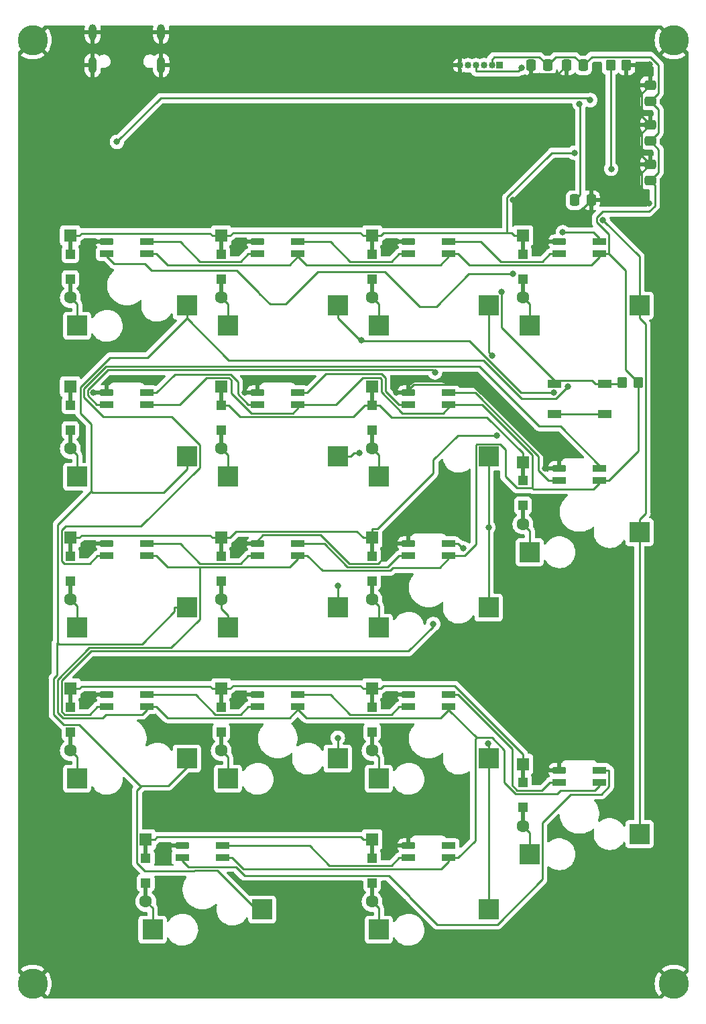
<source format=gbr>
%TF.GenerationSoftware,KiCad,Pcbnew,(6.0.1)*%
%TF.CreationDate,2022-02-23T18:42:09-08:00*%
%TF.ProjectId,Ramen Pad,52616d65-6e20-4506-9164-2e6b69636164,v1.0.0*%
%TF.SameCoordinates,Original*%
%TF.FileFunction,Copper,L2,Bot*%
%TF.FilePolarity,Positive*%
%FSLAX46Y46*%
G04 Gerber Fmt 4.6, Leading zero omitted, Abs format (unit mm)*
G04 Created by KiCad (PCBNEW (6.0.1)) date 2022-02-23 18:42:09*
%MOMM*%
%LPD*%
G01*
G04 APERTURE LIST*
G04 Aperture macros list*
%AMRoundRect*
0 Rectangle with rounded corners*
0 $1 Rounding radius*
0 $2 $3 $4 $5 $6 $7 $8 $9 X,Y pos of 4 corners*
0 Add a 4 corners polygon primitive as box body*
4,1,4,$2,$3,$4,$5,$6,$7,$8,$9,$2,$3,0*
0 Add four circle primitives for the rounded corners*
1,1,$1+$1,$2,$3*
1,1,$1+$1,$4,$5*
1,1,$1+$1,$6,$7*
1,1,$1+$1,$8,$9*
0 Add four rect primitives between the rounded corners*
20,1,$1+$1,$2,$3,$4,$5,0*
20,1,$1+$1,$4,$5,$6,$7,0*
20,1,$1+$1,$6,$7,$8,$9,0*
20,1,$1+$1,$8,$9,$2,$3,0*%
G04 Aperture macros list end*
%TA.AperFunction,SMDPad,CuDef*%
%ADD10R,2.550000X2.500000*%
%TD*%
%TA.AperFunction,ComponentPad*%
%ADD11O,1.050000X2.100000*%
%TD*%
%TA.AperFunction,ComponentPad*%
%ADD12O,1.000000X2.000000*%
%TD*%
%TA.AperFunction,ComponentPad*%
%ADD13C,3.800000*%
%TD*%
%TA.AperFunction,SMDPad,CuDef*%
%ADD14RoundRect,0.250000X0.350000X0.450000X-0.350000X0.450000X-0.350000X-0.450000X0.350000X-0.450000X0*%
%TD*%
%TA.AperFunction,SMDPad,CuDef*%
%ADD15R,0.500000X2.500000*%
%TD*%
%TA.AperFunction,SMDPad,CuDef*%
%ADD16R,1.200000X1.200000*%
%TD*%
%TA.AperFunction,ComponentPad*%
%ADD17R,1.600000X1.600000*%
%TD*%
%TA.AperFunction,ComponentPad*%
%ADD18C,1.600000*%
%TD*%
%TA.AperFunction,SMDPad,CuDef*%
%ADD19R,1.700000X0.820000*%
%TD*%
%TA.AperFunction,SMDPad,CuDef*%
%ADD20RoundRect,0.205000X0.645000X0.205000X-0.645000X0.205000X-0.645000X-0.205000X0.645000X-0.205000X0*%
%TD*%
%TA.AperFunction,SMDPad,CuDef*%
%ADD21RoundRect,0.250000X0.475000X-0.337500X0.475000X0.337500X-0.475000X0.337500X-0.475000X-0.337500X0*%
%TD*%
%TA.AperFunction,SMDPad,CuDef*%
%ADD22RoundRect,0.250000X0.337500X0.475000X-0.337500X0.475000X-0.337500X-0.475000X0.337500X-0.475000X0*%
%TD*%
%TA.AperFunction,SMDPad,CuDef*%
%ADD23RoundRect,0.250000X-0.350000X-0.450000X0.350000X-0.450000X0.350000X0.450000X-0.350000X0.450000X0*%
%TD*%
%TA.AperFunction,ComponentPad*%
%ADD24R,0.850000X0.850000*%
%TD*%
%TA.AperFunction,ComponentPad*%
%ADD25O,0.850000X0.850000*%
%TD*%
%TA.AperFunction,SMDPad,CuDef*%
%ADD26R,1.700000X1.000000*%
%TD*%
%TA.AperFunction,ViaPad*%
%ADD27C,0.800000*%
%TD*%
%TA.AperFunction,Conductor*%
%ADD28C,0.250000*%
%TD*%
G04 APERTURE END LIST*
D10*
%TO.P,K5,1*%
%TO.N,/col0*%
X179010000Y-133508700D03*
%TO.P,K5,2*%
%TO.N,Net-(D5-Pad2)*%
X165160000Y-136048700D03*
%TD*%
D11*
%TO.P,J1,S1,SHELL_GND*%
%TO.N,GND*%
X166245000Y-26980000D03*
D12*
%TO.P,J1,S2,SHELL_GND*%
X166245000Y-22800000D03*
%TO.P,J1,S3,SHELL_GND*%
X157605000Y-22800000D03*
D11*
%TO.P,J1,S4,SHELL_GND*%
X157605000Y-26980000D03*
%TD*%
D10*
%TO.P,K9,1*%
%TO.N,/col1*%
X188535000Y-114458700D03*
%TO.P,K9,2*%
%TO.N,Net-(D9-Pad2)*%
X174685000Y-116998700D03*
%TD*%
%TO.P,K12,1*%
%TO.N,/col2*%
X207585000Y-95408700D03*
%TO.P,K12,2*%
%TO.N,Net-(D12-Pad2)*%
X193735000Y-97948700D03*
%TD*%
%TO.P,K16,1*%
%TO.N,/col3*%
X226635000Y-85883700D03*
%TO.P,K16,2*%
%TO.N,Net-(D16-Pad2)*%
X212785000Y-88423700D03*
%TD*%
D13*
%TO.P,,1*%
%TO.N,GND*%
X230981250Y-23812500D03*
%TD*%
D10*
%TO.P,K7,1*%
%TO.N,/col1*%
X188535000Y-76358700D03*
%TO.P,K7,2*%
%TO.N,Net-(D7-Pad2)*%
X174685000Y-78898700D03*
%TD*%
%TO.P,K6,1*%
%TO.N,/col1*%
X188535000Y-57308700D03*
%TO.P,K6,2*%
%TO.N,Net-(D6-Pad2)*%
X174685000Y-59848700D03*
%TD*%
%TO.P,K1,1*%
%TO.N,/col0*%
X169485000Y-57308700D03*
%TO.P,K1,2*%
%TO.N,Net-(D1-Pad2)*%
X155635000Y-59848700D03*
%TD*%
%TO.P,K13,1*%
%TO.N,/col2*%
X207585000Y-114458700D03*
%TO.P,K13,2*%
%TO.N,Net-(D13-Pad2)*%
X193735000Y-116998700D03*
%TD*%
%TO.P,K2,1*%
%TO.N,/col0*%
X169485000Y-76358700D03*
%TO.P,K2,2*%
%TO.N,Net-(D2-Pad2)*%
X155635000Y-78898700D03*
%TD*%
%TO.P,K8,1*%
%TO.N,/col1*%
X188535000Y-95408700D03*
%TO.P,K8,2*%
%TO.N,Net-(D8-Pad2)*%
X174685000Y-97948700D03*
%TD*%
D13*
%TO.P,REF\u002A\u002A,1*%
%TO.N,GND*%
X150018750Y-23812500D03*
%TD*%
D10*
%TO.P,K3,1*%
%TO.N,/col0*%
X169485000Y-95408700D03*
%TO.P,K3,2*%
%TO.N,Net-(D3-Pad2)*%
X155635000Y-97948700D03*
%TD*%
D13*
%TO.P,,1*%
%TO.N,GND*%
X230981250Y-142875000D03*
%TD*%
D10*
%TO.P,K17,1*%
%TO.N,/col3*%
X226635000Y-123983700D03*
%TO.P,K17,2*%
%TO.N,Net-(D17-Pad2)*%
X212785000Y-126523700D03*
%TD*%
%TO.P,K11,1*%
%TO.N,/col2*%
X207585000Y-76358700D03*
%TO.P,K11,2*%
%TO.N,Net-(D11-Pad2)*%
X193735000Y-78898700D03*
%TD*%
%TO.P,K10,1*%
%TO.N,/col2*%
X207585000Y-57308700D03*
%TO.P,K10,2*%
%TO.N,Net-(D10-Pad2)*%
X193735000Y-59848700D03*
%TD*%
%TO.P,K14,1*%
%TO.N,/col2*%
X207585000Y-133508700D03*
%TO.P,K14,2*%
%TO.N,Net-(D14-Pad2)*%
X193735000Y-136048700D03*
%TD*%
%TO.P,K4,1*%
%TO.N,/col0*%
X169485000Y-114458750D03*
%TO.P,K4,2*%
%TO.N,Net-(D4-Pad2)*%
X155635000Y-116998750D03*
%TD*%
D13*
%TO.P,,1*%
%TO.N,GND*%
X150018750Y-142875000D03*
%TD*%
D10*
%TO.P,K15,1*%
%TO.N,/col3*%
X226635000Y-57308700D03*
%TO.P,K15,2*%
%TO.N,Net-(D15-Pad2)*%
X212785000Y-59848700D03*
%TD*%
D14*
%TO.P,R6,1*%
%TO.N,VCC*%
X226500000Y-67000000D03*
%TO.P,R6,2*%
%TO.N,Net-(R6-Pad2)*%
X224500000Y-67000000D03*
%TD*%
D15*
%TO.P,D12,1,K*%
%TO.N,/row2*%
X192881300Y-87787500D03*
D16*
X192881300Y-88912500D03*
D17*
X192881300Y-86587500D03*
D16*
%TO.P,D12,2,A*%
%TO.N,Net-(D12-Pad2)*%
X192881300Y-92062500D03*
D15*
X192881300Y-93187500D03*
D18*
X192881300Y-94387500D03*
%TD*%
D19*
%TO.P,LED12,1,VDD*%
%TO.N,VCC*%
X202575000Y-88856200D03*
%TO.P,LED12,2,DOUT*%
%TO.N,/DOut12*%
X202575000Y-87356200D03*
D20*
%TO.P,LED12,3,GND*%
%TO.N,GND*%
X197475000Y-87356200D03*
D19*
%TO.P,LED12,4,DIN*%
%TO.N,Net-(LED12-Pad4)*%
X197475000Y-88856200D03*
%TD*%
D17*
%TO.P,D14,1,K*%
%TO.N,/row4*%
X192881300Y-124687500D03*
D15*
X192881300Y-125887500D03*
D16*
X192881300Y-127012500D03*
%TO.P,D14,2,A*%
%TO.N,Net-(D14-Pad2)*%
X192881300Y-130162500D03*
D18*
X192881300Y-132487500D03*
D15*
X192881300Y-131287500D03*
%TD*%
D19*
%TO.P,LED3,1,VDD*%
%TO.N,VCC*%
X164475000Y-88856200D03*
%TO.P,LED3,2,DOUT*%
%TO.N,Net-(LED3-Pad2)*%
X164475000Y-87356200D03*
D20*
%TO.P,LED3,3,GND*%
%TO.N,GND*%
X159375000Y-87356200D03*
D19*
%TO.P,LED3,4,DIN*%
%TO.N,/DOut16*%
X159375000Y-88856200D03*
%TD*%
D21*
%TO.P,C7,1*%
%TO.N,VCC*%
X228000000Y-41537500D03*
%TO.P,C7,2*%
%TO.N,GND*%
X228000000Y-39462500D03*
%TD*%
D16*
%TO.P,D8,1,K*%
%TO.N,/row2*%
X173831300Y-88912500D03*
D17*
X173831300Y-86587500D03*
D15*
X173831300Y-87787500D03*
D16*
%TO.P,D8,2,A*%
%TO.N,Net-(D8-Pad2)*%
X173831300Y-92062500D03*
D18*
X173831300Y-94387500D03*
D15*
X173831300Y-93187500D03*
%TD*%
D16*
%TO.P,D6,1,K*%
%TO.N,/row0*%
X173831300Y-50812500D03*
D17*
X173831300Y-48487500D03*
D15*
X173831300Y-49687500D03*
%TO.P,D6,2,A*%
%TO.N,Net-(D6-Pad2)*%
X173831300Y-55087500D03*
D16*
X173831300Y-53962500D03*
D18*
X173831300Y-56287500D03*
%TD*%
D19*
%TO.P,LED15,1,VDD*%
%TO.N,VCC*%
X221625000Y-50756200D03*
%TO.P,LED15,2,DOUT*%
%TO.N,/DOut15*%
X221625000Y-49256200D03*
D20*
%TO.P,LED15,3,GND*%
%TO.N,GND*%
X216525000Y-49256200D03*
D19*
%TO.P,LED15,4,DIN*%
%TO.N,Net-(LED10-Pad2)*%
X216525000Y-50756200D03*
%TD*%
%TO.P,LED2,1,VDD*%
%TO.N,VCC*%
X164475000Y-69806200D03*
%TO.P,LED2,2,DOUT*%
%TO.N,Net-(LED2-Pad2)*%
X164475000Y-68306200D03*
D20*
%TO.P,LED2,3,GND*%
%TO.N,GND*%
X159375000Y-68306200D03*
D19*
%TO.P,LED2,4,DIN*%
%TO.N,/DOut15*%
X159375000Y-69806200D03*
%TD*%
%TO.P,LED13,1,VDD*%
%TO.N,VCC*%
X202575000Y-107906200D03*
%TO.P,LED13,2,DOUT*%
%TO.N,Net-(LED13-Pad2)*%
X202575000Y-106406200D03*
D20*
%TO.P,LED13,3,GND*%
%TO.N,GND*%
X197475000Y-106406200D03*
D19*
%TO.P,LED13,4,DIN*%
%TO.N,Net-(LED13-Pad4)*%
X197475000Y-107906200D03*
%TD*%
D17*
%TO.P,D3,1,K*%
%TO.N,/row2*%
X154781300Y-86587500D03*
D16*
X154781300Y-88912500D03*
D15*
X154781300Y-87787500D03*
D16*
%TO.P,D3,2,A*%
%TO.N,Net-(D3-Pad2)*%
X154781300Y-92062500D03*
D15*
X154781300Y-93187500D03*
D18*
X154781300Y-94387500D03*
%TD*%
D19*
%TO.P,LED4,1,VDD*%
%TO.N,VCC*%
X164475000Y-107906200D03*
%TO.P,LED4,2,DOUT*%
%TO.N,Net-(LED4-Pad2)*%
X164475000Y-106406200D03*
D20*
%TO.P,LED4,3,GND*%
%TO.N,GND*%
X159375000Y-106406200D03*
D19*
%TO.P,LED4,4,DIN*%
%TO.N,/DOut12*%
X159375000Y-107906200D03*
%TD*%
D22*
%TO.P,C4,1*%
%TO.N,VCC*%
X219537500Y-27000000D03*
%TO.P,C4,2*%
%TO.N,GND*%
X217462500Y-27000000D03*
%TD*%
D16*
%TO.P,D15,1,K*%
%TO.N,/row0*%
X211931300Y-50812500D03*
D15*
X211931300Y-49687500D03*
D17*
X211931300Y-48487500D03*
D16*
%TO.P,D15,2,A*%
%TO.N,Net-(D15-Pad2)*%
X211931300Y-53962500D03*
D18*
X211931300Y-56287500D03*
D15*
X211931300Y-55087500D03*
%TD*%
D17*
%TO.P,D17,1,K*%
%TO.N,/row3*%
X211931300Y-115162500D03*
D16*
X211931300Y-117487500D03*
D15*
X211931300Y-116362500D03*
D18*
%TO.P,D17,2,A*%
%TO.N,Net-(D17-Pad2)*%
X211931300Y-122962500D03*
D16*
X211931300Y-120637500D03*
D15*
X211931300Y-121762500D03*
%TD*%
D19*
%TO.P,LED5,1,VDD*%
%TO.N,VCC*%
X174000000Y-126956200D03*
%TO.P,LED5,2,DOUT*%
%TO.N,Net-(LED14-Pad4)*%
X174000000Y-125456200D03*
D20*
%TO.P,LED5,3,GND*%
%TO.N,GND*%
X168900000Y-125456200D03*
D19*
%TO.P,LED5,4,DIN*%
%TO.N,/DOut17*%
X168900000Y-126956200D03*
%TD*%
%TO.P,LED11,1,VDD*%
%TO.N,VCC*%
X202575000Y-69806200D03*
%TO.P,LED11,2,DOUT*%
%TO.N,Net-(LED11-Pad2)*%
X202575000Y-68306200D03*
D20*
%TO.P,LED11,3,GND*%
%TO.N,GND*%
X197475000Y-68306200D03*
D19*
%TO.P,LED11,4,DIN*%
%TO.N,Net-(LED11-Pad4)*%
X197475000Y-69806200D03*
%TD*%
%TO.P,LED17,1,VDD*%
%TO.N,VCC*%
X221625000Y-117431200D03*
%TO.P,LED17,2,DOUT*%
%TO.N,/DOut17*%
X221625000Y-115931200D03*
D20*
%TO.P,LED17,3,GND*%
%TO.N,GND*%
X216525000Y-115931200D03*
D19*
%TO.P,LED17,4,DIN*%
%TO.N,Net-(LED13-Pad2)*%
X216525000Y-117431200D03*
%TD*%
%TO.P,LED16,1,VDD*%
%TO.N,VCC*%
X221625000Y-79331200D03*
%TO.P,LED16,2,DOUT*%
%TO.N,/DOut16*%
X221625000Y-77831200D03*
D20*
%TO.P,LED16,3,GND*%
%TO.N,GND*%
X216525000Y-77831200D03*
D19*
%TO.P,LED16,4,DIN*%
%TO.N,Net-(LED11-Pad2)*%
X216525000Y-79331200D03*
%TD*%
%TO.P,LED14,1,VDD*%
%TO.N,VCC*%
X202575000Y-126956200D03*
%TO.P,LED14,2,DOUT*%
%TO.N,unconnected-(LED14-Pad2)*%
X202575000Y-125456200D03*
D20*
%TO.P,LED14,3,GND*%
%TO.N,GND*%
X197475000Y-125456200D03*
D19*
%TO.P,LED14,4,DIN*%
%TO.N,Net-(LED14-Pad4)*%
X197475000Y-126956200D03*
%TD*%
D17*
%TO.P,D13,1,K*%
%TO.N,/row3*%
X192881300Y-105637500D03*
D15*
X192881300Y-106837500D03*
D16*
X192881300Y-107962500D03*
%TO.P,D13,2,A*%
%TO.N,Net-(D13-Pad2)*%
X192881300Y-111112500D03*
D15*
X192881300Y-112237500D03*
D18*
X192881300Y-113437500D03*
%TD*%
D23*
%TO.P,R1,1*%
%TO.N,Net-(R1-Pad1)*%
X223000000Y-27000000D03*
%TO.P,R1,2*%
%TO.N,GND*%
X225000000Y-27000000D03*
%TD*%
D15*
%TO.P,D11,1,K*%
%TO.N,/row1*%
X192881300Y-68737500D03*
D16*
X192881300Y-69862500D03*
D17*
X192881300Y-67537500D03*
D18*
%TO.P,D11,2,A*%
%TO.N,Net-(D11-Pad2)*%
X192881300Y-75337500D03*
D15*
X192881300Y-74137500D03*
D16*
X192881300Y-73012500D03*
%TD*%
D24*
%TO.P,P1,1,1*%
%TO.N,/MISO*%
X209000000Y-27000000D03*
D25*
%TO.P,P1,2,2*%
%TO.N,VCC*%
X208000000Y-27000000D03*
%TO.P,P1,3,3*%
%TO.N,/SCK*%
X207000000Y-27000000D03*
%TO.P,P1,4,4*%
%TO.N,/MOSI*%
X206000000Y-27000000D03*
%TO.P,P1,5,5*%
%TO.N,/RST*%
X205000000Y-27000000D03*
%TO.P,P1,6,6*%
%TO.N,GND*%
X204000000Y-27000000D03*
%TD*%
D17*
%TO.P,D5,1,K*%
%TO.N,/row4*%
X164306300Y-124687500D03*
D16*
X164306300Y-127012500D03*
D15*
X164306300Y-125887500D03*
D16*
%TO.P,D5,2,A*%
%TO.N,Net-(D5-Pad2)*%
X164306300Y-130162500D03*
D18*
X164306300Y-132487500D03*
D15*
X164306300Y-131287500D03*
%TD*%
D17*
%TO.P,D9,1,K*%
%TO.N,/row3*%
X173831300Y-105637500D03*
D15*
X173831300Y-106837500D03*
D16*
X173831300Y-107962500D03*
%TO.P,D9,2,A*%
%TO.N,Net-(D9-Pad2)*%
X173831300Y-111112500D03*
D18*
X173831300Y-113437500D03*
D15*
X173831300Y-112237500D03*
%TD*%
D22*
%TO.P,C8,1*%
%TO.N,GND*%
X220537500Y-44000000D03*
%TO.P,C8,2*%
%TO.N,Net-(C8-Pad2)*%
X218462500Y-44000000D03*
%TD*%
D16*
%TO.P,D4,1,K*%
%TO.N,/row3*%
X154781300Y-107962500D03*
D17*
X154781300Y-105637500D03*
D15*
X154781300Y-106837500D03*
D18*
%TO.P,D4,2,A*%
%TO.N,Net-(D4-Pad2)*%
X154781300Y-113437500D03*
D15*
X154781300Y-112237500D03*
D16*
X154781300Y-111112500D03*
%TD*%
D21*
%TO.P,C5,1*%
%TO.N,VCC*%
X228000000Y-31537500D03*
%TO.P,C5,2*%
%TO.N,GND*%
X228000000Y-29462500D03*
%TD*%
D17*
%TO.P,D7,1,K*%
%TO.N,/row1*%
X173831300Y-67537500D03*
D16*
X173831300Y-69862500D03*
D15*
X173831300Y-68737500D03*
%TO.P,D7,2,A*%
%TO.N,Net-(D7-Pad2)*%
X173831300Y-74137500D03*
D16*
X173831300Y-73012500D03*
D18*
X173831300Y-75337500D03*
%TD*%
D19*
%TO.P,LED9,1,VDD*%
%TO.N,VCC*%
X183525000Y-107906200D03*
%TO.P,LED9,2,DOUT*%
%TO.N,Net-(LED13-Pad4)*%
X183525000Y-106406200D03*
D20*
%TO.P,LED9,3,GND*%
%TO.N,GND*%
X178425000Y-106406200D03*
D19*
%TO.P,LED9,4,DIN*%
%TO.N,Net-(LED4-Pad2)*%
X178425000Y-107906200D03*
%TD*%
%TO.P,LED1,1,VDD*%
%TO.N,VCC*%
X164475000Y-50756200D03*
%TO.P,LED1,2,DOUT*%
%TO.N,Net-(LED1-Pad2)*%
X164475000Y-49256200D03*
D20*
%TO.P,LED1,3,GND*%
%TO.N,GND*%
X159375000Y-49256200D03*
D19*
%TO.P,LED1,4,DIN*%
%TO.N,/DIn1*%
X159375000Y-50756200D03*
%TD*%
%TO.P,LED8,1,VDD*%
%TO.N,VCC*%
X183525000Y-88856200D03*
%TO.P,LED8,2,DOUT*%
%TO.N,Net-(LED12-Pad4)*%
X183525000Y-87356200D03*
D20*
%TO.P,LED8,3,GND*%
%TO.N,GND*%
X178425000Y-87356200D03*
D19*
%TO.P,LED8,4,DIN*%
%TO.N,Net-(LED3-Pad2)*%
X178425000Y-88856200D03*
%TD*%
D17*
%TO.P,D10,1,K*%
%TO.N,/row0*%
X192881300Y-48487500D03*
D15*
X192881300Y-49687500D03*
D16*
X192881300Y-50812500D03*
D18*
%TO.P,D10,2,A*%
%TO.N,Net-(D10-Pad2)*%
X192881300Y-56287500D03*
D15*
X192881300Y-55087500D03*
D16*
X192881300Y-53962500D03*
%TD*%
D22*
%TO.P,C3,1*%
%TO.N,VCC*%
X215037500Y-27000000D03*
%TO.P,C3,2*%
%TO.N,GND*%
X212962500Y-27000000D03*
%TD*%
D21*
%TO.P,C6,1*%
%TO.N,VCC*%
X228000000Y-36537500D03*
%TO.P,C6,2*%
%TO.N,GND*%
X228000000Y-34462500D03*
%TD*%
D17*
%TO.P,D1,1,K*%
%TO.N,/row0*%
X154781300Y-48487500D03*
D15*
X154781300Y-49687500D03*
D16*
X154781300Y-50812500D03*
%TO.P,D1,2,A*%
%TO.N,Net-(D1-Pad2)*%
X154781300Y-53962500D03*
D18*
X154781300Y-56287500D03*
D15*
X154781300Y-55087500D03*
%TD*%
D19*
%TO.P,LED10,1,VDD*%
%TO.N,VCC*%
X202575000Y-50756200D03*
%TO.P,LED10,2,DOUT*%
%TO.N,Net-(LED10-Pad2)*%
X202575000Y-49256200D03*
D20*
%TO.P,LED10,3,GND*%
%TO.N,GND*%
X197475000Y-49256200D03*
D19*
%TO.P,LED10,4,DIN*%
%TO.N,Net-(LED10-Pad4)*%
X197475000Y-50756200D03*
%TD*%
D26*
%TO.P,SW1,1,1*%
%TO.N,+5V*%
X222225000Y-70956200D03*
X215925000Y-70956200D03*
%TO.P,SW1,2,2*%
%TO.N,Net-(R6-Pad2)*%
X222225000Y-67156200D03*
X215925000Y-67156200D03*
%TD*%
D19*
%TO.P,LED7,1,VDD*%
%TO.N,VCC*%
X183525000Y-69806200D03*
%TO.P,LED7,2,DOUT*%
%TO.N,Net-(LED11-Pad4)*%
X183525000Y-68306200D03*
D20*
%TO.P,LED7,3,GND*%
%TO.N,GND*%
X178425000Y-68306200D03*
D19*
%TO.P,LED7,4,DIN*%
%TO.N,Net-(LED2-Pad2)*%
X178425000Y-69806200D03*
%TD*%
%TO.P,LED6,1,VDD*%
%TO.N,VCC*%
X183525000Y-50756200D03*
%TO.P,LED6,2,DOUT*%
%TO.N,Net-(LED10-Pad4)*%
X183525000Y-49256200D03*
D20*
%TO.P,LED6,3,GND*%
%TO.N,GND*%
X178425000Y-49256200D03*
D19*
%TO.P,LED6,4,DIN*%
%TO.N,Net-(LED1-Pad2)*%
X178425000Y-50756200D03*
%TD*%
D15*
%TO.P,D2,1,K*%
%TO.N,/row1*%
X154781300Y-68737500D03*
D16*
X154781300Y-69862500D03*
D17*
X154781300Y-67537500D03*
D15*
%TO.P,D2,2,A*%
%TO.N,Net-(D2-Pad2)*%
X154781300Y-74137500D03*
D18*
X154781300Y-75337500D03*
D16*
X154781300Y-73012500D03*
%TD*%
%TO.P,D16,1,K*%
%TO.N,/row1*%
X211931300Y-79387500D03*
D17*
X211931300Y-77062500D03*
D15*
X211931300Y-78262500D03*
D16*
%TO.P,D16,2,A*%
%TO.N,Net-(D16-Pad2)*%
X211931300Y-82537500D03*
D15*
X211931300Y-83662500D03*
D18*
X211931300Y-84862500D03*
%TD*%
D27*
%TO.N,Net-(C8-Pad2)*%
X219075000Y-31840800D03*
%TO.N,/row0*%
X218429500Y-38021500D03*
%TO.N,/row2*%
X208618200Y-73712600D03*
%TO.N,/col0*%
X217627500Y-67510400D03*
%TO.N,/col1*%
X188547900Y-92626700D03*
X215825000Y-68268500D03*
X191508300Y-61694100D03*
X188547900Y-111841200D03*
X191291000Y-75864500D03*
%TO.N,/col2*%
X207585000Y-85281100D03*
X207544600Y-112599900D03*
X208002700Y-63593300D03*
%TO.N,/col3*%
X221998600Y-46482200D03*
%TO.N,Net-(R3-Pad2)*%
X220433300Y-31376500D03*
X160657800Y-36653100D03*
%TO.N,/MOSI*%
X211740800Y-27310900D03*
%TO.N,GND*%
X214950000Y-115900000D03*
X195900000Y-68300000D03*
X176700000Y-106400000D03*
X195700000Y-87350000D03*
X157650000Y-87350000D03*
X210700000Y-44000000D03*
X201100000Y-36600000D03*
X167250000Y-125450000D03*
X152800000Y-37500000D03*
X157700000Y-68300000D03*
X157850000Y-106450000D03*
X176800000Y-68300000D03*
X196000000Y-49250000D03*
X195700000Y-125450000D03*
X176850000Y-87350000D03*
X195950000Y-106400000D03*
X157900000Y-49250000D03*
X215000000Y-49250000D03*
X161925000Y-23437500D03*
X227950000Y-26900000D03*
X210750000Y-30050000D03*
X214700000Y-77850000D03*
X170800000Y-37550000D03*
X176900000Y-49250000D03*
X227850000Y-44400000D03*
%TO.N,/DIn1*%
X210705500Y-53308700D03*
%TO.N,/DOut15*%
X200828500Y-65739000D03*
X216959500Y-48047200D03*
%TO.N,/DOut12*%
X200601400Y-97470500D03*
X204410700Y-87923300D03*
%TO.N,Net-(R1-Pad1)*%
X223075000Y-40059900D03*
%TO.N,Net-(R6-Pad2)*%
X209200600Y-55541200D03*
%TD*%
D28*
%TO.N,+5V*%
X215925000Y-70956200D02*
X222225000Y-70956200D01*
%TO.N,VCC*%
X208301100Y-25948600D02*
X213986100Y-25948600D01*
X174791100Y-66412100D02*
X171950900Y-66412100D01*
X177637300Y-70882400D02*
X175087400Y-68332500D01*
X224900000Y-65400000D02*
X226500000Y-67000000D01*
X167082400Y-90288300D02*
X165650300Y-88856200D01*
X171085400Y-96863400D02*
X167498320Y-100450480D01*
X183525000Y-88856200D02*
X183525000Y-89236500D01*
X195548900Y-90400000D02*
X201406600Y-90400000D01*
X186582600Y-90738500D02*
X195210400Y-90738500D01*
X202575000Y-89231600D02*
X202575000Y-88856200D01*
X183525000Y-50756200D02*
X183525000Y-51116500D01*
X175175300Y-126956200D02*
X176616700Y-128397600D01*
X183525000Y-51116500D02*
X182453200Y-52188300D01*
X229051300Y-35486200D02*
X228000000Y-36537500D01*
X218482500Y-25945000D02*
X216092500Y-25945000D01*
X153843900Y-109358200D02*
X158810400Y-109358200D01*
X182453200Y-52188300D02*
X167082400Y-52188300D01*
X220627100Y-25910400D02*
X219537500Y-27000000D01*
X213232900Y-80465400D02*
X220859200Y-80465400D01*
X210998100Y-118911800D02*
X209547300Y-117461000D01*
X228000000Y-31537500D02*
X229051300Y-32588800D01*
X205900000Y-112018200D02*
X205900000Y-124806500D01*
X229051300Y-32588800D02*
X229051300Y-35486200D01*
X221268800Y-46802600D02*
X222800300Y-48334100D01*
X175087400Y-68332500D02*
X175087400Y-66708400D01*
X183525000Y-108274600D02*
X183525000Y-107906200D01*
X209547300Y-117461000D02*
X209547300Y-113369200D01*
X205981900Y-87409700D02*
X204535400Y-88856200D01*
X229059200Y-37596700D02*
X229059200Y-40478300D01*
X228000000Y-36537500D02*
X229059200Y-37596700D01*
X202575000Y-108329600D02*
X202575000Y-107906200D01*
X182452000Y-109347600D02*
X183525000Y-108274600D01*
X209547300Y-113369200D02*
X208014500Y-111836400D01*
X167082400Y-52188300D02*
X165650300Y-50756200D01*
X206090100Y-74783300D02*
X205981900Y-74891500D01*
X188327600Y-69806200D02*
X183525000Y-69806200D01*
X201871300Y-70881600D02*
X196738200Y-70881600D01*
X175087400Y-66708400D02*
X174791100Y-66412100D01*
X203750300Y-69806200D02*
X206750300Y-69806200D01*
X219537500Y-27000000D02*
X218482500Y-25945000D01*
X195210400Y-90738500D02*
X195548900Y-90400000D01*
X209032800Y-74783300D02*
X206090100Y-74783300D01*
X228000600Y-25910400D02*
X220627100Y-25910400D01*
X163870200Y-108900000D02*
X164475000Y-108295200D01*
X221625000Y-117431200D02*
X221625000Y-117907000D01*
X228000000Y-41537500D02*
X228585400Y-42122900D01*
X222012800Y-45442200D02*
X221268800Y-46186200D01*
X213108600Y-76164500D02*
X213108600Y-80341100D01*
X229056900Y-26966700D02*
X228000600Y-25910400D01*
X228585400Y-42122900D02*
X228585400Y-44702900D01*
X213108600Y-80341100D02*
X211153000Y-80341100D01*
X164475000Y-88856200D02*
X165650300Y-88856200D01*
X202575000Y-51124600D02*
X202575000Y-50756200D01*
X208000000Y-26249700D02*
X208301100Y-25948600D01*
X165650300Y-107906200D02*
X167091700Y-109347600D01*
X171950900Y-66412100D02*
X168556800Y-69806200D01*
X220573200Y-52188300D02*
X205182400Y-52188300D01*
X202575000Y-50756200D02*
X203750300Y-50756200D01*
X213108600Y-80341100D02*
X213232900Y-80465400D01*
X157196220Y-100450480D02*
X153171500Y-104475200D01*
X222800300Y-50756200D02*
X224900000Y-52855900D01*
X216290700Y-118911800D02*
X210998100Y-118911800D01*
X213986100Y-25948600D02*
X215037500Y-27000000D01*
X221625000Y-117907000D02*
X221025600Y-118506400D01*
X221625000Y-79699600D02*
X221625000Y-79331200D01*
X209711900Y-75462400D02*
X209032800Y-74783300D01*
X224900000Y-52855900D02*
X224900000Y-65400000D01*
X164475000Y-108295200D02*
X164475000Y-107906200D01*
X183525000Y-69806200D02*
X183525000Y-70231400D01*
X202575000Y-69806200D02*
X202575000Y-70177900D01*
X184700300Y-88856200D02*
X186582600Y-90738500D01*
X201406600Y-90400000D02*
X202575000Y-89231600D01*
X205900000Y-124806500D02*
X203750300Y-126956200D01*
X226500000Y-75631500D02*
X226500000Y-67000000D01*
X158810400Y-109358200D02*
X159268600Y-108900000D01*
X191721700Y-66412100D02*
X188327600Y-69806200D01*
X229059200Y-40478300D02*
X228000000Y-41537500D01*
X184595800Y-109345400D02*
X201559200Y-109345400D01*
X171085400Y-90288300D02*
X171085400Y-96863400D01*
X183525000Y-70231400D02*
X182874000Y-70882400D01*
X221268800Y-46186200D02*
X221268800Y-46802600D01*
X228585400Y-44702900D02*
X227846100Y-45442200D01*
X168556800Y-69806200D02*
X164475000Y-69806200D01*
X164475000Y-107906200D02*
X165650300Y-107906200D01*
X183525000Y-88856200D02*
X184700300Y-88856200D01*
X182874000Y-70882400D02*
X177637300Y-70882400D01*
X221625000Y-79331200D02*
X222800300Y-79331200D01*
X183525000Y-108274600D02*
X184595800Y-109345400D01*
X182473200Y-90288300D02*
X171085400Y-90288300D01*
X201559200Y-109345400D02*
X202575000Y-108329600D01*
X216092500Y-25945000D02*
X215037500Y-27000000D01*
X206750300Y-69806200D02*
X213108600Y-76164500D01*
X209711900Y-78900000D02*
X209711900Y-75462400D01*
X221625000Y-50756200D02*
X222800300Y-50756200D01*
X221025600Y-118506400D02*
X216696100Y-118506400D01*
X176616700Y-128397600D02*
X201600000Y-128397600D01*
X227846100Y-45442200D02*
X222012800Y-45442200D01*
X167498320Y-100450480D02*
X157196220Y-100450480D01*
X153171500Y-108685800D02*
X153843900Y-109358200D01*
X201600000Y-128397600D02*
X202575000Y-127422600D01*
X228000000Y-31537500D02*
X229056900Y-30480600D01*
X220859200Y-80465400D02*
X221625000Y-79699600D01*
X205981900Y-74891500D02*
X205981900Y-87409700D01*
X211153000Y-80341100D02*
X209711900Y-78900000D01*
X206081800Y-111836400D02*
X202575000Y-108329600D01*
X184600600Y-52192100D02*
X201507500Y-52192100D01*
X216696100Y-118506400D02*
X216290700Y-118911800D01*
X204535400Y-88856200D02*
X202575000Y-88856200D01*
X193911000Y-66412100D02*
X191721700Y-66412100D01*
X194063300Y-68206700D02*
X194063300Y-66564400D01*
X203750300Y-126956200D02*
X202575000Y-126956200D01*
X194063300Y-66564400D02*
X193911000Y-66412100D01*
X222800300Y-79331200D02*
X226500000Y-75631500D01*
X159268600Y-108900000D02*
X163870200Y-108900000D01*
X222800300Y-48334100D02*
X222800300Y-50756200D01*
X221625000Y-51136500D02*
X220573200Y-52188300D01*
X202575000Y-69806200D02*
X203183500Y-69806200D01*
X203183500Y-69806200D02*
X203750300Y-69806200D01*
X201507500Y-52192100D02*
X202575000Y-51124600D01*
X202575000Y-70177900D02*
X201871300Y-70881600D01*
X221625000Y-50756200D02*
X221625000Y-51136500D01*
X183525000Y-89236500D02*
X182473200Y-90288300D01*
X153171500Y-104475200D02*
X153171500Y-108685800D01*
X196738200Y-70881600D02*
X194063300Y-68206700D01*
X183525000Y-51116500D02*
X184600600Y-52192100D01*
X202575000Y-127422600D02*
X202575000Y-126956200D01*
X229056900Y-30480600D02*
X229056900Y-26966700D01*
X206081800Y-111836400D02*
X205900000Y-112018200D01*
X164475000Y-50756200D02*
X165650300Y-50756200D01*
X208000000Y-27000000D02*
X208000000Y-26249700D01*
X208014500Y-111836400D02*
X206081800Y-111836400D01*
X167091700Y-109347600D02*
X182452000Y-109347600D01*
X205182400Y-52188300D02*
X203750300Y-50756200D01*
X171085400Y-90288300D02*
X167082400Y-90288300D01*
X174000000Y-126956200D02*
X175175300Y-126956200D01*
%TO.N,Net-(C8-Pad2)*%
X218462500Y-44000000D02*
X219154800Y-43307700D01*
X219154800Y-31920600D02*
X219075000Y-31840800D01*
X219154800Y-43307700D02*
X219154800Y-31920600D01*
%TO.N,Net-(D1-Pad2)*%
X154781300Y-56287500D02*
X155635000Y-57141200D01*
X154781300Y-56287500D02*
X154781300Y-55087500D01*
X154781300Y-55087500D02*
X154781300Y-53962500D01*
X155635000Y-57141200D02*
X155635000Y-59848700D01*
%TO.N,/row0*%
X174112700Y-48487500D02*
X174394000Y-48487500D01*
X191756000Y-48487500D02*
X191374700Y-48106200D01*
X211931300Y-49687500D02*
X211931300Y-50812500D01*
X174112700Y-48487500D02*
X173831300Y-48487500D01*
X194331700Y-48162400D02*
X209930200Y-48162400D01*
X175337900Y-48106200D02*
X174956600Y-48487500D01*
X192881300Y-48487500D02*
X194006600Y-48487500D01*
X173831300Y-49050200D02*
X173831300Y-49687500D01*
X154781300Y-50812500D02*
X154781300Y-49687500D01*
X194006600Y-48487500D02*
X194331700Y-48162400D01*
X156213300Y-48180800D02*
X172399300Y-48180800D01*
X209930200Y-48162400D02*
X210480900Y-48162400D01*
X211931300Y-49687500D02*
X211931300Y-48487500D01*
X210480900Y-48162400D02*
X210806000Y-48487500D01*
X174394000Y-48487500D02*
X173831300Y-49050200D01*
X173831300Y-49687500D02*
X173831300Y-50812500D01*
X173831300Y-48487500D02*
X172706000Y-48487500D01*
X192881300Y-49687500D02*
X192881300Y-48487500D01*
X215591900Y-38021500D02*
X218429500Y-38021500D01*
X154781300Y-48487500D02*
X155906600Y-48487500D01*
X154781300Y-49687500D02*
X154781300Y-48487500D01*
X192881300Y-50812500D02*
X192881300Y-49687500D01*
X209930200Y-43683200D02*
X215591900Y-38021500D01*
X211931300Y-48487500D02*
X210806000Y-48487500D01*
X174394000Y-48487500D02*
X174956600Y-48487500D01*
X209930200Y-48162400D02*
X209930200Y-43683200D01*
X155906600Y-48487500D02*
X156213300Y-48180800D01*
X191374700Y-48106200D02*
X175337900Y-48106200D01*
X192881300Y-48487500D02*
X191756000Y-48487500D01*
X172399300Y-48180800D02*
X172706000Y-48487500D01*
%TO.N,Net-(D2-Pad2)*%
X154781300Y-75337500D02*
X154781300Y-74137500D01*
X154781300Y-73012500D02*
X154781300Y-74137500D01*
X155635000Y-76191200D02*
X155635000Y-78898700D01*
X154781300Y-75337500D02*
X155635000Y-76191200D01*
%TO.N,/row1*%
X176226900Y-71332800D02*
X190485700Y-71332800D01*
X211931300Y-78262500D02*
X211931300Y-77062500D01*
X211931300Y-75937200D02*
X211931300Y-77062500D01*
X195344100Y-71400000D02*
X207394100Y-71400000D01*
X211931300Y-78262500D02*
X211931300Y-79387500D01*
X192881300Y-67537500D02*
X192881300Y-68737500D01*
X154781300Y-69862500D02*
X154781300Y-68737500D01*
X173831300Y-68737500D02*
X173831300Y-69862500D01*
X192881300Y-69862500D02*
X193806600Y-69862500D01*
X173831300Y-68737500D02*
X173831300Y-67537500D01*
X173831300Y-69862500D02*
X174756600Y-69862500D01*
X193806600Y-69862500D02*
X195344100Y-71400000D01*
X190485700Y-71332800D02*
X191956000Y-69862500D01*
X192881300Y-69862500D02*
X191956000Y-69862500D01*
X192881300Y-69862500D02*
X192881300Y-68737500D01*
X154781300Y-67537500D02*
X154781300Y-68737500D01*
X207394100Y-71400000D02*
X211931300Y-75937200D01*
X174756600Y-69862500D02*
X176226900Y-71332800D01*
%TO.N,Net-(D3-Pad2)*%
X154781300Y-92062500D02*
X154781300Y-93187500D01*
X155635000Y-95241200D02*
X155635000Y-97948700D01*
X154781300Y-93187500D02*
X154781300Y-94387500D01*
X154781300Y-94387500D02*
X155635000Y-95241200D01*
%TO.N,/row2*%
X155906600Y-86587500D02*
X156213300Y-86280800D01*
X191756000Y-86587500D02*
X190975600Y-85807100D01*
X173831300Y-88912500D02*
X173831300Y-87787500D01*
X154781300Y-88912500D02*
X154781300Y-87787500D01*
X203687400Y-73712600D02*
X208618200Y-73712600D01*
X173831300Y-86587500D02*
X174956600Y-86587500D01*
X175737000Y-85807100D02*
X174956600Y-86587500D01*
X192881300Y-88912500D02*
X192881300Y-87787500D01*
X200615100Y-76784900D02*
X203687400Y-73712600D01*
X173831300Y-87787500D02*
X173831300Y-86587500D01*
X154781300Y-87787500D02*
X154781300Y-86587500D01*
X156213300Y-86280800D02*
X172399300Y-86280800D01*
X192881300Y-86587500D02*
X192881300Y-85462200D01*
X192629600Y-86587500D02*
X192881300Y-86587500D01*
X192629600Y-86587500D02*
X192377800Y-86587500D01*
X192881300Y-85462200D02*
X193584600Y-85462200D01*
X154781300Y-86587500D02*
X155906600Y-86587500D01*
X192318700Y-86587500D02*
X192377800Y-86587500D01*
X192318700Y-86587500D02*
X191756000Y-86587500D01*
X173831300Y-86587500D02*
X172706000Y-86587500D01*
X192881300Y-87787500D02*
X192881300Y-86587500D01*
X200615100Y-78431700D02*
X200615100Y-76784900D01*
X190975600Y-85807100D02*
X175737000Y-85807100D01*
X193584600Y-85462200D02*
X200615100Y-78431700D01*
X172399300Y-86280800D02*
X172706000Y-86587500D01*
%TO.N,Net-(D4-Pad2)*%
X154781300Y-111112500D02*
X154781300Y-112237500D01*
X154781300Y-113437500D02*
X155635000Y-114291200D01*
X155635000Y-114291200D02*
X155635000Y-116480000D01*
X154781300Y-112237500D02*
X154781300Y-113437500D01*
%TO.N,/row3*%
X211931300Y-113878000D02*
X203338300Y-105285000D01*
X194359100Y-105285000D02*
X194006600Y-105637500D01*
X172399100Y-105330600D02*
X172706000Y-105637500D01*
X211931300Y-114037200D02*
X211931300Y-113878000D01*
X211931300Y-116362500D02*
X211931300Y-115162500D01*
X191756000Y-105637500D02*
X191364700Y-105246200D01*
X155906600Y-105637500D02*
X156213500Y-105330600D01*
X192881300Y-106837500D02*
X192881300Y-105637500D01*
X173831300Y-105637500D02*
X172706000Y-105637500D01*
X154781300Y-106837500D02*
X154781300Y-105637500D01*
X156213500Y-105330600D02*
X172399100Y-105330600D01*
X192881300Y-105637500D02*
X194006600Y-105637500D01*
X211931300Y-117487500D02*
X211931300Y-116362500D01*
X191364700Y-105246200D02*
X175347900Y-105246200D01*
X173831300Y-106837500D02*
X173831300Y-105637500D01*
X154781300Y-105637500D02*
X155906600Y-105637500D01*
X192881300Y-105637500D02*
X191756000Y-105637500D01*
X211931300Y-115162500D02*
X211931300Y-114037200D01*
X203338300Y-105285000D02*
X194359100Y-105285000D01*
X192881300Y-107962500D02*
X192881300Y-106837500D01*
X154781300Y-106837500D02*
X154781300Y-107962500D01*
X175347900Y-105246200D02*
X174956600Y-105637500D01*
X173831300Y-105637500D02*
X174956600Y-105637500D01*
X173831300Y-107962500D02*
X173831300Y-106837500D01*
%TO.N,Net-(D5-Pad2)*%
X165160000Y-133341200D02*
X165160000Y-136048700D01*
X164306300Y-132487500D02*
X164306300Y-131287500D01*
X164306300Y-131287500D02*
X164306300Y-130162500D01*
X164306300Y-132487500D02*
X165160000Y-133341200D01*
%TO.N,/row4*%
X164306300Y-124687500D02*
X165431600Y-124687500D01*
X192881300Y-124687500D02*
X191756000Y-124687500D01*
X165748700Y-124370400D02*
X191438900Y-124370400D01*
X164306300Y-125887500D02*
X164306300Y-124687500D01*
X191438900Y-124370400D02*
X191756000Y-124687500D01*
X192881300Y-125887500D02*
X192881300Y-124687500D01*
X165431600Y-124687500D02*
X165748700Y-124370400D01*
X164306300Y-127012500D02*
X164306300Y-125887500D01*
X192881300Y-127012500D02*
X192881300Y-125887500D01*
%TO.N,Net-(D6-Pad2)*%
X173831300Y-56287500D02*
X174685000Y-57141200D01*
X173831300Y-53962500D02*
X173831300Y-55087500D01*
X174685000Y-57141200D02*
X174685000Y-59848700D01*
X173831300Y-56287500D02*
X173831300Y-55087500D01*
%TO.N,Net-(D7-Pad2)*%
X173831300Y-75337500D02*
X174685000Y-76191200D01*
X174685000Y-76191200D02*
X174685000Y-78898700D01*
X173831300Y-73012500D02*
X173831300Y-74137500D01*
X173831300Y-74137500D02*
X173831300Y-75337500D01*
%TO.N,Net-(D8-Pad2)*%
X173831300Y-94387500D02*
X173831300Y-95519700D01*
X173831300Y-93187500D02*
X173831300Y-94387500D01*
X174685000Y-97948700D02*
X174685000Y-96373400D01*
X173831300Y-95519700D02*
X174685000Y-96373400D01*
X173831300Y-93187500D02*
X173831300Y-92062500D01*
%TO.N,Net-(D10-Pad2)*%
X192881300Y-56287500D02*
X193735000Y-57141200D01*
X193735000Y-57141200D02*
X193735000Y-59848700D01*
X192881300Y-55087500D02*
X192881300Y-56287500D01*
X192881300Y-53962500D02*
X192881300Y-55087500D01*
%TO.N,Net-(D11-Pad2)*%
X192881300Y-73012500D02*
X192881300Y-74137500D01*
X192881300Y-75337500D02*
X193735000Y-76191200D01*
X192881300Y-74137500D02*
X192881300Y-75337500D01*
X193735000Y-76191200D02*
X193735000Y-78898700D01*
%TO.N,Net-(D12-Pad2)*%
X192881300Y-94387500D02*
X193735000Y-95241200D01*
X193735000Y-95241200D02*
X193735000Y-97948700D01*
X192881300Y-94387500D02*
X192881300Y-93187500D01*
X192881300Y-93187500D02*
X192881300Y-92062500D01*
%TO.N,Net-(D13-Pad2)*%
X192881300Y-112237500D02*
X192881300Y-111112500D01*
X193735000Y-114291200D02*
X193735000Y-116998700D01*
X192881300Y-113437500D02*
X193735000Y-114291200D01*
X192881300Y-113437500D02*
X192881300Y-112237500D01*
%TO.N,Net-(D14-Pad2)*%
X192881300Y-131287500D02*
X192881300Y-130162500D01*
X193735000Y-133341200D02*
X193735000Y-136048700D01*
X192881300Y-132487500D02*
X192881300Y-131287500D01*
X192881300Y-132487500D02*
X193735000Y-133341200D01*
%TO.N,Net-(D15-Pad2)*%
X211931300Y-56287500D02*
X211931300Y-55087500D01*
X211931300Y-56287500D02*
X212785000Y-57141200D01*
X212785000Y-57141200D02*
X212785000Y-59848700D01*
X211931300Y-55087500D02*
X211931300Y-53962500D01*
%TO.N,Net-(D16-Pad2)*%
X212785000Y-85716200D02*
X212785000Y-88423700D01*
X211931300Y-84862500D02*
X212785000Y-85716200D01*
X211931300Y-82537500D02*
X211931300Y-83662500D01*
X211931300Y-83662500D02*
X211931300Y-84862500D01*
%TO.N,Net-(D17-Pad2)*%
X211931300Y-120637500D02*
X211931300Y-121762500D01*
X212785000Y-123816200D02*
X212785000Y-126523700D01*
X211931300Y-121762500D02*
X211931300Y-122962500D01*
X211931300Y-122962500D02*
X212785000Y-123816200D01*
%TO.N,/col0*%
X164508900Y-63860100D02*
X159791100Y-63860100D01*
X157557800Y-80900000D02*
X166519000Y-80900000D01*
X155867777Y-110157100D02*
X153936800Y-110157100D01*
X159791100Y-63860100D02*
X156063400Y-67587800D01*
X167884700Y-95408700D02*
X169485000Y-95408700D01*
X153372700Y-100000000D02*
X163803900Y-100000000D01*
X169485000Y-115515300D02*
X167117100Y-117883200D01*
X163777200Y-117883200D02*
X163590900Y-118069500D01*
X167117100Y-117883200D02*
X163777200Y-117883200D01*
X163180900Y-118479500D02*
X163180900Y-127595600D01*
X156063400Y-67587800D02*
X156063400Y-70909600D01*
X153187400Y-99814700D02*
X153372700Y-100000000D01*
X170437746Y-128631500D02*
X170468967Y-128600279D01*
X163803900Y-100000000D02*
X167884700Y-95919200D01*
X216120200Y-69017700D02*
X217627500Y-67510400D01*
X178208700Y-133508700D02*
X179010000Y-133508700D01*
X156063400Y-70909600D02*
X157397500Y-72243700D01*
X157397500Y-72243700D02*
X157397500Y-80739700D01*
X153187400Y-99814700D02*
X153187400Y-84949800D01*
X163590900Y-118069500D02*
X163590900Y-117880223D01*
X163590900Y-118069500D02*
X163180900Y-118479500D01*
X153187400Y-84949800D02*
X157397500Y-80739700D01*
X153051600Y-103939500D02*
X153051600Y-99950500D01*
X206943500Y-64207600D02*
X211753600Y-69017700D01*
X169485000Y-58884000D02*
X174808600Y-64207600D01*
X153936800Y-110157100D02*
X152672300Y-108892600D01*
X170468967Y-128600279D02*
X173300279Y-128600279D01*
X167884700Y-95919200D02*
X167884700Y-95408700D01*
X174808600Y-64207600D02*
X206943500Y-64207600D01*
X169485000Y-113940000D02*
X169485000Y-115515300D01*
X152672300Y-104318800D02*
X153051600Y-103939500D01*
X157397500Y-80739700D02*
X157557800Y-80900000D01*
X173300279Y-128600279D02*
X178208700Y-133508700D01*
X169485000Y-77934000D02*
X169485000Y-76358700D01*
X169485000Y-58884000D02*
X164508900Y-63860100D01*
X152672300Y-108892600D02*
X152672300Y-104318800D01*
X153051600Y-99950500D02*
X153187400Y-99814700D01*
X164216800Y-128631500D02*
X170437746Y-128631500D01*
X163590900Y-117880223D02*
X155867777Y-110157100D01*
X166519000Y-80900000D02*
X169485000Y-77934000D01*
X211753600Y-69017700D02*
X216120200Y-69017700D01*
X163180900Y-127595600D02*
X164216800Y-128631500D01*
X169485000Y-57308700D02*
X169485000Y-58884000D01*
%TO.N,/col1*%
X205172800Y-61800000D02*
X191614200Y-61800000D01*
X191614200Y-61800000D02*
X191508300Y-61694100D01*
X188535000Y-57308700D02*
X188535000Y-58884000D01*
X188547900Y-111841200D02*
X188535000Y-111854100D01*
X188535000Y-76358700D02*
X190135300Y-76358700D01*
X190629500Y-75864500D02*
X190135300Y-76358700D01*
X191345100Y-61694100D02*
X191508300Y-61694100D01*
X188547900Y-92626700D02*
X188535000Y-92639600D01*
X211641300Y-68268500D02*
X205172800Y-61800000D01*
X215825000Y-68268500D02*
X211641300Y-68268500D01*
X188535000Y-111854100D02*
X188535000Y-114458700D01*
X191291000Y-75864500D02*
X190629500Y-75864500D01*
X188535000Y-92639600D02*
X188535000Y-95408700D01*
X188535000Y-58884000D02*
X191345100Y-61694100D01*
%TO.N,/col2*%
X207585000Y-95408700D02*
X207585000Y-85281100D01*
X207585000Y-114458700D02*
X207585000Y-112883400D01*
X207544600Y-112843000D02*
X207544600Y-112599900D01*
X207585000Y-133508700D02*
X207585000Y-131933400D01*
X207585000Y-131933400D02*
X207585000Y-114458700D01*
X207585000Y-85281100D02*
X207585000Y-76358700D01*
X207585000Y-112883400D02*
X207544600Y-112843000D01*
X207585000Y-63175600D02*
X208002700Y-63593300D01*
X207585000Y-57308700D02*
X207585000Y-63175600D01*
%TO.N,/col3*%
X226635000Y-57308700D02*
X226635000Y-58884000D01*
X226635000Y-58884000D02*
X227431000Y-59680000D01*
X227431000Y-59680000D02*
X227431000Y-83512400D01*
X226635000Y-85883700D02*
X226635000Y-84308400D01*
X226635000Y-123983700D02*
X226635000Y-85883700D01*
X226635000Y-51118600D02*
X226635000Y-57308700D01*
X221998600Y-46482200D02*
X226635000Y-51118600D01*
X227431000Y-83512400D02*
X226635000Y-84308400D01*
%TO.N,Net-(R3-Pad2)*%
X160657800Y-36653100D02*
X166195500Y-31115400D01*
X166195500Y-31115400D02*
X220172200Y-31115400D01*
X220172200Y-31115400D02*
X220433300Y-31376500D01*
%TO.N,/MOSI*%
X206000000Y-27000000D02*
X206000000Y-27750300D01*
X206000000Y-27750300D02*
X211301400Y-27750300D01*
X211301400Y-27750300D02*
X211740800Y-27310900D01*
%TO.N,GND*%
X178418800Y-87350000D02*
X178425000Y-87356200D01*
X214700000Y-77831200D02*
X214700000Y-77850000D01*
X195950000Y-106400000D02*
X197468800Y-106400000D01*
X193616100Y-89837800D02*
X195700000Y-87753900D01*
X159368800Y-49250000D02*
X159375000Y-49256200D01*
X159368800Y-87350000D02*
X159375000Y-87356200D01*
X157850000Y-106450000D02*
X159331200Y-106450000D01*
X168893800Y-125450000D02*
X168900000Y-125456200D01*
X157700000Y-68300000D02*
X159368800Y-68300000D01*
X179107600Y-86261700D02*
X186394500Y-86261700D01*
X226394800Y-44000000D02*
X220537500Y-44000000D01*
X195700000Y-87356200D02*
X197475000Y-87356200D01*
X189970600Y-89837800D02*
X193616100Y-89837800D01*
X178418800Y-86950500D02*
X179107600Y-86261700D01*
X159331200Y-106450000D02*
X159375000Y-106406200D01*
X197468800Y-67921000D02*
X198159000Y-67230800D01*
X228000000Y-27050000D02*
X227950000Y-27000000D01*
X212962500Y-28058800D02*
X216403700Y-28058800D01*
X176700000Y-106400000D02*
X178418800Y-106400000D01*
X176850000Y-87350000D02*
X178418800Y-87350000D01*
X195700000Y-125450000D02*
X197468800Y-125450000D01*
X157900000Y-49250000D02*
X159368800Y-49250000D01*
X197468800Y-68300000D02*
X197468800Y-67921000D01*
X178418800Y-106400000D02*
X178425000Y-106406200D01*
X178418800Y-87350000D02*
X178418800Y-86950500D01*
X205486400Y-67230800D02*
X214700000Y-76444400D01*
X197468800Y-106400000D02*
X197475000Y-106406200D01*
X228000000Y-29462500D02*
X228000000Y-27050000D01*
X217516900Y-45783100D02*
X215000000Y-48300000D01*
X197468800Y-49250000D02*
X197475000Y-49256200D01*
X215000000Y-49250000D02*
X216518800Y-49250000D01*
X214700000Y-76444400D02*
X214700000Y-77831200D01*
X226922400Y-40540100D02*
X226922400Y-43472400D01*
X186394500Y-86261700D02*
X189970600Y-89837800D01*
X210750000Y-30050000D02*
X212741200Y-28058800D01*
X218754400Y-45783100D02*
X217516900Y-45783100D01*
X196000000Y-49250000D02*
X197468800Y-49250000D01*
X214700000Y-77831200D02*
X216525000Y-77831200D01*
X215000000Y-48300000D02*
X215000000Y-49250000D01*
X197468800Y-125450000D02*
X197475000Y-125456200D01*
X216525000Y-115931200D02*
X214981200Y-115931200D01*
X198159000Y-67230800D02*
X205486400Y-67230800D01*
X212962500Y-28058800D02*
X212962500Y-27000000D01*
X227950000Y-27000000D02*
X225000000Y-27000000D01*
X226948600Y-33411100D02*
X228000000Y-34462500D01*
X228000000Y-29462500D02*
X226948600Y-30513900D01*
X157650000Y-87350000D02*
X159368800Y-87350000D01*
X214981200Y-115931200D02*
X214950000Y-115900000D01*
X195700000Y-87753900D02*
X195700000Y-87356200D01*
X226948600Y-30513900D02*
X226948600Y-33411100D01*
X195700000Y-87356200D02*
X195700000Y-87350000D01*
X226948600Y-35513900D02*
X228000000Y-34462500D01*
X226922400Y-43472400D02*
X226394800Y-44000000D01*
X178418800Y-49250000D02*
X178425000Y-49256200D01*
X226948600Y-38411100D02*
X226948600Y-35513900D01*
X216518800Y-49250000D02*
X216525000Y-49256200D01*
X195900000Y-68300000D02*
X197468800Y-68300000D01*
X176900000Y-49250000D02*
X178418800Y-49250000D01*
X167250000Y-125450000D02*
X168893800Y-125450000D01*
X197468800Y-68300000D02*
X197475000Y-68306200D01*
X178418800Y-68300000D02*
X178425000Y-68306200D01*
X210700000Y-44000000D02*
X215000000Y-48300000D01*
X226922400Y-43472400D02*
X227850000Y-44400000D01*
X227950000Y-27000000D02*
X227950000Y-26900000D01*
X176800000Y-68300000D02*
X178418800Y-68300000D01*
X228000000Y-39462500D02*
X226948600Y-38411100D01*
X212741200Y-28058800D02*
X212962500Y-28058800D01*
X216403700Y-28058800D02*
X217462500Y-27000000D01*
X228000000Y-39462500D02*
X226922400Y-40540100D01*
X159368800Y-68300000D02*
X159375000Y-68306200D01*
X220537500Y-44000000D02*
X218754400Y-45783100D01*
%TO.N,Net-(D9-Pad2)*%
X174685000Y-114291200D02*
X174685000Y-116998700D01*
X173831300Y-112237500D02*
X173831300Y-111112500D01*
X173831300Y-113437500D02*
X174685000Y-114291200D01*
X173831300Y-113437500D02*
X173831300Y-112237500D01*
%TO.N,Net-(LED1-Pad2)*%
X171154500Y-51737900D02*
X168672800Y-49256200D01*
X168672800Y-49256200D02*
X164475000Y-49256200D01*
X178425000Y-50756200D02*
X177249700Y-50756200D01*
X177249700Y-50756200D02*
X176268000Y-51737900D01*
X176268000Y-51737900D02*
X171154500Y-51737900D01*
%TO.N,Net-(LED2-Pad2)*%
X174984800Y-65956000D02*
X168000500Y-65956000D01*
X164475000Y-68306200D02*
X165650300Y-68306200D01*
X168000500Y-65956000D02*
X165650300Y-68306200D01*
X178425000Y-69806200D02*
X177249700Y-69806200D01*
X175929000Y-68485500D02*
X175929000Y-66900200D01*
X177249700Y-69806200D02*
X175929000Y-68485500D01*
X175929000Y-66900200D02*
X174984800Y-65956000D01*
%TO.N,Net-(LED3-Pad2)*%
X178425000Y-88856200D02*
X177249700Y-88856200D01*
X168672800Y-87356200D02*
X164475000Y-87356200D01*
X177249700Y-88856200D02*
X176268000Y-89837900D01*
X171154500Y-89837900D02*
X168672800Y-87356200D01*
X176268000Y-89837900D02*
X171154500Y-89837900D01*
%TO.N,Net-(LED4-Pad2)*%
X173095600Y-108887900D02*
X170613900Y-106406200D01*
X170613900Y-106406200D02*
X164475000Y-106406200D01*
X177249700Y-107906200D02*
X176268000Y-108887900D01*
X176268000Y-108887900D02*
X173095600Y-108887900D01*
X178425000Y-107906200D02*
X177249700Y-107906200D01*
%TO.N,Net-(LED14-Pad4)*%
X187499700Y-127937900D02*
X185018000Y-125456200D01*
X196299700Y-126956200D02*
X195318000Y-127937900D01*
X195318000Y-127937900D02*
X187499700Y-127937900D01*
X197475000Y-126956200D02*
X196299700Y-126956200D01*
X185018000Y-125456200D02*
X174000000Y-125456200D01*
%TO.N,Net-(LED10-Pad4)*%
X195318000Y-51737900D02*
X196299700Y-50756200D01*
X197475000Y-50756200D02*
X196299700Y-50756200D01*
X187601400Y-49256200D02*
X190083100Y-51737900D01*
X190083100Y-51737900D02*
X195318000Y-51737900D01*
X183525000Y-49256200D02*
X187601400Y-49256200D01*
%TO.N,Net-(LED11-Pad4)*%
X194568200Y-66432300D02*
X194080400Y-65944500D01*
X183525000Y-68306200D02*
X184700300Y-68306200D01*
X187062000Y-65944500D02*
X184700300Y-68306200D01*
X196299700Y-69806200D02*
X194568200Y-68074700D01*
X197475000Y-69806200D02*
X196299700Y-69806200D01*
X194568200Y-68074700D02*
X194568200Y-66432300D01*
X194080400Y-65944500D02*
X187062000Y-65944500D01*
%TO.N,Net-(LED12-Pad4)*%
X183525000Y-87356200D02*
X186852100Y-87356200D01*
X197475000Y-88856200D02*
X196299700Y-88856200D01*
X189784000Y-90288100D02*
X194867800Y-90288100D01*
X186852100Y-87356200D02*
X189784000Y-90288100D01*
X194867800Y-90288100D02*
X196299700Y-88856200D01*
%TO.N,Net-(LED13-Pad4)*%
X197475000Y-107906200D02*
X196299700Y-107906200D01*
X183525000Y-106406200D02*
X187599400Y-106406200D01*
X195318000Y-108887900D02*
X196299700Y-107906200D01*
X187599400Y-106406200D02*
X190081100Y-108887900D01*
X190081100Y-108887900D02*
X195318000Y-108887900D01*
%TO.N,Net-(LED10-Pad2)*%
X202575000Y-49256200D02*
X206627300Y-49256200D01*
X206627300Y-49256200D02*
X209109000Y-51737900D01*
X216525000Y-50756200D02*
X215349700Y-50756200D01*
X214368000Y-51737900D02*
X215349700Y-50756200D01*
X209109000Y-51737900D02*
X214368000Y-51737900D01*
%TO.N,Net-(LED11-Pad2)*%
X205887200Y-68306200D02*
X213871800Y-76290800D01*
X215140100Y-79331200D02*
X216525000Y-79331200D01*
X203750300Y-68306200D02*
X205887200Y-68306200D01*
X202575000Y-68306200D02*
X203750300Y-68306200D01*
X213871800Y-78062900D02*
X215140100Y-79331200D01*
X213871800Y-76290800D02*
X213871800Y-78062900D01*
%TO.N,Net-(LED13-Pad2)*%
X214331100Y-118449800D02*
X211215200Y-118449800D01*
X211215200Y-118449800D02*
X210551300Y-117785900D01*
X202575000Y-106406200D02*
X203750300Y-106406200D01*
X210551300Y-117785900D02*
X210551300Y-113207200D01*
X210551300Y-113207200D02*
X203750300Y-106406200D01*
X216525000Y-117431200D02*
X215349700Y-117431200D01*
X215349700Y-117431200D02*
X214331100Y-118449800D01*
%TO.N,/DIn1*%
X201000000Y-57400000D02*
X205091300Y-53308700D01*
X160300500Y-52041900D02*
X164163400Y-52041900D01*
X159375000Y-50756200D02*
X159375000Y-51116400D01*
X186066054Y-53027100D02*
X194527100Y-53027100D01*
X181956033Y-57137121D02*
X186066054Y-53027100D01*
X159375000Y-51116400D02*
X160300500Y-52041900D01*
X205091300Y-53308700D02*
X210705500Y-53308700D01*
X198900000Y-57400000D02*
X201000000Y-57400000D01*
X178606579Y-55749733D02*
X179993967Y-57137121D01*
X165021500Y-52900000D02*
X175814600Y-52900000D01*
X179993967Y-57137121D02*
X181956033Y-57137121D01*
X194527100Y-53027100D02*
X198900000Y-57400000D01*
X178606579Y-55691979D02*
X178606579Y-55749733D01*
X175814600Y-52900000D02*
X178606579Y-55691979D01*
X164163400Y-52041900D02*
X165021500Y-52900000D01*
%TO.N,/DOut15*%
X200532200Y-65442700D02*
X200828500Y-65739000D01*
X159484900Y-65442700D02*
X200532200Y-65442700D01*
X158124500Y-69806200D02*
X156971000Y-68652700D01*
X156971000Y-68652700D02*
X156971000Y-67956600D01*
X159375000Y-69806200D02*
X158124500Y-69806200D01*
X156971000Y-67956600D02*
X159484900Y-65442700D01*
X221625000Y-49256200D02*
X221625000Y-48834700D01*
X221625000Y-48834700D02*
X220837500Y-48047200D01*
X220837500Y-48047200D02*
X216959500Y-48047200D01*
%TO.N,/DOut16*%
X158958800Y-71339800D02*
X156513700Y-68894700D01*
X206448000Y-64985900D02*
X213986600Y-72524500D01*
X153655900Y-85646300D02*
X154171400Y-85130800D01*
X159375000Y-88856200D02*
X158199700Y-88856200D01*
X171085400Y-77743600D02*
X171085400Y-74886400D01*
X158199700Y-88856200D02*
X157218000Y-89837900D01*
X153655900Y-89495600D02*
X153655900Y-85646300D01*
X153998200Y-89837900D02*
X153655900Y-89495600D01*
X213986600Y-72524500D02*
X216678400Y-72524500D01*
X221625000Y-77471100D02*
X221625000Y-77831200D01*
X171085400Y-74886400D02*
X167538800Y-71339800D01*
X156513700Y-68894700D02*
X156513700Y-67774400D01*
X159302200Y-64985900D02*
X206448000Y-64985900D01*
X163698200Y-85130800D02*
X171085400Y-77743600D01*
X154171400Y-85130800D02*
X163698200Y-85130800D01*
X216678400Y-72524500D02*
X221625000Y-77471100D01*
X167538800Y-71339800D02*
X158958800Y-71339800D01*
X157218000Y-89837900D02*
X153998200Y-89837900D01*
X156513700Y-67774400D02*
X159302200Y-64985900D01*
%TO.N,/DOut12*%
X154038100Y-108887900D02*
X153655900Y-108505700D01*
X204410700Y-87923300D02*
X204317400Y-87923300D01*
X158199700Y-107906200D02*
X157218000Y-108887900D01*
X153655900Y-108505700D02*
X153655900Y-104632900D01*
X197500000Y-100900000D02*
X200601400Y-97798600D01*
X157388800Y-100900000D02*
X197500000Y-100900000D01*
X157218000Y-108887900D02*
X154038100Y-108887900D01*
X202575000Y-87356200D02*
X203750300Y-87356200D01*
X200601400Y-97798600D02*
X200601400Y-97470500D01*
X153655900Y-104632900D02*
X157388800Y-100900000D01*
X204317400Y-87923300D02*
X203750300Y-87356200D01*
X159375000Y-107906200D02*
X158199700Y-107906200D01*
%TO.N,/DOut17*%
X168900000Y-127347100D02*
X168900000Y-126956200D01*
X217943200Y-118956800D02*
X214388200Y-122511800D01*
X175688400Y-128106200D02*
X169659100Y-128106200D01*
X221821700Y-118956800D02*
X217943200Y-118956800D01*
X222800300Y-117978200D02*
X221821700Y-118956800D01*
X214388200Y-129703000D02*
X208707979Y-135383221D01*
X197656579Y-131886979D02*
X195000500Y-129230900D01*
X221625000Y-115931200D02*
X222800300Y-115931200D01*
X201090067Y-135383221D02*
X197656579Y-131949733D01*
X208707979Y-135383221D02*
X201090067Y-135383221D01*
X169659100Y-128106200D02*
X168900000Y-127347100D01*
X222800300Y-115931200D02*
X222800300Y-117978200D01*
X214388200Y-122511800D02*
X214388200Y-129703000D01*
X195000500Y-129230900D02*
X176813100Y-129230900D01*
X176813100Y-129230900D02*
X175688400Y-128106200D01*
X197656579Y-131949733D02*
X197656579Y-131886979D01*
%TO.N,Net-(R1-Pad1)*%
X223000000Y-27000000D02*
X223000000Y-39984900D01*
X223000000Y-39984900D02*
X223075000Y-40059900D01*
%TO.N,Net-(R6-Pad2)*%
X222225000Y-67156200D02*
X221049700Y-67156200D01*
X209200600Y-60060700D02*
X209200600Y-55541200D01*
X215925000Y-66785100D02*
X209200600Y-60060700D01*
X224343800Y-67156200D02*
X224500000Y-67000000D01*
X222225000Y-67156200D02*
X224343800Y-67156200D01*
X215925000Y-66785100D02*
X215925000Y-67156200D01*
X221049700Y-67156200D02*
X220678600Y-66785100D01*
X220678600Y-66785100D02*
X215925000Y-66785100D01*
%TD*%
%TA.AperFunction,Conductor*%
%TO.N,GND*%
G36*
X156559313Y-21959252D02*
G01*
X156605806Y-22012908D01*
X156615910Y-22083182D01*
X156614439Y-22091444D01*
X156613571Y-22095529D01*
X156597393Y-22239761D01*
X156597000Y-22246785D01*
X156597000Y-22527885D01*
X156601475Y-22543124D01*
X156602865Y-22544329D01*
X156610548Y-22546000D01*
X158594885Y-22546000D01*
X158610124Y-22541525D01*
X158611329Y-22540135D01*
X158613000Y-22532452D01*
X158613000Y-22253343D01*
X158612699Y-22247195D01*
X158599188Y-22109397D01*
X158595609Y-22091322D01*
X158598025Y-22090844D01*
X158597561Y-22030683D01*
X158635484Y-21970663D01*
X158699836Y-21940674D01*
X158718727Y-21939250D01*
X165131192Y-21939250D01*
X165199313Y-21959252D01*
X165245806Y-22012908D01*
X165255910Y-22083182D01*
X165254439Y-22091444D01*
X165253571Y-22095529D01*
X165237393Y-22239761D01*
X165237000Y-22246785D01*
X165237000Y-22527885D01*
X165241475Y-22543124D01*
X165242865Y-22544329D01*
X165250548Y-22546000D01*
X167234885Y-22546000D01*
X167250124Y-22541525D01*
X167251329Y-22540135D01*
X167253000Y-22532452D01*
X167253000Y-22253343D01*
X167252699Y-22247195D01*
X167239188Y-22109397D01*
X167235609Y-22091322D01*
X167238025Y-22090844D01*
X167237561Y-22030683D01*
X167275484Y-21970663D01*
X167339836Y-21940674D01*
X167358727Y-21939250D01*
X229415021Y-21939250D01*
X229483142Y-21959252D01*
X229504116Y-21976155D01*
X230981250Y-23453290D01*
X232817595Y-25289634D01*
X232851621Y-25351946D01*
X232854500Y-25378729D01*
X232854500Y-141308771D01*
X232834498Y-141376892D01*
X232817595Y-141397866D01*
X231340460Y-142875000D01*
X230981250Y-143234210D01*
X229504116Y-144711345D01*
X229441804Y-144745371D01*
X229415021Y-144748250D01*
X151584979Y-144748250D01*
X151516858Y-144728248D01*
X151495884Y-144711345D01*
X149660671Y-142876131D01*
X150383158Y-142876131D01*
X150383289Y-142877966D01*
X150387540Y-142884580D01*
X151878869Y-144375908D01*
X151892131Y-144383150D01*
X151902235Y-144375962D01*
X151968187Y-144296241D01*
X151972841Y-144289835D01*
X152130945Y-144040703D01*
X152134757Y-144033770D01*
X152260389Y-143766787D01*
X152263304Y-143759424D01*
X152354483Y-143478805D01*
X152356454Y-143471128D01*
X152411742Y-143181297D01*
X152412735Y-143173436D01*
X152431262Y-142878958D01*
X228568738Y-142878958D01*
X228587265Y-143173436D01*
X228588258Y-143181297D01*
X228643546Y-143471128D01*
X228645517Y-143478805D01*
X228736696Y-143759424D01*
X228739611Y-143766787D01*
X228865243Y-144033770D01*
X228869055Y-144040703D01*
X229027159Y-144289835D01*
X229031813Y-144296241D01*
X229096771Y-144374761D01*
X229109290Y-144383217D01*
X229120028Y-144377011D01*
X230609230Y-142887810D01*
X230616842Y-142873869D01*
X230616711Y-142872034D01*
X230612460Y-142865420D01*
X229121131Y-141374092D01*
X229107869Y-141366850D01*
X229097765Y-141374038D01*
X229031813Y-141453759D01*
X229027159Y-141460165D01*
X228869055Y-141709297D01*
X228865243Y-141716230D01*
X228739611Y-141983213D01*
X228736696Y-141990576D01*
X228645517Y-142271195D01*
X228643546Y-142278872D01*
X228588258Y-142568703D01*
X228587265Y-142576564D01*
X228568738Y-142871042D01*
X228568738Y-142878958D01*
X152431262Y-142878958D01*
X152431262Y-142871042D01*
X152412735Y-142576564D01*
X152411742Y-142568703D01*
X152356454Y-142278872D01*
X152354483Y-142271195D01*
X152263304Y-141990576D01*
X152260389Y-141983213D01*
X152134757Y-141716230D01*
X152130945Y-141709297D01*
X151972841Y-141460165D01*
X151968187Y-141453759D01*
X151903229Y-141375239D01*
X151890710Y-141366783D01*
X151879972Y-141372989D01*
X150390770Y-142862190D01*
X150383158Y-142876131D01*
X149660671Y-142876131D01*
X149659540Y-142875000D01*
X148182405Y-141397866D01*
X148148379Y-141335554D01*
X148145500Y-141308771D01*
X148145500Y-141000179D01*
X148509097Y-141000179D01*
X148516001Y-141013040D01*
X150005940Y-142502980D01*
X150019881Y-142510592D01*
X150021716Y-142510461D01*
X150028330Y-142506210D01*
X151521823Y-141012716D01*
X151528436Y-141000606D01*
X151528112Y-141000179D01*
X229471597Y-141000179D01*
X229478501Y-141013040D01*
X230968440Y-142502980D01*
X230982381Y-142510592D01*
X230984216Y-142510461D01*
X230990830Y-142506210D01*
X232484323Y-141012716D01*
X232490936Y-141000606D01*
X232482107Y-140988986D01*
X232277280Y-140840170D01*
X232270600Y-140835930D01*
X232012016Y-140693772D01*
X232004881Y-140690415D01*
X231730504Y-140581781D01*
X231723013Y-140579347D01*
X231437191Y-140505961D01*
X231429420Y-140504479D01*
X231136680Y-140467497D01*
X231128790Y-140467000D01*
X230833710Y-140467000D01*
X230825820Y-140467497D01*
X230533080Y-140504479D01*
X230525309Y-140505961D01*
X230239487Y-140579347D01*
X230231996Y-140581781D01*
X229957619Y-140690415D01*
X229950484Y-140693772D01*
X229691900Y-140835930D01*
X229685220Y-140840170D01*
X229480020Y-140989256D01*
X229471597Y-141000179D01*
X151528112Y-141000179D01*
X151519607Y-140988986D01*
X151314780Y-140840170D01*
X151308100Y-140835930D01*
X151049516Y-140693772D01*
X151042381Y-140690415D01*
X150768004Y-140581781D01*
X150760513Y-140579347D01*
X150474691Y-140505961D01*
X150466920Y-140504479D01*
X150174180Y-140467497D01*
X150166290Y-140467000D01*
X149871210Y-140467000D01*
X149863320Y-140467497D01*
X149570580Y-140504479D01*
X149562809Y-140505961D01*
X149276987Y-140579347D01*
X149269496Y-140581781D01*
X148995119Y-140690415D01*
X148987984Y-140693772D01*
X148729400Y-140835930D01*
X148722720Y-140840170D01*
X148517520Y-140989256D01*
X148509097Y-141000179D01*
X148145500Y-141000179D01*
X148145500Y-104298743D01*
X152034080Y-104298743D01*
X152034826Y-104306635D01*
X152038241Y-104342761D01*
X152038800Y-104354619D01*
X152038800Y-108813833D01*
X152038273Y-108825016D01*
X152036598Y-108832509D01*
X152036847Y-108840435D01*
X152036847Y-108840436D01*
X152038738Y-108900586D01*
X152038800Y-108904545D01*
X152038800Y-108932456D01*
X152039297Y-108936390D01*
X152039297Y-108936391D01*
X152039305Y-108936456D01*
X152040238Y-108948293D01*
X152041627Y-108992489D01*
X152047278Y-109011939D01*
X152051287Y-109031300D01*
X152053826Y-109051397D01*
X152056745Y-109058768D01*
X152056745Y-109058770D01*
X152070104Y-109092512D01*
X152073949Y-109103742D01*
X152086282Y-109146193D01*
X152090315Y-109153012D01*
X152090317Y-109153017D01*
X152096593Y-109163628D01*
X152105288Y-109181376D01*
X152112748Y-109200217D01*
X152117410Y-109206633D01*
X152117410Y-109206634D01*
X152138736Y-109235987D01*
X152145252Y-109245907D01*
X152167758Y-109283962D01*
X152182079Y-109298283D01*
X152194919Y-109313316D01*
X152206828Y-109329707D01*
X152212934Y-109334758D01*
X152240905Y-109357898D01*
X152249684Y-109365888D01*
X153433148Y-110549353D01*
X153440688Y-110557639D01*
X153444800Y-110564118D01*
X153450577Y-110569543D01*
X153494451Y-110610743D01*
X153497293Y-110613498D01*
X153517030Y-110633235D01*
X153520227Y-110635715D01*
X153529247Y-110643418D01*
X153561479Y-110673686D01*
X153568425Y-110677505D01*
X153568428Y-110677507D01*
X153579234Y-110683448D01*
X153595753Y-110694299D01*
X153611759Y-110706714D01*
X153612953Y-110707231D01*
X153659393Y-110756972D01*
X153672800Y-110813529D01*
X153672800Y-111760634D01*
X153679555Y-111822816D01*
X153730685Y-111959205D01*
X153818039Y-112075761D01*
X153934595Y-112163115D01*
X153943004Y-112166267D01*
X153950875Y-112170577D01*
X153949964Y-112172241D01*
X153997790Y-112208163D01*
X154022493Y-112274724D01*
X154022800Y-112283509D01*
X154022800Y-112305633D01*
X154002798Y-112373754D01*
X153969072Y-112408845D01*
X153937000Y-112431302D01*
X153775102Y-112593200D01*
X153771945Y-112597708D01*
X153771943Y-112597711D01*
X153741196Y-112641622D01*
X153643777Y-112780751D01*
X153641454Y-112785733D01*
X153641451Y-112785738D01*
X153559262Y-112961995D01*
X153547016Y-112988257D01*
X153545594Y-112993565D01*
X153545593Y-112993567D01*
X153489181Y-113204098D01*
X153487757Y-113209413D01*
X153467802Y-113437500D01*
X153487757Y-113665587D01*
X153489181Y-113670900D01*
X153489181Y-113670902D01*
X153517908Y-113778110D01*
X153547016Y-113886743D01*
X153549339Y-113891724D01*
X153549339Y-113891725D01*
X153641451Y-114089262D01*
X153641454Y-114089267D01*
X153643777Y-114094249D01*
X153711740Y-114191310D01*
X153754365Y-114252184D01*
X153775102Y-114281800D01*
X153937000Y-114443698D01*
X153941508Y-114446855D01*
X153941511Y-114446857D01*
X154001481Y-114488848D01*
X154124551Y-114575023D01*
X154129533Y-114577346D01*
X154129538Y-114577349D01*
X154327075Y-114669461D01*
X154332057Y-114671784D01*
X154337365Y-114673206D01*
X154337367Y-114673207D01*
X154547898Y-114729619D01*
X154547900Y-114729619D01*
X154553213Y-114731043D01*
X154781300Y-114750998D01*
X154786775Y-114750519D01*
X154786786Y-114750519D01*
X154864518Y-114743718D01*
X154934123Y-114757706D01*
X154985115Y-114807105D01*
X155001500Y-114869238D01*
X155001500Y-115114250D01*
X154981498Y-115182371D01*
X154927842Y-115228864D01*
X154875500Y-115240250D01*
X154311866Y-115240250D01*
X154249684Y-115247005D01*
X154113295Y-115298135D01*
X153996739Y-115385489D01*
X153909385Y-115502045D01*
X153858255Y-115638434D01*
X153851500Y-115700616D01*
X153851500Y-118296884D01*
X153858255Y-118359066D01*
X153909385Y-118495455D01*
X153996739Y-118612011D01*
X154113295Y-118699365D01*
X154249684Y-118750495D01*
X154311866Y-118757250D01*
X156958134Y-118757250D01*
X157020316Y-118750495D01*
X157156705Y-118699365D01*
X157273261Y-118612011D01*
X157360615Y-118495455D01*
X157411745Y-118359066D01*
X157418500Y-118296884D01*
X157418500Y-118087206D01*
X157438502Y-118019085D01*
X157492158Y-117972592D01*
X157562432Y-117962488D01*
X157627012Y-117991982D01*
X157648959Y-118016748D01*
X157650585Y-118019159D01*
X157798415Y-118238326D01*
X157801360Y-118241597D01*
X157801361Y-118241598D01*
X157862506Y-118309506D01*
X157986371Y-118447072D01*
X157989733Y-118449893D01*
X157989734Y-118449894D01*
X158032044Y-118485396D01*
X158201550Y-118627629D01*
X158439764Y-118776481D01*
X158696375Y-118890732D01*
X158966390Y-118968157D01*
X158970740Y-118968768D01*
X158970743Y-118968769D01*
X159073690Y-118983237D01*
X159244552Y-119007250D01*
X159455146Y-119007250D01*
X159457332Y-119007097D01*
X159457336Y-119007097D01*
X159660827Y-118992868D01*
X159660832Y-118992867D01*
X159665212Y-118992561D01*
X159939970Y-118934159D01*
X159944099Y-118932656D01*
X159944103Y-118932655D01*
X160199781Y-118839596D01*
X160199785Y-118839594D01*
X160203926Y-118838087D01*
X160451942Y-118706214D01*
X160457031Y-118702517D01*
X160675629Y-118543697D01*
X160675632Y-118543694D01*
X160679192Y-118541108D01*
X160682411Y-118538000D01*
X160781043Y-118442752D01*
X160881252Y-118345981D01*
X161054188Y-118124632D01*
X161056384Y-118120828D01*
X161056389Y-118120821D01*
X161192435Y-117885181D01*
X161194636Y-117881369D01*
X161299862Y-117620926D01*
X161305154Y-117599700D01*
X161366753Y-117352643D01*
X161366754Y-117352638D01*
X161367817Y-117348374D01*
X161378491Y-117246821D01*
X161396719Y-117073386D01*
X161396719Y-117073383D01*
X161397178Y-117069017D01*
X161395068Y-117008579D01*
X161390734Y-116884471D01*
X161408346Y-116815694D01*
X161460347Y-116767357D01*
X161530225Y-116754807D01*
X161595796Y-116782028D01*
X161605752Y-116790979D01*
X162700805Y-117886032D01*
X162734831Y-117948344D01*
X162729766Y-118019159D01*
X162706492Y-118058003D01*
X162704765Y-118059730D01*
X162702285Y-118062927D01*
X162694582Y-118071947D01*
X162664314Y-118104179D01*
X162660495Y-118111125D01*
X162660493Y-118111128D01*
X162654552Y-118121934D01*
X162643701Y-118138453D01*
X162631286Y-118154459D01*
X162628141Y-118161728D01*
X162628138Y-118161732D01*
X162613726Y-118195037D01*
X162608509Y-118205687D01*
X162587205Y-118244440D01*
X162585234Y-118252115D01*
X162585234Y-118252116D01*
X162582167Y-118264062D01*
X162575763Y-118282766D01*
X162567719Y-118301355D01*
X162566480Y-118309178D01*
X162566477Y-118309188D01*
X162560801Y-118345024D01*
X162558395Y-118356644D01*
X162555874Y-118366465D01*
X162547400Y-118399470D01*
X162547400Y-118419724D01*
X162545849Y-118439434D01*
X162542680Y-118459443D01*
X162543426Y-118467335D01*
X162546841Y-118503461D01*
X162547400Y-118515319D01*
X162547400Y-127516833D01*
X162546873Y-127528016D01*
X162545198Y-127535509D01*
X162545447Y-127543435D01*
X162545447Y-127543436D01*
X162547338Y-127603586D01*
X162547400Y-127607545D01*
X162547400Y-127635456D01*
X162547897Y-127639390D01*
X162547897Y-127639391D01*
X162547905Y-127639456D01*
X162548838Y-127651293D01*
X162550227Y-127695489D01*
X162555878Y-127714939D01*
X162559887Y-127734300D01*
X162562426Y-127754397D01*
X162565345Y-127761768D01*
X162565345Y-127761770D01*
X162578704Y-127795512D01*
X162582549Y-127806742D01*
X162588658Y-127827770D01*
X162594882Y-127849193D01*
X162598915Y-127856012D01*
X162598917Y-127856017D01*
X162605193Y-127866628D01*
X162613888Y-127884376D01*
X162621348Y-127903217D01*
X162626010Y-127909633D01*
X162626010Y-127909634D01*
X162647336Y-127938987D01*
X162653852Y-127948907D01*
X162671057Y-127977998D01*
X162676358Y-127986962D01*
X162690679Y-128001283D01*
X162703519Y-128016316D01*
X162715428Y-128032707D01*
X162721532Y-128037757D01*
X162721537Y-128037762D01*
X162749498Y-128060893D01*
X162758278Y-128068883D01*
X163569733Y-128880338D01*
X163603759Y-128942650D01*
X163598694Y-129013465D01*
X163556147Y-129070301D01*
X163524868Y-129087415D01*
X163478606Y-129104758D01*
X163459595Y-129111885D01*
X163343039Y-129199239D01*
X163255685Y-129315795D01*
X163204555Y-129452184D01*
X163197800Y-129514366D01*
X163197800Y-130810634D01*
X163204555Y-130872816D01*
X163255685Y-131009205D01*
X163343039Y-131125761D01*
X163459595Y-131213115D01*
X163468004Y-131216267D01*
X163475875Y-131220577D01*
X163474964Y-131222241D01*
X163522790Y-131258163D01*
X163547493Y-131324724D01*
X163547800Y-131333509D01*
X163547800Y-131355633D01*
X163527798Y-131423754D01*
X163494072Y-131458845D01*
X163462000Y-131481302D01*
X163300102Y-131643200D01*
X163296945Y-131647708D01*
X163296943Y-131647711D01*
X163265707Y-131692321D01*
X163168777Y-131830751D01*
X163166454Y-131835733D01*
X163166451Y-131835738D01*
X163108947Y-131959058D01*
X163072016Y-132038257D01*
X163070594Y-132043565D01*
X163070593Y-132043567D01*
X163024930Y-132213983D01*
X163012757Y-132259413D01*
X162992802Y-132487500D01*
X163012757Y-132715587D01*
X163014181Y-132720900D01*
X163014181Y-132720902D01*
X163039332Y-132814764D01*
X163072016Y-132936743D01*
X163074339Y-132941724D01*
X163074339Y-132941725D01*
X163166451Y-133139262D01*
X163166454Y-133139267D01*
X163168777Y-133144249D01*
X163236740Y-133241310D01*
X163275976Y-133297344D01*
X163300102Y-133331800D01*
X163462000Y-133493698D01*
X163466508Y-133496855D01*
X163466511Y-133496857D01*
X163503283Y-133522605D01*
X163649551Y-133625023D01*
X163654533Y-133627346D01*
X163654538Y-133627349D01*
X163744613Y-133669351D01*
X163857057Y-133721784D01*
X163862365Y-133723206D01*
X163862367Y-133723207D01*
X164072898Y-133779619D01*
X164072900Y-133779619D01*
X164078213Y-133781043D01*
X164306300Y-133800998D01*
X164311775Y-133800519D01*
X164311786Y-133800519D01*
X164389518Y-133793718D01*
X164459123Y-133807706D01*
X164510115Y-133857105D01*
X164526500Y-133919238D01*
X164526500Y-134164200D01*
X164506498Y-134232321D01*
X164452842Y-134278814D01*
X164400500Y-134290200D01*
X163836866Y-134290200D01*
X163774684Y-134296955D01*
X163638295Y-134348085D01*
X163521739Y-134435439D01*
X163434385Y-134551995D01*
X163383255Y-134688384D01*
X163376500Y-134750566D01*
X163376500Y-137346834D01*
X163383255Y-137409016D01*
X163434385Y-137545405D01*
X163521739Y-137661961D01*
X163638295Y-137749315D01*
X163774684Y-137800445D01*
X163836866Y-137807200D01*
X166483134Y-137807200D01*
X166545316Y-137800445D01*
X166681705Y-137749315D01*
X166798261Y-137661961D01*
X166885615Y-137545405D01*
X166936745Y-137409016D01*
X166943500Y-137346834D01*
X166943500Y-137137156D01*
X166963502Y-137069035D01*
X167017158Y-137022542D01*
X167087432Y-137012438D01*
X167152012Y-137041932D01*
X167173959Y-137066698D01*
X167212859Y-137124369D01*
X167323415Y-137288276D01*
X167511371Y-137497022D01*
X167726550Y-137677579D01*
X167964764Y-137826431D01*
X168221375Y-137940682D01*
X168491390Y-138018107D01*
X168495740Y-138018718D01*
X168495743Y-138018719D01*
X168598690Y-138033187D01*
X168769552Y-138057200D01*
X168980146Y-138057200D01*
X168982332Y-138057047D01*
X168982336Y-138057047D01*
X169185827Y-138042818D01*
X169185832Y-138042817D01*
X169190212Y-138042511D01*
X169464970Y-137984109D01*
X169469099Y-137982606D01*
X169469103Y-137982605D01*
X169724781Y-137889546D01*
X169724785Y-137889544D01*
X169728926Y-137888037D01*
X169976942Y-137756164D01*
X170081896Y-137679911D01*
X170200629Y-137593647D01*
X170200632Y-137593644D01*
X170204192Y-137591058D01*
X170406252Y-137395931D01*
X170579188Y-137174582D01*
X170581384Y-137170778D01*
X170581389Y-137170771D01*
X170717435Y-136935131D01*
X170719636Y-136931319D01*
X170824862Y-136670876D01*
X170892817Y-136398324D01*
X170922178Y-136118967D01*
X170922025Y-136114573D01*
X170912529Y-135842639D01*
X170912528Y-135842633D01*
X170912375Y-135838242D01*
X170908210Y-135814616D01*
X170864360Y-135565936D01*
X170863598Y-135561613D01*
X170776797Y-135294465D01*
X170773750Y-135288216D01*
X170714180Y-135166081D01*
X170653660Y-135041998D01*
X170651205Y-135038359D01*
X170651202Y-135038353D01*
X170541973Y-134876415D01*
X170496585Y-134809124D01*
X170491447Y-134803417D01*
X170311566Y-134603640D01*
X170308629Y-134600378D01*
X170093450Y-134419821D01*
X169855236Y-134270969D01*
X169598625Y-134156718D01*
X169328610Y-134079293D01*
X169324260Y-134078682D01*
X169324257Y-134078681D01*
X169221310Y-134064213D01*
X169050448Y-134040200D01*
X168839854Y-134040200D01*
X168837668Y-134040353D01*
X168837664Y-134040353D01*
X168634173Y-134054582D01*
X168634168Y-134054583D01*
X168629788Y-134054889D01*
X168355030Y-134113291D01*
X168350901Y-134114794D01*
X168350897Y-134114795D01*
X168095219Y-134207854D01*
X168095215Y-134207856D01*
X168091074Y-134209363D01*
X167843058Y-134341236D01*
X167839499Y-134343822D01*
X167839497Y-134343823D01*
X167703516Y-134442619D01*
X167615808Y-134506342D01*
X167612644Y-134509398D01*
X167612641Y-134509400D01*
X167523865Y-134595131D01*
X167413748Y-134701469D01*
X167240812Y-134922818D01*
X167238616Y-134926622D01*
X167238611Y-134926629D01*
X167178619Y-135030539D01*
X167127236Y-135079532D01*
X167057523Y-135092968D01*
X166991612Y-135066582D01*
X166950430Y-135008749D01*
X166943500Y-134967539D01*
X166943500Y-134750566D01*
X166936745Y-134688384D01*
X166885615Y-134551995D01*
X166798261Y-134435439D01*
X166681705Y-134348085D01*
X166545316Y-134296955D01*
X166483134Y-134290200D01*
X165919500Y-134290200D01*
X165851379Y-134270198D01*
X165804886Y-134216542D01*
X165793500Y-134164200D01*
X165793500Y-133419967D01*
X165794027Y-133408784D01*
X165795702Y-133401291D01*
X165793562Y-133333214D01*
X165793500Y-133329255D01*
X165793500Y-133301344D01*
X165792995Y-133297344D01*
X165792062Y-133285501D01*
X165790922Y-133249229D01*
X165790673Y-133241310D01*
X165785022Y-133221858D01*
X165781014Y-133202506D01*
X165779467Y-133190263D01*
X165778474Y-133182403D01*
X165772611Y-133167594D01*
X165762200Y-133141297D01*
X165758355Y-133130070D01*
X165757721Y-133127887D01*
X165746018Y-133087607D01*
X165735707Y-133070172D01*
X165727012Y-133052424D01*
X165719552Y-133033583D01*
X165710856Y-133021613D01*
X165693564Y-132997813D01*
X165687048Y-132987893D01*
X165668580Y-132956665D01*
X165668578Y-132956662D01*
X165664542Y-132949838D01*
X165650221Y-132935517D01*
X165637380Y-132920483D01*
X165630128Y-132910501D01*
X165630127Y-132910500D01*
X165625472Y-132904093D01*
X165619371Y-132899046D01*
X165613939Y-132893261D01*
X165581889Y-132829910D01*
X165584085Y-132774399D01*
X165598418Y-132720909D01*
X165598420Y-132720898D01*
X165599843Y-132715587D01*
X165619798Y-132487500D01*
X165599843Y-132259413D01*
X165587670Y-132213983D01*
X165542007Y-132043567D01*
X165542006Y-132043565D01*
X165540584Y-132038257D01*
X165503653Y-131959058D01*
X165446149Y-131835738D01*
X165446146Y-131835733D01*
X165443823Y-131830751D01*
X165346893Y-131692321D01*
X165315657Y-131647711D01*
X165315655Y-131647708D01*
X165312498Y-131643200D01*
X165150600Y-131481302D01*
X165118529Y-131458845D01*
X165074201Y-131403390D01*
X165064800Y-131355633D01*
X165064800Y-131333509D01*
X165084802Y-131265388D01*
X165138458Y-131218895D01*
X165143994Y-131216597D01*
X165144596Y-131216268D01*
X165153005Y-131213115D01*
X165269561Y-131125761D01*
X165356915Y-131009205D01*
X165408045Y-130872816D01*
X165414800Y-130810634D01*
X165414800Y-129514366D01*
X165408045Y-129452184D01*
X165401690Y-129435231D01*
X165396506Y-129364424D01*
X165430426Y-129302054D01*
X165492681Y-129267925D01*
X165519671Y-129265000D01*
X169347385Y-129265000D01*
X169415506Y-129285002D01*
X169461999Y-129338658D01*
X169472103Y-129408932D01*
X169449321Y-129465060D01*
X169332976Y-129625196D01*
X169331069Y-129628665D01*
X169331067Y-129628668D01*
X169183187Y-129897661D01*
X169181284Y-129901123D01*
X169065370Y-130193887D01*
X168987064Y-130498870D01*
X168947600Y-130811262D01*
X168947600Y-131126138D01*
X168987064Y-131438530D01*
X169065370Y-131743513D01*
X169181284Y-132036277D01*
X169183186Y-132039736D01*
X169183187Y-132039739D01*
X169311300Y-132272775D01*
X169332976Y-132312204D01*
X169413489Y-132423021D01*
X169464314Y-132492975D01*
X169518055Y-132566944D01*
X169733602Y-132796478D01*
X169976218Y-132997187D01*
X169979562Y-132999309D01*
X170215054Y-133148757D01*
X170242076Y-133165906D01*
X170245655Y-133167590D01*
X170245662Y-133167594D01*
X170523394Y-133298284D01*
X170523398Y-133298286D01*
X170526984Y-133299973D01*
X170826448Y-133397275D01*
X171135746Y-133456277D01*
X171229300Y-133462163D01*
X171369358Y-133470975D01*
X171369374Y-133470976D01*
X171371353Y-133471100D01*
X171528647Y-133471100D01*
X171530626Y-133470976D01*
X171530642Y-133470975D01*
X171670700Y-133462163D01*
X171764254Y-133456277D01*
X172073552Y-133397275D01*
X172373016Y-133299973D01*
X172376602Y-133298286D01*
X172376606Y-133298284D01*
X172654338Y-133167594D01*
X172654345Y-133167590D01*
X172657924Y-133165906D01*
X172684947Y-133148757D01*
X172920438Y-132999309D01*
X172923782Y-132997187D01*
X173124587Y-132831067D01*
X173189824Y-132803057D01*
X173259849Y-132814764D01*
X173312429Y-132862471D01*
X173330869Y-132931031D01*
X173327159Y-132958634D01*
X173279756Y-133148757D01*
X173277183Y-133159076D01*
X173276724Y-133163444D01*
X173276723Y-133163449D01*
X173251009Y-133408107D01*
X173247822Y-133438433D01*
X173247975Y-133442821D01*
X173247975Y-133442827D01*
X173255886Y-133669351D01*
X173257625Y-133719158D01*
X173258387Y-133723481D01*
X173258388Y-133723488D01*
X173273238Y-133807706D01*
X173306402Y-133995787D01*
X173393203Y-134262935D01*
X173395131Y-134266888D01*
X173395133Y-134266893D01*
X173450313Y-134380028D01*
X173516340Y-134515402D01*
X173518795Y-134519041D01*
X173518798Y-134519047D01*
X173587515Y-134620924D01*
X173673415Y-134748276D01*
X173676360Y-134751547D01*
X173676361Y-134751548D01*
X173723064Y-134803417D01*
X173861371Y-134957022D01*
X174076550Y-135137579D01*
X174314764Y-135286431D01*
X174571375Y-135400682D01*
X174841390Y-135478107D01*
X174845740Y-135478718D01*
X174845743Y-135478719D01*
X174948690Y-135493187D01*
X175119552Y-135517200D01*
X175330146Y-135517200D01*
X175332332Y-135517047D01*
X175332336Y-135517047D01*
X175535827Y-135502818D01*
X175535832Y-135502817D01*
X175540212Y-135502511D01*
X175814970Y-135444109D01*
X175819099Y-135442606D01*
X175819103Y-135442605D01*
X176074781Y-135349546D01*
X176074785Y-135349544D01*
X176078926Y-135348037D01*
X176326942Y-135216164D01*
X176431896Y-135139911D01*
X176550629Y-135053647D01*
X176550632Y-135053644D01*
X176554192Y-135051058D01*
X176559482Y-135045950D01*
X176686988Y-134922818D01*
X176756252Y-134855931D01*
X176929188Y-134634582D01*
X176931384Y-134630778D01*
X176931389Y-134630771D01*
X176991381Y-134526861D01*
X177042764Y-134477868D01*
X177112477Y-134464432D01*
X177178388Y-134490818D01*
X177219570Y-134548651D01*
X177226500Y-134589861D01*
X177226500Y-134806834D01*
X177233255Y-134869016D01*
X177284385Y-135005405D01*
X177371739Y-135121961D01*
X177488295Y-135209315D01*
X177624684Y-135260445D01*
X177686866Y-135267200D01*
X180333134Y-135267200D01*
X180395316Y-135260445D01*
X180531705Y-135209315D01*
X180648261Y-135121961D01*
X180735615Y-135005405D01*
X180786745Y-134869016D01*
X180793500Y-134806834D01*
X180793500Y-132210566D01*
X180786745Y-132148384D01*
X180735615Y-132011995D01*
X180648261Y-131895439D01*
X180531705Y-131808085D01*
X180395316Y-131756955D01*
X180333134Y-131750200D01*
X177686866Y-131750200D01*
X177624684Y-131756955D01*
X177502937Y-131802596D01*
X177432131Y-131807779D01*
X177369613Y-131773709D01*
X174550700Y-128954795D01*
X174516674Y-128892483D01*
X174521739Y-128821667D01*
X174564286Y-128764832D01*
X174630806Y-128740021D01*
X174639795Y-128739700D01*
X175373805Y-128739700D01*
X175441926Y-128759702D01*
X175462901Y-128776605D01*
X175892714Y-129206419D01*
X176309453Y-129623158D01*
X176316987Y-129631437D01*
X176321100Y-129637918D01*
X176352262Y-129667181D01*
X176370751Y-129684543D01*
X176373593Y-129687298D01*
X176393330Y-129707035D01*
X176396527Y-129709515D01*
X176405547Y-129717218D01*
X176437779Y-129747486D01*
X176444725Y-129751305D01*
X176444728Y-129751307D01*
X176455534Y-129757248D01*
X176472053Y-129768099D01*
X176488059Y-129780514D01*
X176495328Y-129783659D01*
X176495332Y-129783662D01*
X176528637Y-129798074D01*
X176539287Y-129803291D01*
X176578040Y-129824595D01*
X176585715Y-129826566D01*
X176585716Y-129826566D01*
X176597662Y-129829633D01*
X176616366Y-129836037D01*
X176619692Y-129837476D01*
X176634955Y-129844081D01*
X176642778Y-129845320D01*
X176642788Y-129845323D01*
X176678624Y-129850999D01*
X176690244Y-129853405D01*
X176725389Y-129862428D01*
X176733070Y-129864400D01*
X176753324Y-129864400D01*
X176773034Y-129865951D01*
X176793043Y-129869120D01*
X176800935Y-129868374D01*
X176837061Y-129864959D01*
X176848919Y-129864400D01*
X191646800Y-129864400D01*
X191714921Y-129884402D01*
X191761414Y-129938058D01*
X191772800Y-129990400D01*
X191772800Y-130810634D01*
X191779555Y-130872816D01*
X191830685Y-131009205D01*
X191918039Y-131125761D01*
X192034595Y-131213115D01*
X192043004Y-131216267D01*
X192050875Y-131220577D01*
X192049964Y-131222241D01*
X192097790Y-131258163D01*
X192122493Y-131324724D01*
X192122800Y-131333509D01*
X192122800Y-131355633D01*
X192102798Y-131423754D01*
X192069072Y-131458845D01*
X192037000Y-131481302D01*
X191875102Y-131643200D01*
X191871945Y-131647708D01*
X191871943Y-131647711D01*
X191840707Y-131692321D01*
X191743777Y-131830751D01*
X191741454Y-131835733D01*
X191741451Y-131835738D01*
X191683947Y-131959058D01*
X191647016Y-132038257D01*
X191645594Y-132043565D01*
X191645593Y-132043567D01*
X191599930Y-132213983D01*
X191587757Y-132259413D01*
X191567802Y-132487500D01*
X191587757Y-132715587D01*
X191589181Y-132720900D01*
X191589181Y-132720902D01*
X191614332Y-132814764D01*
X191647016Y-132936743D01*
X191649339Y-132941724D01*
X191649339Y-132941725D01*
X191741451Y-133139262D01*
X191741454Y-133139267D01*
X191743777Y-133144249D01*
X191811740Y-133241310D01*
X191850976Y-133297344D01*
X191875102Y-133331800D01*
X192037000Y-133493698D01*
X192041508Y-133496855D01*
X192041511Y-133496857D01*
X192078283Y-133522605D01*
X192224551Y-133625023D01*
X192229533Y-133627346D01*
X192229538Y-133627349D01*
X192319613Y-133669351D01*
X192432057Y-133721784D01*
X192437365Y-133723206D01*
X192437367Y-133723207D01*
X192647898Y-133779619D01*
X192647900Y-133779619D01*
X192653213Y-133781043D01*
X192881300Y-133800998D01*
X192886775Y-133800519D01*
X192886786Y-133800519D01*
X192964518Y-133793718D01*
X193034123Y-133807706D01*
X193085115Y-133857105D01*
X193101500Y-133919238D01*
X193101500Y-134164200D01*
X193081498Y-134232321D01*
X193027842Y-134278814D01*
X192975500Y-134290200D01*
X192411866Y-134290200D01*
X192349684Y-134296955D01*
X192213295Y-134348085D01*
X192096739Y-134435439D01*
X192009385Y-134551995D01*
X191958255Y-134688384D01*
X191951500Y-134750566D01*
X191951500Y-137346834D01*
X191958255Y-137409016D01*
X192009385Y-137545405D01*
X192096739Y-137661961D01*
X192213295Y-137749315D01*
X192349684Y-137800445D01*
X192411866Y-137807200D01*
X195058134Y-137807200D01*
X195120316Y-137800445D01*
X195256705Y-137749315D01*
X195373261Y-137661961D01*
X195460615Y-137545405D01*
X195511745Y-137409016D01*
X195518500Y-137346834D01*
X195518500Y-137137156D01*
X195538502Y-137069035D01*
X195592158Y-137022542D01*
X195662432Y-137012438D01*
X195727012Y-137041932D01*
X195748959Y-137066698D01*
X195787859Y-137124369D01*
X195898415Y-137288276D01*
X196086371Y-137497022D01*
X196301550Y-137677579D01*
X196539764Y-137826431D01*
X196796375Y-137940682D01*
X197066390Y-138018107D01*
X197070740Y-138018718D01*
X197070743Y-138018719D01*
X197173690Y-138033187D01*
X197344552Y-138057200D01*
X197555146Y-138057200D01*
X197557332Y-138057047D01*
X197557336Y-138057047D01*
X197760827Y-138042818D01*
X197760832Y-138042817D01*
X197765212Y-138042511D01*
X198039970Y-137984109D01*
X198044099Y-137982606D01*
X198044103Y-137982605D01*
X198299781Y-137889546D01*
X198299785Y-137889544D01*
X198303926Y-137888037D01*
X198551942Y-137756164D01*
X198656896Y-137679911D01*
X198775629Y-137593647D01*
X198775632Y-137593644D01*
X198779192Y-137591058D01*
X198981252Y-137395931D01*
X199154188Y-137174582D01*
X199156384Y-137170778D01*
X199156389Y-137170771D01*
X199292435Y-136935131D01*
X199294636Y-136931319D01*
X199399862Y-136670876D01*
X199467817Y-136398324D01*
X199497178Y-136118967D01*
X199497025Y-136114573D01*
X199487529Y-135842639D01*
X199487528Y-135842633D01*
X199487375Y-135838242D01*
X199483210Y-135814616D01*
X199439360Y-135565936D01*
X199438598Y-135561613D01*
X199351797Y-135294465D01*
X199348750Y-135288216D01*
X199289180Y-135166081D01*
X199228660Y-135041998D01*
X199226205Y-135038359D01*
X199226202Y-135038353D01*
X199116973Y-134876415D01*
X199071585Y-134809124D01*
X199066447Y-134803417D01*
X198886566Y-134603640D01*
X198883629Y-134600378D01*
X198668450Y-134419821D01*
X198430236Y-134270969D01*
X198173625Y-134156718D01*
X197903610Y-134079293D01*
X197899260Y-134078682D01*
X197899257Y-134078681D01*
X197796310Y-134064213D01*
X197625448Y-134040200D01*
X197414854Y-134040200D01*
X197412668Y-134040353D01*
X197412664Y-134040353D01*
X197209173Y-134054582D01*
X197209168Y-134054583D01*
X197204788Y-134054889D01*
X196930030Y-134113291D01*
X196925901Y-134114794D01*
X196925897Y-134114795D01*
X196670219Y-134207854D01*
X196670215Y-134207856D01*
X196666074Y-134209363D01*
X196418058Y-134341236D01*
X196414499Y-134343822D01*
X196414497Y-134343823D01*
X196278516Y-134442619D01*
X196190808Y-134506342D01*
X196187644Y-134509398D01*
X196187641Y-134509400D01*
X196098865Y-134595131D01*
X195988748Y-134701469D01*
X195815812Y-134922818D01*
X195813616Y-134926622D01*
X195813611Y-134926629D01*
X195753619Y-135030539D01*
X195702236Y-135079532D01*
X195632523Y-135092968D01*
X195566612Y-135066582D01*
X195525430Y-135008749D01*
X195518500Y-134967539D01*
X195518500Y-134750566D01*
X195511745Y-134688384D01*
X195460615Y-134551995D01*
X195373261Y-134435439D01*
X195256705Y-134348085D01*
X195120316Y-134296955D01*
X195058134Y-134290200D01*
X194494500Y-134290200D01*
X194426379Y-134270198D01*
X194379886Y-134216542D01*
X194368500Y-134164200D01*
X194368500Y-133419967D01*
X194369027Y-133408784D01*
X194370702Y-133401291D01*
X194368562Y-133333214D01*
X194368500Y-133329255D01*
X194368500Y-133301344D01*
X194367995Y-133297344D01*
X194367062Y-133285501D01*
X194365922Y-133249229D01*
X194365673Y-133241310D01*
X194360022Y-133221858D01*
X194356014Y-133202506D01*
X194354467Y-133190263D01*
X194353474Y-133182403D01*
X194347611Y-133167594D01*
X194337200Y-133141297D01*
X194333355Y-133130070D01*
X194332721Y-133127887D01*
X194321018Y-133087607D01*
X194310707Y-133070172D01*
X194302012Y-133052424D01*
X194294552Y-133033583D01*
X194285856Y-133021613D01*
X194268564Y-132997813D01*
X194262048Y-132987893D01*
X194243580Y-132956665D01*
X194243578Y-132956662D01*
X194239542Y-132949838D01*
X194225221Y-132935517D01*
X194212380Y-132920483D01*
X194205128Y-132910501D01*
X194205127Y-132910500D01*
X194200472Y-132904093D01*
X194194371Y-132899046D01*
X194188939Y-132893261D01*
X194156889Y-132829910D01*
X194159085Y-132774399D01*
X194173418Y-132720909D01*
X194173420Y-132720898D01*
X194174843Y-132715587D01*
X194194798Y-132487500D01*
X194174843Y-132259413D01*
X194162670Y-132213983D01*
X194117007Y-132043567D01*
X194117006Y-132043565D01*
X194115584Y-132038257D01*
X194078653Y-131959058D01*
X194021149Y-131835738D01*
X194021146Y-131835733D01*
X194018823Y-131830751D01*
X193921893Y-131692321D01*
X193890657Y-131647711D01*
X193890655Y-131647708D01*
X193887498Y-131643200D01*
X193725600Y-131481302D01*
X193693529Y-131458845D01*
X193649201Y-131403390D01*
X193639800Y-131355633D01*
X193639800Y-131333509D01*
X193659802Y-131265388D01*
X193713458Y-131218895D01*
X193718994Y-131216597D01*
X193719596Y-131216268D01*
X193728005Y-131213115D01*
X193844561Y-131125761D01*
X193931915Y-131009205D01*
X193983045Y-130872816D01*
X193989800Y-130810634D01*
X193989800Y-129990400D01*
X194009802Y-129922279D01*
X194063458Y-129875786D01*
X194115800Y-129864400D01*
X194685906Y-129864400D01*
X194754027Y-129884402D01*
X194775001Y-129901305D01*
X197050545Y-132176850D01*
X197069116Y-132204179D01*
X197070560Y-132203325D01*
X197080872Y-132220761D01*
X197089567Y-132238509D01*
X197097027Y-132257350D01*
X197101689Y-132263766D01*
X197101689Y-132263767D01*
X197123015Y-132293120D01*
X197129531Y-132303040D01*
X197152037Y-132341095D01*
X197166358Y-132355416D01*
X197179198Y-132370449D01*
X197191107Y-132386840D01*
X197197213Y-132391891D01*
X197225184Y-132415031D01*
X197233963Y-132423021D01*
X200586410Y-135775468D01*
X200593954Y-135783758D01*
X200598067Y-135790239D01*
X200603844Y-135795664D01*
X200647734Y-135836879D01*
X200650576Y-135839634D01*
X200670297Y-135859355D01*
X200673492Y-135861833D01*
X200682514Y-135869539D01*
X200714746Y-135899807D01*
X200721695Y-135903627D01*
X200732499Y-135909567D01*
X200749023Y-135920420D01*
X200765026Y-135932834D01*
X200805610Y-135950397D01*
X200816240Y-135955604D01*
X200855007Y-135976916D01*
X200862684Y-135978887D01*
X200862689Y-135978889D01*
X200874625Y-135981953D01*
X200893333Y-135988358D01*
X200911922Y-135996402D01*
X200919750Y-135997642D01*
X200919757Y-135997644D01*
X200955591Y-136003320D01*
X200967211Y-136005726D01*
X200999026Y-136013894D01*
X201010037Y-136016721D01*
X201030291Y-136016721D01*
X201050001Y-136018272D01*
X201070010Y-136021441D01*
X201077902Y-136020695D01*
X201096647Y-136018923D01*
X201114029Y-136017280D01*
X201125886Y-136016721D01*
X208629212Y-136016721D01*
X208640395Y-136017248D01*
X208647888Y-136018923D01*
X208655814Y-136018674D01*
X208655815Y-136018674D01*
X208715965Y-136016783D01*
X208719924Y-136016721D01*
X208747835Y-136016721D01*
X208751770Y-136016224D01*
X208751835Y-136016216D01*
X208763672Y-136015283D01*
X208795930Y-136014269D01*
X208799949Y-136014143D01*
X208807868Y-136013894D01*
X208827322Y-136008242D01*
X208846679Y-136004234D01*
X208858909Y-136002689D01*
X208858910Y-136002689D01*
X208866776Y-136001695D01*
X208874147Y-135998776D01*
X208874149Y-135998776D01*
X208907891Y-135985417D01*
X208919121Y-135981572D01*
X208953962Y-135971450D01*
X208953963Y-135971450D01*
X208961572Y-135969239D01*
X208968391Y-135965206D01*
X208968396Y-135965204D01*
X208979007Y-135958928D01*
X208996755Y-135950233D01*
X209015596Y-135942773D01*
X209035966Y-135927974D01*
X209051366Y-135916785D01*
X209061286Y-135910269D01*
X209092514Y-135891801D01*
X209092517Y-135891799D01*
X209099341Y-135887763D01*
X209113662Y-135873442D01*
X209128696Y-135860601D01*
X209130411Y-135859355D01*
X209145086Y-135848693D01*
X209173277Y-135814616D01*
X209181267Y-135805837D01*
X214780447Y-130206657D01*
X214788737Y-130199113D01*
X214795218Y-130195000D01*
X214841859Y-130145332D01*
X214844613Y-130142491D01*
X214864335Y-130122769D01*
X214866812Y-130119576D01*
X214874517Y-130110555D01*
X214899359Y-130084100D01*
X214904786Y-130078321D01*
X214908607Y-130071371D01*
X214914546Y-130060568D01*
X214925402Y-130044041D01*
X214932957Y-130034302D01*
X214932958Y-130034300D01*
X214937814Y-130028040D01*
X214955374Y-129987460D01*
X214960591Y-129976812D01*
X214978075Y-129945009D01*
X214978076Y-129945007D01*
X214981895Y-129938060D01*
X214986933Y-129918437D01*
X214993337Y-129899734D01*
X214998233Y-129888420D01*
X214998233Y-129888419D01*
X215001381Y-129881145D01*
X215002620Y-129873322D01*
X215002623Y-129873312D01*
X215008299Y-129837476D01*
X215010705Y-129825856D01*
X215019728Y-129790711D01*
X215019728Y-129790710D01*
X215021700Y-129783030D01*
X215021700Y-129762776D01*
X215023251Y-129743065D01*
X215025180Y-129730886D01*
X215026420Y-129723057D01*
X215022259Y-129679038D01*
X215021700Y-129667181D01*
X215021700Y-128146010D01*
X215041702Y-128077889D01*
X215095358Y-128031396D01*
X215165632Y-128021292D01*
X215228691Y-128049488D01*
X215251524Y-128068647D01*
X215351550Y-128152579D01*
X215589764Y-128301431D01*
X215846375Y-128415682D01*
X216116390Y-128493107D01*
X216120740Y-128493718D01*
X216120743Y-128493719D01*
X216223690Y-128508187D01*
X216394552Y-128532200D01*
X216605146Y-128532200D01*
X216607332Y-128532047D01*
X216607336Y-128532047D01*
X216810827Y-128517818D01*
X216810832Y-128517817D01*
X216815212Y-128517511D01*
X217089970Y-128459109D01*
X217094099Y-128457606D01*
X217094103Y-128457605D01*
X217349781Y-128364546D01*
X217349785Y-128364544D01*
X217353926Y-128363037D01*
X217601942Y-128231164D01*
X217706896Y-128154911D01*
X217825629Y-128068647D01*
X217825632Y-128068644D01*
X217829192Y-128066058D01*
X217858494Y-128037762D01*
X218002339Y-127898852D01*
X218031252Y-127870931D01*
X218174509Y-127687570D01*
X218201481Y-127653047D01*
X218201482Y-127653046D01*
X218204188Y-127649582D01*
X218206384Y-127645778D01*
X218206389Y-127645771D01*
X218339297Y-127415566D01*
X218344636Y-127406319D01*
X218449862Y-127145876D01*
X218517817Y-126873324D01*
X218547178Y-126593967D01*
X218545912Y-126557702D01*
X218537529Y-126317639D01*
X218537528Y-126317633D01*
X218537375Y-126313242D01*
X218535426Y-126302184D01*
X218502050Y-126112905D01*
X218488598Y-126036613D01*
X218401797Y-125769465D01*
X218398750Y-125763216D01*
X218342756Y-125648414D01*
X218278660Y-125516998D01*
X218276205Y-125513359D01*
X218276202Y-125513353D01*
X218166973Y-125351415D01*
X218121585Y-125284124D01*
X218116447Y-125278417D01*
X217942753Y-125085511D01*
X217933629Y-125075378D01*
X217884179Y-125033884D01*
X217789894Y-124954770D01*
X217718450Y-124894821D01*
X217480236Y-124745969D01*
X217223625Y-124631718D01*
X216953610Y-124554293D01*
X216949260Y-124553682D01*
X216949257Y-124553681D01*
X216835544Y-124537700D01*
X216675448Y-124515200D01*
X216464854Y-124515200D01*
X216462668Y-124515353D01*
X216462664Y-124515353D01*
X216259173Y-124529582D01*
X216259168Y-124529583D01*
X216254788Y-124529889D01*
X215980030Y-124588291D01*
X215975901Y-124589794D01*
X215975897Y-124589795D01*
X215720219Y-124682854D01*
X215720215Y-124682856D01*
X215716074Y-124684363D01*
X215468058Y-124816236D01*
X215464499Y-124818822D01*
X215464497Y-124818823D01*
X215303376Y-124935884D01*
X215240808Y-124981342D01*
X215237645Y-124984397D01*
X215237642Y-124984399D01*
X215235231Y-124986728D01*
X215172336Y-125019663D01*
X215101619Y-125013366D01*
X215045533Y-124969837D01*
X215021700Y-124896095D01*
X215021700Y-122826394D01*
X215041702Y-122758273D01*
X215058605Y-122737299D01*
X216357505Y-121438399D01*
X216419817Y-121404373D01*
X216490632Y-121409438D01*
X216547468Y-121451985D01*
X216572279Y-121518505D01*
X216572600Y-121527494D01*
X216572600Y-121601138D01*
X216612064Y-121913530D01*
X216690370Y-122218513D01*
X216806284Y-122511277D01*
X216808186Y-122514736D01*
X216808187Y-122514739D01*
X216936300Y-122747775D01*
X216957976Y-122787204D01*
X217070649Y-122942285D01*
X217089314Y-122967975D01*
X217143055Y-123041944D01*
X217358602Y-123271478D01*
X217601218Y-123472187D01*
X217702775Y-123536637D01*
X217840054Y-123623757D01*
X217867076Y-123640906D01*
X217870655Y-123642590D01*
X217870662Y-123642594D01*
X218148394Y-123773284D01*
X218148398Y-123773286D01*
X218151984Y-123774973D01*
X218451448Y-123872275D01*
X218760746Y-123931277D01*
X218854300Y-123937163D01*
X218994358Y-123945975D01*
X218994374Y-123945976D01*
X218996353Y-123946100D01*
X219153647Y-123946100D01*
X219155626Y-123945976D01*
X219155642Y-123945975D01*
X219295700Y-123937163D01*
X219389254Y-123931277D01*
X219698552Y-123872275D01*
X219998016Y-123774973D01*
X220001602Y-123773286D01*
X220001606Y-123773284D01*
X220279338Y-123642594D01*
X220279345Y-123642590D01*
X220282924Y-123640906D01*
X220309947Y-123623757D01*
X220447225Y-123536637D01*
X220548782Y-123472187D01*
X220749587Y-123306067D01*
X220814824Y-123278057D01*
X220884849Y-123289764D01*
X220937429Y-123337471D01*
X220955869Y-123406031D01*
X220952159Y-123433633D01*
X220944864Y-123462893D01*
X220904756Y-123623757D01*
X220902183Y-123634076D01*
X220901724Y-123638444D01*
X220901723Y-123638449D01*
X220876009Y-123883107D01*
X220872822Y-123913433D01*
X220872975Y-123917821D01*
X220872975Y-123917827D01*
X220879338Y-124100023D01*
X220882625Y-124194158D01*
X220883387Y-124198481D01*
X220883388Y-124198488D01*
X220903857Y-124314571D01*
X220931402Y-124470787D01*
X221018203Y-124737935D01*
X221020131Y-124741888D01*
X221020133Y-124741893D01*
X221071186Y-124846565D01*
X221141340Y-124990402D01*
X221143795Y-124994041D01*
X221143798Y-124994047D01*
X221163936Y-125023902D01*
X221298415Y-125223276D01*
X221301360Y-125226547D01*
X221301361Y-125226548D01*
X221326535Y-125254506D01*
X221486371Y-125432022D01*
X221701550Y-125612579D01*
X221939764Y-125761431D01*
X222028954Y-125801141D01*
X222152488Y-125856142D01*
X222196375Y-125875682D01*
X222200603Y-125876894D01*
X222200602Y-125876894D01*
X222418902Y-125939490D01*
X222466390Y-125953107D01*
X222470740Y-125953718D01*
X222470743Y-125953719D01*
X222573690Y-125968187D01*
X222744552Y-125992200D01*
X222955146Y-125992200D01*
X222957332Y-125992047D01*
X222957336Y-125992047D01*
X223160827Y-125977818D01*
X223160832Y-125977817D01*
X223165212Y-125977511D01*
X223439970Y-125919109D01*
X223444099Y-125917606D01*
X223444103Y-125917605D01*
X223699781Y-125824546D01*
X223699785Y-125824544D01*
X223703926Y-125823037D01*
X223951942Y-125691164D01*
X224056896Y-125614911D01*
X224175629Y-125528647D01*
X224175632Y-125528644D01*
X224179192Y-125526058D01*
X224184482Y-125520950D01*
X224324575Y-125385663D01*
X224381252Y-125330931D01*
X224528280Y-125142743D01*
X224551481Y-125113047D01*
X224551482Y-125113046D01*
X224554188Y-125109582D01*
X224556384Y-125105778D01*
X224556389Y-125105771D01*
X224616381Y-125001861D01*
X224667764Y-124952868D01*
X224737477Y-124939432D01*
X224803388Y-124965818D01*
X224844570Y-125023651D01*
X224851500Y-125064861D01*
X224851500Y-125281834D01*
X224858255Y-125344016D01*
X224909385Y-125480405D01*
X224996739Y-125596961D01*
X225113295Y-125684315D01*
X225249684Y-125735445D01*
X225311866Y-125742200D01*
X227958134Y-125742200D01*
X228020316Y-125735445D01*
X228156705Y-125684315D01*
X228273261Y-125596961D01*
X228360615Y-125480405D01*
X228411745Y-125344016D01*
X228418500Y-125281834D01*
X228418500Y-122685566D01*
X228411745Y-122623384D01*
X228360615Y-122486995D01*
X228273261Y-122370439D01*
X228156705Y-122283085D01*
X228020316Y-122231955D01*
X227958134Y-122225200D01*
X227394500Y-122225200D01*
X227326379Y-122205198D01*
X227279886Y-122151542D01*
X227268500Y-122099200D01*
X227268500Y-87768200D01*
X227288502Y-87700079D01*
X227342158Y-87653586D01*
X227394500Y-87642200D01*
X227958134Y-87642200D01*
X228020316Y-87635445D01*
X228156705Y-87584315D01*
X228273261Y-87496961D01*
X228360615Y-87380405D01*
X228411745Y-87244016D01*
X228418500Y-87181834D01*
X228418500Y-84585566D01*
X228411745Y-84523384D01*
X228360615Y-84386995D01*
X228273261Y-84270439D01*
X228156705Y-84183085D01*
X228020316Y-84131955D01*
X228012463Y-84131102D01*
X228012459Y-84131101D01*
X227999664Y-84129712D01*
X227997440Y-84129470D01*
X227931877Y-84102229D01*
X227891450Y-84043867D01*
X227888994Y-83972913D01*
X227919195Y-83917955D01*
X227942159Y-83893501D01*
X227942162Y-83893497D01*
X227947586Y-83887721D01*
X227951405Y-83880775D01*
X227951407Y-83880772D01*
X227957348Y-83869966D01*
X227968199Y-83853447D01*
X227975758Y-83843701D01*
X227980614Y-83837441D01*
X227983759Y-83830172D01*
X227983762Y-83830168D01*
X227998174Y-83796863D01*
X228003391Y-83786213D01*
X228024695Y-83747460D01*
X228029733Y-83727837D01*
X228036137Y-83709134D01*
X228041033Y-83697820D01*
X228041033Y-83697819D01*
X228044181Y-83690545D01*
X228045420Y-83682722D01*
X228045423Y-83682712D01*
X228051099Y-83646876D01*
X228053505Y-83635256D01*
X228062528Y-83600111D01*
X228062528Y-83600110D01*
X228064500Y-83592430D01*
X228064500Y-83572176D01*
X228066051Y-83552465D01*
X228067980Y-83540286D01*
X228069220Y-83532457D01*
X228065059Y-83488438D01*
X228064500Y-83476581D01*
X228064500Y-59758767D01*
X228065027Y-59747584D01*
X228066702Y-59740091D01*
X228064562Y-59672014D01*
X228064500Y-59668055D01*
X228064500Y-59640144D01*
X228063995Y-59636144D01*
X228063062Y-59624301D01*
X228061922Y-59588030D01*
X228061673Y-59580111D01*
X228056021Y-59560657D01*
X228052013Y-59541300D01*
X228050468Y-59529070D01*
X228050468Y-59529069D01*
X228049474Y-59521203D01*
X228046555Y-59513830D01*
X228033196Y-59480088D01*
X228029351Y-59468858D01*
X228019229Y-59434017D01*
X228019229Y-59434016D01*
X228017018Y-59426407D01*
X228012985Y-59419588D01*
X228012983Y-59419583D01*
X228006707Y-59408972D01*
X227998012Y-59391224D01*
X227990552Y-59372383D01*
X227964564Y-59336613D01*
X227958048Y-59326693D01*
X227939580Y-59295465D01*
X227939578Y-59295462D01*
X227935542Y-59288638D01*
X227923973Y-59277069D01*
X227889947Y-59214757D01*
X227895012Y-59143942D01*
X227937559Y-59087106D01*
X227999458Y-59062711D01*
X228003476Y-59062274D01*
X228020316Y-59060445D01*
X228156705Y-59009315D01*
X228273261Y-58921961D01*
X228360615Y-58805405D01*
X228411745Y-58669016D01*
X228418500Y-58606834D01*
X228418500Y-56010566D01*
X228411745Y-55948384D01*
X228360615Y-55811995D01*
X228273261Y-55695439D01*
X228156705Y-55608085D01*
X228020316Y-55556955D01*
X227958134Y-55550200D01*
X227394500Y-55550200D01*
X227326379Y-55530198D01*
X227279886Y-55476542D01*
X227268500Y-55424200D01*
X227268500Y-51197368D01*
X227269027Y-51186185D01*
X227270702Y-51178692D01*
X227268562Y-51110601D01*
X227268500Y-51106644D01*
X227268500Y-51078744D01*
X227267996Y-51074753D01*
X227267063Y-51062911D01*
X227265923Y-51026636D01*
X227265674Y-51018711D01*
X227263462Y-51011097D01*
X227263461Y-51011092D01*
X227260023Y-50999259D01*
X227256012Y-50979895D01*
X227254467Y-50967664D01*
X227253474Y-50959803D01*
X227250557Y-50952436D01*
X227250556Y-50952431D01*
X227237198Y-50918692D01*
X227233354Y-50907465D01*
X227223230Y-50872622D01*
X227221018Y-50865007D01*
X227210707Y-50847572D01*
X227202012Y-50829824D01*
X227194552Y-50810983D01*
X227168564Y-50775213D01*
X227162048Y-50765293D01*
X227143580Y-50734065D01*
X227143578Y-50734062D01*
X227139542Y-50727238D01*
X227125221Y-50712917D01*
X227112380Y-50697883D01*
X227105131Y-50687906D01*
X227100472Y-50681493D01*
X227066395Y-50653302D01*
X227057616Y-50645312D01*
X222945722Y-46533417D01*
X222911696Y-46471105D01*
X222909507Y-46457492D01*
X222892832Y-46298835D01*
X222892832Y-46298833D01*
X222892142Y-46292272D01*
X222875364Y-46240635D01*
X222873336Y-46169669D01*
X222909998Y-46108871D01*
X222973710Y-46077546D01*
X222995197Y-46075700D01*
X227767333Y-46075700D01*
X227778516Y-46076227D01*
X227786009Y-46077902D01*
X227793935Y-46077653D01*
X227793936Y-46077653D01*
X227854086Y-46075762D01*
X227858045Y-46075700D01*
X227885956Y-46075700D01*
X227889891Y-46075203D01*
X227889956Y-46075195D01*
X227901793Y-46074262D01*
X227934051Y-46073248D01*
X227938070Y-46073122D01*
X227945989Y-46072873D01*
X227965443Y-46067221D01*
X227984800Y-46063213D01*
X227997030Y-46061668D01*
X227997031Y-46061668D01*
X228004897Y-46060674D01*
X228012268Y-46057755D01*
X228012270Y-46057755D01*
X228046012Y-46044396D01*
X228057242Y-46040551D01*
X228092083Y-46030429D01*
X228092084Y-46030429D01*
X228099693Y-46028218D01*
X228106512Y-46024185D01*
X228106517Y-46024183D01*
X228117128Y-46017907D01*
X228134876Y-46009212D01*
X228153717Y-46001752D01*
X228170628Y-45989466D01*
X228189487Y-45975764D01*
X228199407Y-45969248D01*
X228230635Y-45950780D01*
X228230638Y-45950778D01*
X228237462Y-45946742D01*
X228251783Y-45932421D01*
X228266817Y-45919580D01*
X228276793Y-45912332D01*
X228283207Y-45907672D01*
X228311388Y-45873607D01*
X228319378Y-45864826D01*
X228977658Y-45206547D01*
X228985937Y-45199013D01*
X228992418Y-45194900D01*
X229039044Y-45145248D01*
X229041798Y-45142407D01*
X229061535Y-45122670D01*
X229064015Y-45119473D01*
X229071720Y-45110451D01*
X229096559Y-45084000D01*
X229101986Y-45078221D01*
X229105805Y-45071275D01*
X229105807Y-45071272D01*
X229111748Y-45060466D01*
X229122599Y-45043947D01*
X229130158Y-45034201D01*
X229135014Y-45027941D01*
X229138159Y-45020672D01*
X229138162Y-45020668D01*
X229152574Y-44987363D01*
X229157791Y-44976713D01*
X229179095Y-44937960D01*
X229184133Y-44918337D01*
X229190537Y-44899634D01*
X229195433Y-44888320D01*
X229195433Y-44888319D01*
X229198581Y-44881045D01*
X229199820Y-44873222D01*
X229199823Y-44873212D01*
X229205499Y-44837376D01*
X229207905Y-44825756D01*
X229216928Y-44790611D01*
X229216928Y-44790610D01*
X229218900Y-44782930D01*
X229218900Y-44762676D01*
X229220451Y-44742965D01*
X229222380Y-44730786D01*
X229223620Y-44722957D01*
X229219459Y-44678938D01*
X229218900Y-44667081D01*
X229218900Y-42201668D01*
X229219427Y-42190485D01*
X229221102Y-42182992D01*
X229218962Y-42114901D01*
X229218900Y-42110944D01*
X229218900Y-42083044D01*
X229218403Y-42079110D01*
X229218155Y-42075165D01*
X229218730Y-42075129D01*
X229220325Y-42037820D01*
X229220632Y-42036390D01*
X229222797Y-42029861D01*
X229233500Y-41925400D01*
X229233500Y-41252095D01*
X229253502Y-41183974D01*
X229270405Y-41163000D01*
X229451453Y-40981952D01*
X229459739Y-40974412D01*
X229466218Y-40970300D01*
X229512844Y-40920648D01*
X229515598Y-40917807D01*
X229535335Y-40898070D01*
X229537815Y-40894873D01*
X229545520Y-40885851D01*
X229570359Y-40859400D01*
X229575786Y-40853621D01*
X229579605Y-40846675D01*
X229579607Y-40846672D01*
X229585548Y-40835866D01*
X229596399Y-40819347D01*
X229603958Y-40809601D01*
X229608814Y-40803341D01*
X229611959Y-40796072D01*
X229611962Y-40796068D01*
X229626374Y-40762763D01*
X229631591Y-40752113D01*
X229652895Y-40713360D01*
X229657933Y-40693737D01*
X229664337Y-40675034D01*
X229669233Y-40663720D01*
X229669233Y-40663719D01*
X229672381Y-40656445D01*
X229673620Y-40648622D01*
X229673623Y-40648612D01*
X229679299Y-40612776D01*
X229681705Y-40601156D01*
X229690728Y-40566011D01*
X229690728Y-40566010D01*
X229692700Y-40558330D01*
X229692700Y-40538076D01*
X229694251Y-40518365D01*
X229696180Y-40506186D01*
X229697420Y-40498357D01*
X229693259Y-40454338D01*
X229692700Y-40442481D01*
X229692700Y-37675467D01*
X229693227Y-37664284D01*
X229694902Y-37656791D01*
X229693856Y-37623498D01*
X229692762Y-37588714D01*
X229692700Y-37584755D01*
X229692700Y-37556844D01*
X229692195Y-37552844D01*
X229691262Y-37541001D01*
X229690957Y-37531279D01*
X229689873Y-37496811D01*
X229684221Y-37477357D01*
X229680213Y-37458000D01*
X229678668Y-37445770D01*
X229678668Y-37445769D01*
X229677674Y-37437903D01*
X229674755Y-37430530D01*
X229661396Y-37396788D01*
X229657551Y-37385558D01*
X229647429Y-37350717D01*
X229647429Y-37350716D01*
X229645218Y-37343107D01*
X229641185Y-37336288D01*
X229641183Y-37336283D01*
X229634907Y-37325672D01*
X229626212Y-37307924D01*
X229618752Y-37289083D01*
X229592764Y-37253313D01*
X229586248Y-37243393D01*
X229567780Y-37212165D01*
X229567778Y-37212162D01*
X229563742Y-37205338D01*
X229549421Y-37191017D01*
X229536580Y-37175983D01*
X229529331Y-37166006D01*
X229524672Y-37159593D01*
X229490595Y-37131402D01*
X229481816Y-37123412D01*
X229270405Y-36912001D01*
X229236379Y-36849689D01*
X229233500Y-36822906D01*
X229233500Y-36252094D01*
X229253502Y-36183973D01*
X229270405Y-36162999D01*
X229443547Y-35989857D01*
X229451837Y-35982313D01*
X229458318Y-35978200D01*
X229504959Y-35928532D01*
X229507713Y-35925691D01*
X229527435Y-35905969D01*
X229529919Y-35902767D01*
X229537617Y-35893755D01*
X229562461Y-35867298D01*
X229567886Y-35861521D01*
X229577647Y-35843766D01*
X229588498Y-35827247D01*
X229600914Y-35811241D01*
X229618474Y-35770663D01*
X229623691Y-35760013D01*
X229644995Y-35721260D01*
X229650033Y-35701637D01*
X229656437Y-35682934D01*
X229661333Y-35671620D01*
X229661333Y-35671619D01*
X229664481Y-35664345D01*
X229665720Y-35656522D01*
X229665723Y-35656512D01*
X229671399Y-35620676D01*
X229673805Y-35609056D01*
X229682828Y-35573911D01*
X229682828Y-35573910D01*
X229684800Y-35566230D01*
X229684800Y-35545976D01*
X229686351Y-35526265D01*
X229688280Y-35514086D01*
X229689520Y-35506257D01*
X229685359Y-35462238D01*
X229684800Y-35450381D01*
X229684800Y-32667568D01*
X229685327Y-32656385D01*
X229687002Y-32648892D01*
X229684862Y-32580801D01*
X229684800Y-32576844D01*
X229684800Y-32548944D01*
X229684296Y-32544953D01*
X229683363Y-32533111D01*
X229683228Y-32528793D01*
X229681974Y-32488911D01*
X229679762Y-32481297D01*
X229679761Y-32481292D01*
X229676323Y-32469459D01*
X229672312Y-32450095D01*
X229670767Y-32437864D01*
X229669774Y-32430003D01*
X229666857Y-32422636D01*
X229666856Y-32422631D01*
X229653498Y-32388892D01*
X229649654Y-32377665D01*
X229647532Y-32370361D01*
X229637318Y-32335207D01*
X229627007Y-32317772D01*
X229618312Y-32300024D01*
X229610852Y-32281183D01*
X229584864Y-32245413D01*
X229578348Y-32235493D01*
X229559880Y-32204265D01*
X229559878Y-32204262D01*
X229555842Y-32197438D01*
X229541521Y-32183117D01*
X229528680Y-32168083D01*
X229528342Y-32167618D01*
X229516772Y-32151693D01*
X229482695Y-32123502D01*
X229473916Y-32115512D01*
X229270405Y-31912001D01*
X229236379Y-31849689D01*
X229233500Y-31822906D01*
X229233500Y-31252094D01*
X229253502Y-31183973D01*
X229270405Y-31162999D01*
X229449147Y-30984257D01*
X229457437Y-30976713D01*
X229463918Y-30972600D01*
X229510559Y-30922932D01*
X229513313Y-30920091D01*
X229533034Y-30900370D01*
X229535512Y-30897175D01*
X229543218Y-30888153D01*
X229568058Y-30861701D01*
X229573486Y-30855921D01*
X229583246Y-30838168D01*
X229594099Y-30821645D01*
X229601653Y-30811906D01*
X229606513Y-30805641D01*
X229624076Y-30765057D01*
X229629283Y-30754427D01*
X229650595Y-30715660D01*
X229652566Y-30707983D01*
X229652568Y-30707978D01*
X229655632Y-30696042D01*
X229662038Y-30677330D01*
X229666933Y-30666019D01*
X229670081Y-30658745D01*
X229671321Y-30650917D01*
X229671323Y-30650910D01*
X229676999Y-30615076D01*
X229679405Y-30603456D01*
X229688428Y-30568311D01*
X229688428Y-30568310D01*
X229690400Y-30560630D01*
X229690400Y-30540376D01*
X229691951Y-30520665D01*
X229693880Y-30508486D01*
X229695120Y-30500657D01*
X229690959Y-30456638D01*
X229690400Y-30444781D01*
X229690400Y-27045467D01*
X229690927Y-27034284D01*
X229692602Y-27026791D01*
X229690462Y-26958700D01*
X229690400Y-26954743D01*
X229690400Y-26926844D01*
X229689896Y-26922853D01*
X229688963Y-26911011D01*
X229687823Y-26874736D01*
X229687574Y-26866811D01*
X229685362Y-26859197D01*
X229685361Y-26859192D01*
X229681923Y-26847359D01*
X229677912Y-26827995D01*
X229676367Y-26815764D01*
X229675374Y-26807903D01*
X229672457Y-26800536D01*
X229672456Y-26800531D01*
X229659098Y-26766792D01*
X229655254Y-26755565D01*
X229650771Y-26740135D01*
X229642918Y-26713107D01*
X229632607Y-26695672D01*
X229623912Y-26677924D01*
X229616452Y-26659083D01*
X229590464Y-26623313D01*
X229583948Y-26613393D01*
X229565480Y-26582165D01*
X229565478Y-26582162D01*
X229561442Y-26575338D01*
X229547121Y-26561017D01*
X229534280Y-26545983D01*
X229527031Y-26536006D01*
X229522372Y-26529593D01*
X229488295Y-26501402D01*
X229479526Y-26493422D01*
X228672999Y-25686894D01*
X229471564Y-25686894D01*
X229480393Y-25698514D01*
X229685220Y-25847330D01*
X229691900Y-25851570D01*
X229950484Y-25993728D01*
X229957619Y-25997085D01*
X230231996Y-26105719D01*
X230239487Y-26108153D01*
X230525309Y-26181539D01*
X230533080Y-26183021D01*
X230825820Y-26220003D01*
X230833710Y-26220500D01*
X231128790Y-26220500D01*
X231136680Y-26220003D01*
X231429420Y-26183021D01*
X231437191Y-26181539D01*
X231723013Y-26108153D01*
X231730504Y-26105719D01*
X232004881Y-25997085D01*
X232012016Y-25993728D01*
X232270600Y-25851570D01*
X232277280Y-25847330D01*
X232482480Y-25698244D01*
X232490903Y-25687321D01*
X232483999Y-25674460D01*
X230994060Y-24184520D01*
X230980119Y-24176908D01*
X230978284Y-24177039D01*
X230971670Y-24181290D01*
X229478177Y-25674784D01*
X229471564Y-25686894D01*
X228672999Y-25686894D01*
X228504241Y-25518136D01*
X228496712Y-25509862D01*
X228492600Y-25503382D01*
X228485044Y-25496286D01*
X228442949Y-25456757D01*
X228440107Y-25454002D01*
X228420370Y-25434265D01*
X228417173Y-25431785D01*
X228408151Y-25424080D01*
X228375921Y-25393814D01*
X228368975Y-25389995D01*
X228368972Y-25389993D01*
X228358166Y-25384052D01*
X228341647Y-25373201D01*
X228333161Y-25366619D01*
X228325641Y-25360786D01*
X228318372Y-25357641D01*
X228318368Y-25357638D01*
X228285063Y-25343226D01*
X228274413Y-25338009D01*
X228235660Y-25316705D01*
X228226399Y-25314327D01*
X228218352Y-25312261D01*
X228216037Y-25311667D01*
X228197334Y-25305263D01*
X228186020Y-25300367D01*
X228186019Y-25300367D01*
X228178745Y-25297219D01*
X228170922Y-25295980D01*
X228170912Y-25295977D01*
X228135076Y-25290301D01*
X228123456Y-25287895D01*
X228088311Y-25278872D01*
X228088310Y-25278872D01*
X228080630Y-25276900D01*
X228060376Y-25276900D01*
X228040665Y-25275349D01*
X228028486Y-25273420D01*
X228020657Y-25272180D01*
X227991386Y-25274947D01*
X227976639Y-25276341D01*
X227964781Y-25276900D01*
X220705867Y-25276900D01*
X220694684Y-25276373D01*
X220687191Y-25274698D01*
X220679265Y-25274947D01*
X220679264Y-25274947D01*
X220619114Y-25276838D01*
X220615155Y-25276900D01*
X220587244Y-25276900D01*
X220583310Y-25277397D01*
X220583309Y-25277397D01*
X220583244Y-25277405D01*
X220571407Y-25278338D01*
X220539590Y-25279338D01*
X220535129Y-25279478D01*
X220527210Y-25279727D01*
X220509554Y-25284856D01*
X220507758Y-25285378D01*
X220488406Y-25289386D01*
X220481335Y-25290280D01*
X220468303Y-25291926D01*
X220460934Y-25294843D01*
X220460932Y-25294844D01*
X220427197Y-25308200D01*
X220415969Y-25312045D01*
X220373507Y-25324382D01*
X220366684Y-25328417D01*
X220366682Y-25328418D01*
X220356072Y-25334693D01*
X220338324Y-25343388D01*
X220319483Y-25350848D01*
X220313067Y-25355510D01*
X220313066Y-25355510D01*
X220283713Y-25376836D01*
X220273793Y-25383352D01*
X220242565Y-25401820D01*
X220242562Y-25401822D01*
X220235738Y-25405858D01*
X220221417Y-25420179D01*
X220206384Y-25433019D01*
X220189993Y-25444928D01*
X220167871Y-25471669D01*
X220161802Y-25479005D01*
X220153812Y-25487784D01*
X219912001Y-25729595D01*
X219849689Y-25763621D01*
X219822906Y-25766500D01*
X219252095Y-25766500D01*
X219183974Y-25746498D01*
X219163000Y-25729595D01*
X218986152Y-25552747D01*
X218978612Y-25544461D01*
X218974500Y-25537982D01*
X218924848Y-25491356D01*
X218922007Y-25488602D01*
X218902270Y-25468865D01*
X218899073Y-25466385D01*
X218890051Y-25458680D01*
X218889732Y-25458380D01*
X218857821Y-25428414D01*
X218850875Y-25424595D01*
X218850872Y-25424593D01*
X218840066Y-25418652D01*
X218823547Y-25407801D01*
X218815836Y-25401820D01*
X218807541Y-25395386D01*
X218800272Y-25392241D01*
X218800268Y-25392238D01*
X218766963Y-25377826D01*
X218756313Y-25372609D01*
X218717560Y-25351305D01*
X218697937Y-25346267D01*
X218679234Y-25339863D01*
X218667920Y-25334967D01*
X218667919Y-25334967D01*
X218660645Y-25331819D01*
X218652822Y-25330580D01*
X218652812Y-25330577D01*
X218616976Y-25324901D01*
X218605356Y-25322495D01*
X218570211Y-25313472D01*
X218570210Y-25313472D01*
X218562530Y-25311500D01*
X218542276Y-25311500D01*
X218522565Y-25309949D01*
X218517843Y-25309201D01*
X218502557Y-25306780D01*
X218462062Y-25310608D01*
X218458539Y-25310941D01*
X218446681Y-25311500D01*
X216171267Y-25311500D01*
X216160084Y-25310973D01*
X216152591Y-25309298D01*
X216144665Y-25309547D01*
X216144664Y-25309547D01*
X216084514Y-25311438D01*
X216080555Y-25311500D01*
X216052644Y-25311500D01*
X216048710Y-25311997D01*
X216048709Y-25311997D01*
X216048644Y-25312005D01*
X216036807Y-25312938D01*
X216004990Y-25313938D01*
X216000529Y-25314078D01*
X215992610Y-25314327D01*
X215981079Y-25317677D01*
X215973158Y-25319978D01*
X215953806Y-25323986D01*
X215950672Y-25324382D01*
X215933703Y-25326526D01*
X215926334Y-25329443D01*
X215926332Y-25329444D01*
X215892597Y-25342800D01*
X215881369Y-25346645D01*
X215838907Y-25358982D01*
X215832085Y-25363016D01*
X215832079Y-25363019D01*
X215821468Y-25369294D01*
X215803718Y-25377990D01*
X215792256Y-25382528D01*
X215792251Y-25382531D01*
X215784883Y-25385448D01*
X215770582Y-25395838D01*
X215749125Y-25411427D01*
X215739207Y-25417943D01*
X215727963Y-25424593D01*
X215701137Y-25440458D01*
X215686813Y-25454782D01*
X215671781Y-25467621D01*
X215655393Y-25479528D01*
X215630707Y-25509368D01*
X215627212Y-25513593D01*
X215619222Y-25522373D01*
X215412000Y-25729595D01*
X215349688Y-25763621D01*
X215322905Y-25766500D01*
X214752095Y-25766500D01*
X214683974Y-25746498D01*
X214663000Y-25729595D01*
X214489752Y-25556347D01*
X214482212Y-25548061D01*
X214478100Y-25541582D01*
X214428448Y-25494956D01*
X214425607Y-25492202D01*
X214405870Y-25472465D01*
X214402673Y-25469985D01*
X214393651Y-25462280D01*
X214393136Y-25461796D01*
X214361421Y-25432014D01*
X214354475Y-25428195D01*
X214354472Y-25428193D01*
X214343666Y-25422252D01*
X214327147Y-25411401D01*
X214326683Y-25411041D01*
X214311141Y-25398986D01*
X214303872Y-25395841D01*
X214303868Y-25395838D01*
X214270563Y-25381426D01*
X214259913Y-25376209D01*
X214221160Y-25354905D01*
X214201537Y-25349867D01*
X214182834Y-25343463D01*
X214171520Y-25338567D01*
X214171519Y-25338567D01*
X214164245Y-25335419D01*
X214156422Y-25334180D01*
X214156412Y-25334177D01*
X214120576Y-25328501D01*
X214108956Y-25326095D01*
X214073811Y-25317072D01*
X214073810Y-25317072D01*
X214066130Y-25315100D01*
X214045876Y-25315100D01*
X214026165Y-25313549D01*
X214022308Y-25312938D01*
X214006157Y-25310380D01*
X213998265Y-25311126D01*
X213994309Y-25311500D01*
X213964403Y-25314327D01*
X213962139Y-25314541D01*
X213950281Y-25315100D01*
X208379868Y-25315100D01*
X208368685Y-25314573D01*
X208361192Y-25312898D01*
X208353266Y-25313147D01*
X208353265Y-25313147D01*
X208293102Y-25315038D01*
X208289144Y-25315100D01*
X208261244Y-25315100D01*
X208257254Y-25315604D01*
X208245420Y-25316536D01*
X208201211Y-25317926D01*
X208193597Y-25320138D01*
X208193592Y-25320139D01*
X208181759Y-25323577D01*
X208162396Y-25327588D01*
X208142303Y-25330126D01*
X208134936Y-25333043D01*
X208134931Y-25333044D01*
X208101192Y-25346402D01*
X208089965Y-25350246D01*
X208084114Y-25351946D01*
X208047507Y-25362582D01*
X208040681Y-25366619D01*
X208030072Y-25372893D01*
X208012324Y-25381588D01*
X207993483Y-25389048D01*
X207987067Y-25393710D01*
X207987066Y-25393710D01*
X207957713Y-25415036D01*
X207947792Y-25421552D01*
X207909738Y-25444058D01*
X207904131Y-25449664D01*
X207895415Y-25458380D01*
X207880382Y-25471220D01*
X207863993Y-25483128D01*
X207843485Y-25507918D01*
X207835812Y-25517193D01*
X207827822Y-25525974D01*
X207607742Y-25746053D01*
X207599463Y-25753587D01*
X207592982Y-25757700D01*
X207555180Y-25797955D01*
X207546356Y-25807352D01*
X207543601Y-25810194D01*
X207523865Y-25829930D01*
X207521385Y-25833127D01*
X207513682Y-25842147D01*
X207483414Y-25874379D01*
X207479595Y-25881325D01*
X207479593Y-25881328D01*
X207473652Y-25892134D01*
X207462801Y-25908653D01*
X207450386Y-25924659D01*
X207447241Y-25931928D01*
X207447238Y-25931932D01*
X207432826Y-25965237D01*
X207427609Y-25975887D01*
X207406305Y-26014640D01*
X207404332Y-26022323D01*
X207403628Y-26024102D01*
X207359955Y-26080077D01*
X207292952Y-26103554D01*
X207260279Y-26100968D01*
X207121897Y-26071555D01*
X207098115Y-26066500D01*
X206901885Y-26066500D01*
X206895432Y-26067872D01*
X206895428Y-26067872D01*
X206808319Y-26086388D01*
X206709944Y-26107298D01*
X206703914Y-26109983D01*
X206703913Y-26109983D01*
X206678969Y-26121089D01*
X206551248Y-26177954D01*
X206480882Y-26187388D01*
X206448753Y-26177955D01*
X206321031Y-26121089D01*
X206296087Y-26109983D01*
X206296086Y-26109983D01*
X206290056Y-26107298D01*
X206191681Y-26086388D01*
X206104572Y-26067872D01*
X206104568Y-26067872D01*
X206098115Y-26066500D01*
X205901885Y-26066500D01*
X205895432Y-26067872D01*
X205895428Y-26067872D01*
X205808319Y-26086388D01*
X205709944Y-26107298D01*
X205703914Y-26109983D01*
X205703913Y-26109983D01*
X205678969Y-26121089D01*
X205551248Y-26177954D01*
X205480882Y-26187388D01*
X205448753Y-26177955D01*
X205321031Y-26121089D01*
X205296087Y-26109983D01*
X205296086Y-26109983D01*
X205290056Y-26107298D01*
X205191681Y-26086388D01*
X205104572Y-26067872D01*
X205104568Y-26067872D01*
X205098115Y-26066500D01*
X204901885Y-26066500D01*
X204895432Y-26067872D01*
X204895428Y-26067872D01*
X204808319Y-26086388D01*
X204709944Y-26107298D01*
X204703914Y-26109983D01*
X204703913Y-26109983D01*
X204685321Y-26118261D01*
X204550632Y-26178228D01*
X204480267Y-26187662D01*
X204448136Y-26178228D01*
X204295932Y-26110462D01*
X204283444Y-26106405D01*
X204271720Y-26103912D01*
X204257659Y-26104985D01*
X204254000Y-26114941D01*
X204254000Y-26391349D01*
X204237119Y-26454349D01*
X204164110Y-26580805D01*
X204142508Y-26618220D01*
X204140466Y-26624505D01*
X204089274Y-26782059D01*
X204081870Y-26804845D01*
X204081180Y-26811408D01*
X204081180Y-26811409D01*
X204069047Y-26926844D01*
X204061358Y-27000000D01*
X204081870Y-27195155D01*
X204083910Y-27201433D01*
X204083910Y-27201434D01*
X204104564Y-27265000D01*
X204142508Y-27381780D01*
X204145811Y-27387502D01*
X204145812Y-27387503D01*
X204237119Y-27545651D01*
X204254000Y-27608651D01*
X204254000Y-27881739D01*
X204257973Y-27895270D01*
X204268468Y-27896779D01*
X204283444Y-27893595D01*
X204295932Y-27889538D01*
X204448136Y-27821772D01*
X204518503Y-27812338D01*
X204550630Y-27821771D01*
X204658842Y-27869950D01*
X204702838Y-27889538D01*
X204709944Y-27892702D01*
X204782095Y-27908038D01*
X204895428Y-27932128D01*
X204895432Y-27932128D01*
X204901885Y-27933500D01*
X205098115Y-27933500D01*
X205104568Y-27932128D01*
X205104572Y-27932128D01*
X205237961Y-27903775D01*
X205263376Y-27898373D01*
X205334166Y-27903775D01*
X205390799Y-27946592D01*
X205409405Y-27982685D01*
X205422236Y-28022175D01*
X205426486Y-28028871D01*
X205426486Y-28028872D01*
X205426650Y-28029131D01*
X205437415Y-28050258D01*
X205437529Y-28050546D01*
X205437532Y-28050551D01*
X205440448Y-28057917D01*
X205445104Y-28064325D01*
X205445107Y-28064331D01*
X205473458Y-28103352D01*
X205477901Y-28109889D01*
X205508000Y-28157318D01*
X205513778Y-28162744D01*
X205513779Y-28162745D01*
X205514007Y-28162959D01*
X205529688Y-28180746D01*
X205534528Y-28187407D01*
X205540637Y-28192461D01*
X205540638Y-28192462D01*
X205577796Y-28223203D01*
X205583730Y-28228434D01*
X205618898Y-28261458D01*
X205618901Y-28261460D01*
X205624679Y-28266886D01*
X205631903Y-28270858D01*
X205651506Y-28284181D01*
X205651746Y-28284380D01*
X205651753Y-28284384D01*
X205657856Y-28289433D01*
X205691342Y-28305190D01*
X205708676Y-28313347D01*
X205715708Y-28316929D01*
X205764940Y-28343995D01*
X205772615Y-28345965D01*
X205772621Y-28345968D01*
X205772919Y-28346044D01*
X205795228Y-28354076D01*
X205795503Y-28354206D01*
X205795511Y-28354209D01*
X205802682Y-28357583D01*
X205857849Y-28368106D01*
X205865558Y-28369829D01*
X205891204Y-28376414D01*
X205912293Y-28381829D01*
X205912294Y-28381829D01*
X205919970Y-28383800D01*
X205928207Y-28383800D01*
X205951816Y-28386032D01*
X205952119Y-28386090D01*
X205952123Y-28386090D01*
X205959906Y-28387575D01*
X206015951Y-28384049D01*
X206023862Y-28383800D01*
X211222633Y-28383800D01*
X211233816Y-28384327D01*
X211241309Y-28386002D01*
X211249235Y-28385753D01*
X211249236Y-28385753D01*
X211309386Y-28383862D01*
X211313345Y-28383800D01*
X211341256Y-28383800D01*
X211345191Y-28383303D01*
X211345256Y-28383295D01*
X211357093Y-28382362D01*
X211389351Y-28381348D01*
X211393370Y-28381222D01*
X211401289Y-28380973D01*
X211420743Y-28375321D01*
X211440100Y-28371313D01*
X211452330Y-28369768D01*
X211452331Y-28369768D01*
X211460197Y-28368774D01*
X211467568Y-28365855D01*
X211467570Y-28365855D01*
X211501312Y-28352496D01*
X211512542Y-28348651D01*
X211547383Y-28338529D01*
X211547384Y-28338529D01*
X211554993Y-28336318D01*
X211561812Y-28332285D01*
X211561817Y-28332283D01*
X211572428Y-28326007D01*
X211590176Y-28317312D01*
X211609017Y-28309852D01*
X211644787Y-28283864D01*
X211654707Y-28277348D01*
X211685935Y-28258880D01*
X211685938Y-28258878D01*
X211692762Y-28254842D01*
X211698372Y-28249232D01*
X211702742Y-28245842D01*
X211768827Y-28219894D01*
X211779971Y-28219400D01*
X211836287Y-28219400D01*
X211842739Y-28218028D01*
X211842744Y-28218028D01*
X211936942Y-28198005D01*
X212023088Y-28179694D01*
X212047191Y-28168963D01*
X212088374Y-28150627D01*
X212136832Y-28129052D01*
X212207199Y-28119618D01*
X212254197Y-28136899D01*
X212296243Y-28162816D01*
X212309424Y-28168963D01*
X212463710Y-28220138D01*
X212477086Y-28223005D01*
X212571438Y-28232672D01*
X212577854Y-28233000D01*
X212690385Y-28233000D01*
X212705624Y-28228525D01*
X212706829Y-28227135D01*
X212708500Y-28219452D01*
X212708500Y-26872000D01*
X212728502Y-26803879D01*
X212782158Y-26757386D01*
X212834500Y-26746000D01*
X213090500Y-26746000D01*
X213158621Y-26766002D01*
X213205114Y-26819658D01*
X213216500Y-26872000D01*
X213216500Y-28214884D01*
X213220975Y-28230123D01*
X213222365Y-28231328D01*
X213230048Y-28232999D01*
X213347095Y-28232999D01*
X213353614Y-28232662D01*
X213449206Y-28222743D01*
X213462600Y-28219851D01*
X213616784Y-28168412D01*
X213629962Y-28162239D01*
X213767807Y-28076937D01*
X213779208Y-28067901D01*
X213893738Y-27953172D01*
X213900794Y-27944238D01*
X213958712Y-27903177D01*
X214029635Y-27899947D01*
X214091046Y-27935574D01*
X214097846Y-27943407D01*
X214101522Y-27949348D01*
X214226697Y-28074305D01*
X214232927Y-28078145D01*
X214232928Y-28078146D01*
X214370520Y-28162959D01*
X214377262Y-28167115D01*
X214422628Y-28182162D01*
X214538611Y-28220632D01*
X214538613Y-28220632D01*
X214545139Y-28222797D01*
X214551975Y-28223497D01*
X214551978Y-28223498D01*
X214595031Y-28227909D01*
X214649600Y-28233500D01*
X215425400Y-28233500D01*
X215428646Y-28233163D01*
X215428650Y-28233163D01*
X215524308Y-28223238D01*
X215524312Y-28223237D01*
X215531166Y-28222526D01*
X215537702Y-28220345D01*
X215537704Y-28220345D01*
X215685275Y-28171111D01*
X215698946Y-28166550D01*
X215849348Y-28073478D01*
X215870852Y-28051937D01*
X215969134Y-27953483D01*
X215974305Y-27948303D01*
X215984070Y-27932461D01*
X216063275Y-27803968D01*
X216063276Y-27803966D01*
X216067115Y-27797738D01*
X216122797Y-27629861D01*
X216124963Y-27608722D01*
X216151806Y-27542996D01*
X216209921Y-27502215D01*
X216280859Y-27499327D01*
X216342097Y-27535250D01*
X216374192Y-27598578D01*
X216375634Y-27608566D01*
X216377256Y-27624205D01*
X216380149Y-27637600D01*
X216431588Y-27791784D01*
X216437761Y-27804962D01*
X216523063Y-27942807D01*
X216532099Y-27954208D01*
X216646829Y-28068739D01*
X216658240Y-28077751D01*
X216796243Y-28162816D01*
X216809424Y-28168963D01*
X216963710Y-28220138D01*
X216977086Y-28223005D01*
X217071438Y-28232672D01*
X217077854Y-28233000D01*
X217190385Y-28233000D01*
X217205624Y-28228525D01*
X217206829Y-28227135D01*
X217208500Y-28219452D01*
X217208500Y-26872000D01*
X217228502Y-26803879D01*
X217282158Y-26757386D01*
X217334500Y-26746000D01*
X217590500Y-26746000D01*
X217658621Y-26766002D01*
X217705114Y-26819658D01*
X217716500Y-26872000D01*
X217716500Y-28214884D01*
X217720975Y-28230123D01*
X217722365Y-28231328D01*
X217730048Y-28232999D01*
X217847095Y-28232999D01*
X217853614Y-28232662D01*
X217949206Y-28222743D01*
X217962600Y-28219851D01*
X218116784Y-28168412D01*
X218129962Y-28162239D01*
X218267807Y-28076937D01*
X218279208Y-28067901D01*
X218393738Y-27953172D01*
X218400794Y-27944238D01*
X218458712Y-27903177D01*
X218529635Y-27899947D01*
X218591046Y-27935574D01*
X218597846Y-27943407D01*
X218601522Y-27949348D01*
X218726697Y-28074305D01*
X218732927Y-28078145D01*
X218732928Y-28078146D01*
X218870520Y-28162959D01*
X218877262Y-28167115D01*
X218922628Y-28182162D01*
X219038611Y-28220632D01*
X219038613Y-28220632D01*
X219045139Y-28222797D01*
X219051975Y-28223497D01*
X219051978Y-28223498D01*
X219095031Y-28227909D01*
X219149600Y-28233500D01*
X219925400Y-28233500D01*
X219928646Y-28233163D01*
X219928650Y-28233163D01*
X220024308Y-28223238D01*
X220024312Y-28223237D01*
X220031166Y-28222526D01*
X220037702Y-28220345D01*
X220037704Y-28220345D01*
X220185275Y-28171111D01*
X220198946Y-28166550D01*
X220349348Y-28073478D01*
X220370852Y-28051937D01*
X220469134Y-27953483D01*
X220474305Y-27948303D01*
X220484070Y-27932461D01*
X220563275Y-27803968D01*
X220563276Y-27803966D01*
X220567115Y-27797738D01*
X220622797Y-27629861D01*
X220625359Y-27604861D01*
X220627909Y-27579969D01*
X220633500Y-27525400D01*
X220633500Y-26852095D01*
X220653502Y-26783974D01*
X220670405Y-26763000D01*
X220852600Y-26580805D01*
X220914912Y-26546779D01*
X220941695Y-26543900D01*
X221765500Y-26543900D01*
X221833621Y-26563902D01*
X221880114Y-26617558D01*
X221891500Y-26669900D01*
X221891500Y-27500400D01*
X221891837Y-27503646D01*
X221891837Y-27503650D01*
X221901687Y-27598578D01*
X221902474Y-27606166D01*
X221904655Y-27612702D01*
X221904655Y-27612704D01*
X221912557Y-27636389D01*
X221958450Y-27773946D01*
X222051522Y-27924348D01*
X222176697Y-28049305D01*
X222182927Y-28053145D01*
X222182928Y-28053146D01*
X222306616Y-28129389D01*
X222354110Y-28182162D01*
X222366500Y-28236649D01*
X222366500Y-39441156D01*
X222346498Y-39509277D01*
X222342436Y-39515217D01*
X222340379Y-39518048D01*
X222335960Y-39522956D01*
X222332659Y-39528674D01*
X222332658Y-39528675D01*
X222257634Y-39658621D01*
X222240473Y-39688344D01*
X222181458Y-39869972D01*
X222180768Y-39876533D01*
X222180768Y-39876535D01*
X222162186Y-40053335D01*
X222161496Y-40059900D01*
X222162186Y-40066465D01*
X222177892Y-40215896D01*
X222181458Y-40249828D01*
X222240473Y-40431456D01*
X222243776Y-40437178D01*
X222243777Y-40437179D01*
X222256209Y-40458712D01*
X222335960Y-40596844D01*
X222340378Y-40601751D01*
X222340379Y-40601752D01*
X222414556Y-40684134D01*
X222463747Y-40738766D01*
X222618248Y-40851018D01*
X222624276Y-40853702D01*
X222624278Y-40853703D01*
X222786681Y-40926009D01*
X222792712Y-40928694D01*
X222886113Y-40948547D01*
X222973056Y-40967028D01*
X222973061Y-40967028D01*
X222979513Y-40968400D01*
X223170487Y-40968400D01*
X223176939Y-40967028D01*
X223176944Y-40967028D01*
X223263888Y-40948547D01*
X223357288Y-40928694D01*
X223363319Y-40926009D01*
X223525722Y-40853703D01*
X223525724Y-40853702D01*
X223531752Y-40851018D01*
X223686253Y-40738766D01*
X223735444Y-40684134D01*
X223809621Y-40601752D01*
X223809622Y-40601751D01*
X223814040Y-40596844D01*
X223893791Y-40458712D01*
X223906223Y-40437179D01*
X223906224Y-40437178D01*
X223909527Y-40431456D01*
X223968542Y-40249828D01*
X223972109Y-40215896D01*
X223987814Y-40066465D01*
X223988504Y-40059900D01*
X223987814Y-40053335D01*
X223969232Y-39876535D01*
X223969232Y-39876533D01*
X223968542Y-39869972D01*
X223909527Y-39688344D01*
X223814040Y-39522956D01*
X223801724Y-39509277D01*
X223690675Y-39385945D01*
X223690674Y-39385944D01*
X223686253Y-39381034D01*
X223680909Y-39377151D01*
X223676002Y-39372733D01*
X223677888Y-39370638D01*
X223642100Y-39324259D01*
X223633500Y-39278507D01*
X223633500Y-39190385D01*
X226767000Y-39190385D01*
X226771475Y-39205624D01*
X226772865Y-39206829D01*
X226780548Y-39208500D01*
X227727885Y-39208500D01*
X227743124Y-39204025D01*
X227744329Y-39202635D01*
X227746000Y-39194952D01*
X227746000Y-38385116D01*
X227741525Y-38369877D01*
X227740135Y-38368672D01*
X227732452Y-38367001D01*
X227477905Y-38367001D01*
X227471386Y-38367338D01*
X227375794Y-38377257D01*
X227362400Y-38380149D01*
X227208216Y-38431588D01*
X227195038Y-38437761D01*
X227057193Y-38523063D01*
X227045792Y-38532099D01*
X226931261Y-38646829D01*
X226922249Y-38658240D01*
X226837184Y-38796243D01*
X226831037Y-38809424D01*
X226779862Y-38963710D01*
X226776995Y-38977086D01*
X226767328Y-39071438D01*
X226767000Y-39077855D01*
X226767000Y-39190385D01*
X223633500Y-39190385D01*
X223633500Y-34190385D01*
X226767000Y-34190385D01*
X226771475Y-34205624D01*
X226772865Y-34206829D01*
X226780548Y-34208500D01*
X227727885Y-34208500D01*
X227743124Y-34204025D01*
X227744329Y-34202635D01*
X227746000Y-34194952D01*
X227746000Y-33385116D01*
X227741525Y-33369877D01*
X227740135Y-33368672D01*
X227732452Y-33367001D01*
X227477905Y-33367001D01*
X227471386Y-33367338D01*
X227375794Y-33377257D01*
X227362400Y-33380149D01*
X227208216Y-33431588D01*
X227195038Y-33437761D01*
X227057193Y-33523063D01*
X227045792Y-33532099D01*
X226931261Y-33646829D01*
X226922249Y-33658240D01*
X226837184Y-33796243D01*
X226831037Y-33809424D01*
X226779862Y-33963710D01*
X226776995Y-33977086D01*
X226767328Y-34071438D01*
X226767000Y-34077855D01*
X226767000Y-34190385D01*
X223633500Y-34190385D01*
X223633500Y-29190385D01*
X226767000Y-29190385D01*
X226771475Y-29205624D01*
X226772865Y-29206829D01*
X226780548Y-29208500D01*
X227727885Y-29208500D01*
X227743124Y-29204025D01*
X227744329Y-29202635D01*
X227746000Y-29194952D01*
X227746000Y-28385116D01*
X227741525Y-28369877D01*
X227740135Y-28368672D01*
X227732452Y-28367001D01*
X227477905Y-28367001D01*
X227471386Y-28367338D01*
X227375794Y-28377257D01*
X227362400Y-28380149D01*
X227208216Y-28431588D01*
X227195038Y-28437761D01*
X227057193Y-28523063D01*
X227045792Y-28532099D01*
X226931261Y-28646829D01*
X226922249Y-28658240D01*
X226837184Y-28796243D01*
X226831037Y-28809424D01*
X226779862Y-28963710D01*
X226776995Y-28977086D01*
X226767328Y-29071438D01*
X226767000Y-29077855D01*
X226767000Y-29190385D01*
X223633500Y-29190385D01*
X223633500Y-28236781D01*
X223653502Y-28168660D01*
X223693197Y-28129637D01*
X223709388Y-28119618D01*
X223824348Y-28048478D01*
X223882958Y-27989766D01*
X223911138Y-27961537D01*
X223973421Y-27927458D01*
X224044241Y-27932461D01*
X224089329Y-27961382D01*
X224171829Y-28043739D01*
X224183240Y-28052751D01*
X224321243Y-28137816D01*
X224334424Y-28143963D01*
X224488710Y-28195138D01*
X224502086Y-28198005D01*
X224596438Y-28207672D01*
X224602854Y-28208000D01*
X224727885Y-28208000D01*
X224743124Y-28203525D01*
X224744329Y-28202135D01*
X224746000Y-28194452D01*
X224746000Y-28189884D01*
X225254000Y-28189884D01*
X225258475Y-28205123D01*
X225259865Y-28206328D01*
X225267548Y-28207999D01*
X225397095Y-28207999D01*
X225403614Y-28207662D01*
X225499206Y-28197743D01*
X225512600Y-28194851D01*
X225666784Y-28143412D01*
X225679962Y-28137239D01*
X225817807Y-28051937D01*
X225829208Y-28042901D01*
X225943739Y-27928171D01*
X225952751Y-27916760D01*
X226037816Y-27778757D01*
X226043963Y-27765576D01*
X226095138Y-27611290D01*
X226098005Y-27597914D01*
X226107672Y-27503562D01*
X226108000Y-27497146D01*
X226108000Y-27272115D01*
X226103525Y-27256876D01*
X226102135Y-27255671D01*
X226094452Y-27254000D01*
X225272115Y-27254000D01*
X225256876Y-27258475D01*
X225255671Y-27259865D01*
X225254000Y-27267548D01*
X225254000Y-28189884D01*
X224746000Y-28189884D01*
X224746000Y-26872000D01*
X224766002Y-26803879D01*
X224819658Y-26757386D01*
X224872000Y-26746000D01*
X226089884Y-26746000D01*
X226105123Y-26741525D01*
X226106328Y-26740135D01*
X226107999Y-26732452D01*
X226107999Y-26669900D01*
X226128001Y-26601779D01*
X226181657Y-26555286D01*
X226233999Y-26543900D01*
X227686005Y-26543900D01*
X227754126Y-26563902D01*
X227775101Y-26580805D01*
X228386496Y-27192201D01*
X228420521Y-27254513D01*
X228423400Y-27281296D01*
X228423400Y-28241000D01*
X228403398Y-28309121D01*
X228349742Y-28355614D01*
X228297400Y-28367000D01*
X228272115Y-28367000D01*
X228256876Y-28371475D01*
X228255671Y-28372865D01*
X228254000Y-28380548D01*
X228254000Y-29590500D01*
X228233998Y-29658621D01*
X228180342Y-29705114D01*
X228128000Y-29716500D01*
X226785116Y-29716500D01*
X226769877Y-29720975D01*
X226768672Y-29722365D01*
X226767001Y-29730048D01*
X226767001Y-29847095D01*
X226767338Y-29853614D01*
X226777257Y-29949206D01*
X226780149Y-29962600D01*
X226831588Y-30116784D01*
X226837761Y-30129962D01*
X226923063Y-30267807D01*
X226932099Y-30279208D01*
X227046828Y-30393738D01*
X227055762Y-30400794D01*
X227096823Y-30458712D01*
X227100053Y-30529635D01*
X227064426Y-30591046D01*
X227056593Y-30597846D01*
X227050652Y-30601522D01*
X226925695Y-30726697D01*
X226921855Y-30732927D01*
X226921854Y-30732928D01*
X226862340Y-30829478D01*
X226832885Y-30877262D01*
X226824291Y-30903172D01*
X226797397Y-30984257D01*
X226777203Y-31045139D01*
X226766500Y-31149600D01*
X226766500Y-31925400D01*
X226766837Y-31928646D01*
X226766837Y-31928650D01*
X226776748Y-32024165D01*
X226777474Y-32031166D01*
X226833450Y-32198946D01*
X226926522Y-32349348D01*
X227051697Y-32474305D01*
X227057927Y-32478145D01*
X227057928Y-32478146D01*
X227166403Y-32545011D01*
X227202262Y-32567115D01*
X227282005Y-32593564D01*
X227363611Y-32620632D01*
X227363613Y-32620632D01*
X227370139Y-32622797D01*
X227376975Y-32623497D01*
X227376978Y-32623498D01*
X227420031Y-32627909D01*
X227474600Y-32633500D01*
X228147906Y-32633500D01*
X228216027Y-32653502D01*
X228237001Y-32670405D01*
X228380895Y-32814299D01*
X228414921Y-32876611D01*
X228417800Y-32903394D01*
X228417800Y-33241000D01*
X228397798Y-33309121D01*
X228344142Y-33355614D01*
X228291800Y-33367000D01*
X228272115Y-33367000D01*
X228256876Y-33371475D01*
X228255671Y-33372865D01*
X228254000Y-33380548D01*
X228254000Y-34590500D01*
X228233998Y-34658621D01*
X228180342Y-34705114D01*
X228128000Y-34716500D01*
X226785116Y-34716500D01*
X226769877Y-34720975D01*
X226768672Y-34722365D01*
X226767001Y-34730048D01*
X226767001Y-34847095D01*
X226767338Y-34853614D01*
X226777257Y-34949206D01*
X226780149Y-34962600D01*
X226831588Y-35116784D01*
X226837761Y-35129962D01*
X226923063Y-35267807D01*
X226932099Y-35279208D01*
X227046828Y-35393738D01*
X227055762Y-35400794D01*
X227096823Y-35458712D01*
X227100053Y-35529635D01*
X227064426Y-35591046D01*
X227056593Y-35597846D01*
X227050652Y-35601522D01*
X226925695Y-35726697D01*
X226921855Y-35732927D01*
X226921854Y-35732928D01*
X226846868Y-35854578D01*
X226832885Y-35877262D01*
X226822431Y-35908780D01*
X226799406Y-35978200D01*
X226777203Y-36045139D01*
X226766500Y-36149600D01*
X226766500Y-36925400D01*
X226777474Y-37031166D01*
X226833450Y-37198946D01*
X226926522Y-37349348D01*
X227051697Y-37474305D01*
X227057927Y-37478145D01*
X227057928Y-37478146D01*
X227184276Y-37556028D01*
X227202262Y-37567115D01*
X227255445Y-37584755D01*
X227363611Y-37620632D01*
X227363613Y-37620632D01*
X227370139Y-37622797D01*
X227376975Y-37623497D01*
X227376978Y-37623498D01*
X227420031Y-37627909D01*
X227474600Y-37633500D01*
X228147905Y-37633500D01*
X228216026Y-37653502D01*
X228237000Y-37670405D01*
X228388795Y-37822200D01*
X228422821Y-37884512D01*
X228425700Y-37911295D01*
X228425700Y-38241000D01*
X228405698Y-38309121D01*
X228352042Y-38355614D01*
X228299700Y-38367000D01*
X228272115Y-38367000D01*
X228256876Y-38371475D01*
X228255671Y-38372865D01*
X228254000Y-38380548D01*
X228254000Y-39590500D01*
X228233998Y-39658621D01*
X228180342Y-39705114D01*
X228128000Y-39716500D01*
X226785116Y-39716500D01*
X226769877Y-39720975D01*
X226768672Y-39722365D01*
X226767001Y-39730048D01*
X226767001Y-39847095D01*
X226767338Y-39853614D01*
X226777257Y-39949206D01*
X226780149Y-39962600D01*
X226831588Y-40116784D01*
X226837761Y-40129962D01*
X226923063Y-40267807D01*
X226932099Y-40279208D01*
X227046828Y-40393738D01*
X227055762Y-40400794D01*
X227096823Y-40458712D01*
X227100053Y-40529635D01*
X227064426Y-40591046D01*
X227056593Y-40597846D01*
X227050652Y-40601522D01*
X226925695Y-40726697D01*
X226921855Y-40732927D01*
X226921854Y-40732928D01*
X226847458Y-40853621D01*
X226832885Y-40877262D01*
X226777203Y-41045139D01*
X226766500Y-41149600D01*
X226766500Y-41925400D01*
X226777474Y-42031166D01*
X226833450Y-42198946D01*
X226926522Y-42349348D01*
X227051697Y-42474305D01*
X227202262Y-42567115D01*
X227282005Y-42593564D01*
X227363611Y-42620632D01*
X227363613Y-42620632D01*
X227370139Y-42622797D01*
X227376975Y-42623497D01*
X227376978Y-42623498D01*
X227420031Y-42627909D01*
X227474600Y-42633500D01*
X227825900Y-42633500D01*
X227894021Y-42653502D01*
X227940514Y-42707158D01*
X227951900Y-42759500D01*
X227951900Y-44388305D01*
X227931898Y-44456426D01*
X227914995Y-44477401D01*
X227620599Y-44771796D01*
X227558287Y-44805821D01*
X227531504Y-44808700D01*
X222091567Y-44808700D01*
X222080384Y-44808173D01*
X222072891Y-44806498D01*
X222064965Y-44806747D01*
X222064964Y-44806747D01*
X222004801Y-44808638D01*
X222000843Y-44808700D01*
X221972944Y-44808700D01*
X221968954Y-44809204D01*
X221957120Y-44810136D01*
X221912911Y-44811526D01*
X221905297Y-44813738D01*
X221905292Y-44813739D01*
X221893459Y-44817177D01*
X221874096Y-44821188D01*
X221854003Y-44823726D01*
X221846636Y-44826643D01*
X221846631Y-44826644D01*
X221812892Y-44840002D01*
X221801665Y-44843846D01*
X221759207Y-44856182D01*
X221758621Y-44854165D01*
X221698999Y-44861524D01*
X221635021Y-44830746D01*
X221597839Y-44770264D01*
X221599828Y-44697523D01*
X221620137Y-44636293D01*
X221623005Y-44622914D01*
X221632672Y-44528562D01*
X221633000Y-44522146D01*
X221633000Y-44272115D01*
X221628525Y-44256876D01*
X221627135Y-44255671D01*
X221619452Y-44254000D01*
X220809615Y-44254000D01*
X220794376Y-44258475D01*
X220793171Y-44259865D01*
X220791500Y-44267548D01*
X220791500Y-45214884D01*
X220795975Y-45230123D01*
X220797365Y-45231328D01*
X220805048Y-45232999D01*
X220922095Y-45232999D01*
X220928614Y-45232662D01*
X221019324Y-45223250D01*
X221089145Y-45236115D01*
X221140927Y-45284686D01*
X221158229Y-45353542D01*
X221135558Y-45420822D01*
X221121422Y-45437672D01*
X220876542Y-45682552D01*
X220868262Y-45690087D01*
X220861782Y-45694200D01*
X220815157Y-45743851D01*
X220812402Y-45746693D01*
X220792665Y-45766430D01*
X220790185Y-45769627D01*
X220782482Y-45778647D01*
X220752214Y-45810879D01*
X220748395Y-45817825D01*
X220748393Y-45817828D01*
X220742452Y-45828634D01*
X220731601Y-45845153D01*
X220719186Y-45861159D01*
X220716041Y-45868428D01*
X220716038Y-45868432D01*
X220701626Y-45901737D01*
X220696409Y-45912387D01*
X220675105Y-45951140D01*
X220673134Y-45958815D01*
X220673134Y-45958816D01*
X220670067Y-45970762D01*
X220663663Y-45989466D01*
X220655619Y-46008055D01*
X220654380Y-46015878D01*
X220654377Y-46015888D01*
X220648701Y-46051724D01*
X220646295Y-46063344D01*
X220637272Y-46098489D01*
X220635300Y-46106170D01*
X220635300Y-46126424D01*
X220633749Y-46146134D01*
X220630580Y-46166143D01*
X220631326Y-46174035D01*
X220634741Y-46210161D01*
X220635300Y-46222019D01*
X220635300Y-46723833D01*
X220634773Y-46735016D01*
X220633098Y-46742509D01*
X220633347Y-46750435D01*
X220633347Y-46750436D01*
X220635238Y-46810586D01*
X220635300Y-46814545D01*
X220635300Y-46842456D01*
X220635797Y-46846390D01*
X220635797Y-46846391D01*
X220635805Y-46846456D01*
X220636738Y-46858293D01*
X220638127Y-46902489D01*
X220643778Y-46921939D01*
X220647787Y-46941300D01*
X220650326Y-46961397D01*
X220653245Y-46968768D01*
X220653245Y-46968770D01*
X220666604Y-47002512D01*
X220670449Y-47013742D01*
X220682782Y-47056193D01*
X220686815Y-47063012D01*
X220686817Y-47063017D01*
X220693093Y-47073628D01*
X220701788Y-47091376D01*
X220709248Y-47110217D01*
X220713910Y-47116633D01*
X220713910Y-47116634D01*
X220735236Y-47145987D01*
X220741752Y-47155907D01*
X220758900Y-47184902D01*
X220764258Y-47193962D01*
X220769868Y-47199572D01*
X220774721Y-47205828D01*
X220773403Y-47206850D01*
X220802927Y-47260917D01*
X220797862Y-47331732D01*
X220755315Y-47388568D01*
X220688795Y-47413379D01*
X220679806Y-47413700D01*
X217667700Y-47413700D01*
X217599579Y-47393698D01*
X217580353Y-47377357D01*
X217580080Y-47377660D01*
X217575168Y-47373237D01*
X217570753Y-47368334D01*
X217520375Y-47331732D01*
X217421594Y-47259963D01*
X217421593Y-47259962D01*
X217416252Y-47256082D01*
X217410224Y-47253398D01*
X217410222Y-47253397D01*
X217247819Y-47181091D01*
X217247818Y-47181091D01*
X217241788Y-47178406D01*
X217135939Y-47155907D01*
X217061444Y-47140072D01*
X217061439Y-47140072D01*
X217054987Y-47138700D01*
X216864013Y-47138700D01*
X216857561Y-47140072D01*
X216857556Y-47140072D01*
X216783061Y-47155907D01*
X216677212Y-47178406D01*
X216671182Y-47181091D01*
X216671181Y-47181091D01*
X216508778Y-47253397D01*
X216508776Y-47253398D01*
X216502748Y-47256082D01*
X216348247Y-47368334D01*
X216343826Y-47373244D01*
X216343825Y-47373245D01*
X216225192Y-47505001D01*
X216220460Y-47510256D01*
X216124973Y-47675644D01*
X216065958Y-47857272D01*
X216045996Y-48047200D01*
X216046686Y-48053764D01*
X216061954Y-48199029D01*
X216049182Y-48268868D01*
X216000680Y-48320714D01*
X215936644Y-48338200D01*
X215835890Y-48338200D01*
X215829374Y-48338537D01*
X215740060Y-48347804D01*
X215726664Y-48350697D01*
X215582435Y-48398816D01*
X215569257Y-48404990D01*
X215440335Y-48484769D01*
X215428934Y-48493805D01*
X215321816Y-48601109D01*
X215312804Y-48612520D01*
X215233243Y-48741592D01*
X215227099Y-48754770D01*
X215179226Y-48899101D01*
X215176360Y-48912468D01*
X215169013Y-48984177D01*
X215171741Y-48998876D01*
X215183976Y-49002200D01*
X216653000Y-49002200D01*
X216721121Y-49022202D01*
X216767614Y-49075858D01*
X216779000Y-49128200D01*
X216779000Y-49384200D01*
X216758998Y-49452321D01*
X216705342Y-49498814D01*
X216653000Y-49510200D01*
X215185284Y-49510200D01*
X215170967Y-49514404D01*
X215168908Y-49526961D01*
X215176605Y-49601141D01*
X215179497Y-49614535D01*
X215227616Y-49758765D01*
X215233787Y-49771937D01*
X215295332Y-49871394D01*
X215314169Y-49939846D01*
X215289013Y-50013262D01*
X215224385Y-50099495D01*
X215222943Y-50098414D01*
X215180362Y-50140899D01*
X215166497Y-50147389D01*
X215149786Y-50154006D01*
X215138585Y-50157841D01*
X215096106Y-50170182D01*
X215089287Y-50174215D01*
X215089282Y-50174217D01*
X215078671Y-50180493D01*
X215060921Y-50189190D01*
X215042083Y-50196648D01*
X215035667Y-50201309D01*
X215035666Y-50201310D01*
X215006325Y-50222628D01*
X214996401Y-50229147D01*
X214965160Y-50247622D01*
X214965155Y-50247626D01*
X214958337Y-50251658D01*
X214944013Y-50265982D01*
X214928981Y-50278821D01*
X214912593Y-50290728D01*
X214884412Y-50324793D01*
X214876422Y-50333573D01*
X214142500Y-51067495D01*
X214080188Y-51101521D01*
X214053405Y-51104400D01*
X213165800Y-51104400D01*
X213097679Y-51084398D01*
X213051186Y-51030742D01*
X213039800Y-50978400D01*
X213039800Y-50164366D01*
X213033045Y-50102184D01*
X212981915Y-49965795D01*
X212946171Y-49918102D01*
X212921324Y-49851599D01*
X212936376Y-49782216D01*
X212979034Y-49739488D01*
X212978005Y-49738115D01*
X213087381Y-49656142D01*
X213094561Y-49650761D01*
X213181915Y-49534205D01*
X213233045Y-49397816D01*
X213239800Y-49335634D01*
X213239800Y-47639366D01*
X213233045Y-47577184D01*
X213181915Y-47440795D01*
X213094561Y-47324239D01*
X212978005Y-47236885D01*
X212841616Y-47185755D01*
X212779434Y-47179000D01*
X211083166Y-47179000D01*
X211020984Y-47185755D01*
X210884595Y-47236885D01*
X210768039Y-47324239D01*
X210766399Y-47322051D01*
X210716483Y-47349308D01*
X210645668Y-47344243D01*
X210588832Y-47301696D01*
X210564021Y-47235176D01*
X210563700Y-47226187D01*
X210563700Y-43997794D01*
X210583702Y-43929673D01*
X210600605Y-43908699D01*
X215817400Y-38691905D01*
X215879712Y-38657879D01*
X215906495Y-38655000D01*
X217721300Y-38655000D01*
X217789421Y-38675002D01*
X217808647Y-38691343D01*
X217808920Y-38691040D01*
X217813832Y-38695463D01*
X217818247Y-38700366D01*
X217972748Y-38812618D01*
X217978776Y-38815302D01*
X217978778Y-38815303D01*
X218141181Y-38887609D01*
X218147212Y-38890294D01*
X218240612Y-38910147D01*
X218327556Y-38928628D01*
X218327561Y-38928628D01*
X218334013Y-38930000D01*
X218395300Y-38930000D01*
X218463421Y-38950002D01*
X218509914Y-39003658D01*
X218521300Y-39056000D01*
X218521300Y-42640500D01*
X218501298Y-42708621D01*
X218447642Y-42755114D01*
X218395300Y-42766500D01*
X218074600Y-42766500D01*
X218071354Y-42766837D01*
X218071350Y-42766837D01*
X217975692Y-42776762D01*
X217975688Y-42776763D01*
X217968834Y-42777474D01*
X217962298Y-42779655D01*
X217962296Y-42779655D01*
X217945928Y-42785116D01*
X217801054Y-42833450D01*
X217650652Y-42926522D01*
X217525695Y-43051697D01*
X217521855Y-43057927D01*
X217521854Y-43057928D01*
X217441962Y-43187537D01*
X217432885Y-43202262D01*
X217430581Y-43209209D01*
X217381177Y-43358159D01*
X217377203Y-43370139D01*
X217376503Y-43376975D01*
X217376502Y-43376978D01*
X217372091Y-43420031D01*
X217366500Y-43474600D01*
X217366500Y-44525400D01*
X217366837Y-44528646D01*
X217366837Y-44528650D01*
X217376618Y-44622914D01*
X217377474Y-44631166D01*
X217379655Y-44637702D01*
X217379655Y-44637704D01*
X217405465Y-44715065D01*
X217433450Y-44798946D01*
X217526522Y-44949348D01*
X217651697Y-45074305D01*
X217657927Y-45078145D01*
X217657928Y-45078146D01*
X217795288Y-45162816D01*
X217802262Y-45167115D01*
X217882005Y-45193564D01*
X217963611Y-45220632D01*
X217963613Y-45220632D01*
X217970139Y-45222797D01*
X217976975Y-45223497D01*
X217976978Y-45223498D01*
X218020031Y-45227909D01*
X218074600Y-45233500D01*
X218850400Y-45233500D01*
X218853646Y-45233163D01*
X218853650Y-45233163D01*
X218949308Y-45223238D01*
X218949312Y-45223237D01*
X218956166Y-45222526D01*
X218962702Y-45220345D01*
X218962704Y-45220345D01*
X219094806Y-45176272D01*
X219123946Y-45166550D01*
X219274348Y-45073478D01*
X219399305Y-44948303D01*
X219402102Y-44943765D01*
X219459353Y-44903176D01*
X219530276Y-44899946D01*
X219591687Y-44935572D01*
X219599062Y-44944068D01*
X219607098Y-44954207D01*
X219721829Y-45068739D01*
X219733240Y-45077751D01*
X219871243Y-45162816D01*
X219884424Y-45168963D01*
X220038710Y-45220138D01*
X220052086Y-45223005D01*
X220146438Y-45232672D01*
X220152854Y-45233000D01*
X220265385Y-45233000D01*
X220280624Y-45228525D01*
X220281829Y-45227135D01*
X220283500Y-45219452D01*
X220283500Y-43727885D01*
X220791500Y-43727885D01*
X220795975Y-43743124D01*
X220797365Y-43744329D01*
X220805048Y-43746000D01*
X221614884Y-43746000D01*
X221630123Y-43741525D01*
X221631328Y-43740135D01*
X221632999Y-43732452D01*
X221632999Y-43477905D01*
X221632662Y-43471386D01*
X221622743Y-43375794D01*
X221619851Y-43362400D01*
X221568412Y-43208216D01*
X221562239Y-43195038D01*
X221476937Y-43057193D01*
X221467901Y-43045792D01*
X221353171Y-42931261D01*
X221341760Y-42922249D01*
X221203757Y-42837184D01*
X221190576Y-42831037D01*
X221036290Y-42779862D01*
X221022914Y-42776995D01*
X220928562Y-42767328D01*
X220922145Y-42767000D01*
X220809615Y-42767000D01*
X220794376Y-42771475D01*
X220793171Y-42772865D01*
X220791500Y-42780548D01*
X220791500Y-43727885D01*
X220283500Y-43727885D01*
X220283500Y-42785116D01*
X220279025Y-42769877D01*
X220277635Y-42768672D01*
X220269952Y-42767001D01*
X220152905Y-42767001D01*
X220146386Y-42767338D01*
X220050794Y-42777257D01*
X220037397Y-42780150D01*
X219954175Y-42807914D01*
X219883226Y-42810498D01*
X219822142Y-42774314D01*
X219790318Y-42710850D01*
X219788300Y-42688390D01*
X219788300Y-32452938D01*
X219811992Y-32380018D01*
X219814040Y-32377744D01*
X219817342Y-32372026D01*
X219887054Y-32251280D01*
X219938436Y-32202287D01*
X220008150Y-32188851D01*
X220047422Y-32199173D01*
X220151012Y-32245294D01*
X220244412Y-32265147D01*
X220331356Y-32283628D01*
X220331361Y-32283628D01*
X220337813Y-32285000D01*
X220528787Y-32285000D01*
X220535239Y-32283628D01*
X220535244Y-32283628D01*
X220622187Y-32265147D01*
X220715588Y-32245294D01*
X220737602Y-32235493D01*
X220884022Y-32170303D01*
X220884024Y-32170302D01*
X220890052Y-32167618D01*
X221044553Y-32055366D01*
X221060456Y-32037704D01*
X221167921Y-31918352D01*
X221167922Y-31918351D01*
X221172340Y-31913444D01*
X221267827Y-31748056D01*
X221326842Y-31566428D01*
X221346804Y-31376500D01*
X221326842Y-31186572D01*
X221267827Y-31004944D01*
X221172340Y-30839556D01*
X221135252Y-30798365D01*
X221048975Y-30702545D01*
X221048974Y-30702544D01*
X221044553Y-30697634D01*
X220890052Y-30585382D01*
X220884024Y-30582698D01*
X220884022Y-30582697D01*
X220721619Y-30510391D01*
X220721618Y-30510391D01*
X220715588Y-30507706D01*
X220607481Y-30484727D01*
X220535244Y-30469372D01*
X220535239Y-30469372D01*
X220528787Y-30468000D01*
X220337813Y-30468000D01*
X220282784Y-30479697D01*
X220252230Y-30480977D01*
X220252230Y-30481900D01*
X220231976Y-30481900D01*
X220212265Y-30480349D01*
X220209734Y-30479948D01*
X220192257Y-30477180D01*
X220152090Y-30480977D01*
X220148239Y-30481341D01*
X220136381Y-30481900D01*
X166274263Y-30481900D01*
X166263079Y-30481373D01*
X166255591Y-30479699D01*
X166247668Y-30479948D01*
X166187533Y-30481838D01*
X166183575Y-30481900D01*
X166155644Y-30481900D01*
X166151729Y-30482395D01*
X166151725Y-30482395D01*
X166151667Y-30482403D01*
X166151638Y-30482406D01*
X166139796Y-30483339D01*
X166095610Y-30484727D01*
X166078244Y-30489772D01*
X166076158Y-30490378D01*
X166056806Y-30494386D01*
X166044568Y-30495932D01*
X166044566Y-30495933D01*
X166036703Y-30496926D01*
X165995586Y-30513206D01*
X165984385Y-30517041D01*
X165941906Y-30529382D01*
X165935087Y-30533415D01*
X165935082Y-30533417D01*
X165924471Y-30539693D01*
X165906721Y-30548390D01*
X165887883Y-30555848D01*
X165881467Y-30560509D01*
X165881466Y-30560510D01*
X165852125Y-30581828D01*
X165842201Y-30588347D01*
X165810960Y-30606822D01*
X165810955Y-30606826D01*
X165804137Y-30610858D01*
X165789813Y-30625182D01*
X165774781Y-30638021D01*
X165758393Y-30649928D01*
X165735724Y-30677330D01*
X165730212Y-30683993D01*
X165722222Y-30692773D01*
X160707300Y-35707695D01*
X160644988Y-35741721D01*
X160618205Y-35744600D01*
X160562313Y-35744600D01*
X160555861Y-35745972D01*
X160555856Y-35745972D01*
X160468913Y-35764453D01*
X160375512Y-35784306D01*
X160369482Y-35786991D01*
X160369481Y-35786991D01*
X160207078Y-35859297D01*
X160207076Y-35859298D01*
X160201048Y-35861982D01*
X160046547Y-35974234D01*
X159918760Y-36116156D01*
X159823273Y-36281544D01*
X159764258Y-36463172D01*
X159744296Y-36653100D01*
X159764258Y-36843028D01*
X159823273Y-37024656D01*
X159826576Y-37030378D01*
X159826577Y-37030379D01*
X159830806Y-37037704D01*
X159918760Y-37190044D01*
X159923178Y-37194951D01*
X159923179Y-37194952D01*
X160033195Y-37317137D01*
X160046547Y-37331966D01*
X160201048Y-37444218D01*
X160207076Y-37446902D01*
X160207078Y-37446903D01*
X160369481Y-37519209D01*
X160375512Y-37521894D01*
X160452663Y-37538293D01*
X160555856Y-37560228D01*
X160555861Y-37560228D01*
X160562313Y-37561600D01*
X160753287Y-37561600D01*
X160759739Y-37560228D01*
X160759744Y-37560228D01*
X160862937Y-37538293D01*
X160940088Y-37521894D01*
X160946119Y-37519209D01*
X161108522Y-37446903D01*
X161108524Y-37446902D01*
X161114552Y-37444218D01*
X161269053Y-37331966D01*
X161282405Y-37317137D01*
X161392421Y-37194952D01*
X161392422Y-37194951D01*
X161396840Y-37190044D01*
X161484794Y-37037704D01*
X161489023Y-37030379D01*
X161489024Y-37030378D01*
X161492327Y-37024656D01*
X161551342Y-36843028D01*
X161568707Y-36677806D01*
X161595720Y-36612150D01*
X161604922Y-36601882D01*
X166420999Y-31785805D01*
X166483311Y-31751779D01*
X166510094Y-31748900D01*
X218038386Y-31748900D01*
X218106507Y-31768902D01*
X218153000Y-31822558D01*
X218163696Y-31861729D01*
X218181458Y-32030728D01*
X218240473Y-32212356D01*
X218243776Y-32218078D01*
X218243777Y-32218079D01*
X218277686Y-32276810D01*
X218335960Y-32377744D01*
X218463747Y-32519666D01*
X218469092Y-32523549D01*
X218469096Y-32523553D01*
X218469363Y-32523747D01*
X218469480Y-32523899D01*
X218473998Y-32527967D01*
X218473254Y-32528793D01*
X218512716Y-32579970D01*
X218521300Y-32625681D01*
X218521300Y-36987000D01*
X218501298Y-37055121D01*
X218447642Y-37101614D01*
X218395300Y-37113000D01*
X218334013Y-37113000D01*
X218327561Y-37114372D01*
X218327556Y-37114372D01*
X218247439Y-37131402D01*
X218147212Y-37152706D01*
X218141182Y-37155391D01*
X218141181Y-37155391D01*
X217978778Y-37227697D01*
X217978776Y-37227698D01*
X217972748Y-37230382D01*
X217967407Y-37234262D01*
X217967406Y-37234263D01*
X217891953Y-37289083D01*
X217818247Y-37342634D01*
X217813832Y-37347537D01*
X217808920Y-37351960D01*
X217807795Y-37350711D01*
X217754486Y-37383551D01*
X217721300Y-37388000D01*
X215670667Y-37388000D01*
X215659484Y-37387473D01*
X215651991Y-37385798D01*
X215644065Y-37386047D01*
X215644064Y-37386047D01*
X215583901Y-37387938D01*
X215579943Y-37388000D01*
X215552044Y-37388000D01*
X215548054Y-37388504D01*
X215536220Y-37389436D01*
X215492011Y-37390826D01*
X215484397Y-37393038D01*
X215484392Y-37393039D01*
X215472559Y-37396477D01*
X215453196Y-37400488D01*
X215433103Y-37403026D01*
X215425736Y-37405943D01*
X215425731Y-37405944D01*
X215391992Y-37419302D01*
X215380765Y-37423146D01*
X215338307Y-37435482D01*
X215331481Y-37439519D01*
X215320872Y-37445793D01*
X215303124Y-37454488D01*
X215284283Y-37461948D01*
X215277867Y-37466610D01*
X215277866Y-37466610D01*
X215248513Y-37487936D01*
X215238593Y-37494452D01*
X215207365Y-37512920D01*
X215207362Y-37512922D01*
X215200538Y-37516958D01*
X215186217Y-37531279D01*
X215171184Y-37544119D01*
X215154793Y-37556028D01*
X215149742Y-37562134D01*
X215126602Y-37590105D01*
X215118612Y-37598884D01*
X209537947Y-43179548D01*
X209529661Y-43187088D01*
X209523182Y-43191200D01*
X209517757Y-43196977D01*
X209476557Y-43240851D01*
X209473802Y-43243693D01*
X209454065Y-43263430D01*
X209451585Y-43266627D01*
X209443882Y-43275647D01*
X209413614Y-43307879D01*
X209409795Y-43314825D01*
X209409793Y-43314828D01*
X209403852Y-43325634D01*
X209393001Y-43342153D01*
X209380586Y-43358159D01*
X209377441Y-43365428D01*
X209377438Y-43365432D01*
X209363026Y-43398737D01*
X209357809Y-43409387D01*
X209336505Y-43448140D01*
X209334534Y-43455815D01*
X209334534Y-43455816D01*
X209331467Y-43467762D01*
X209325063Y-43486466D01*
X209317019Y-43505055D01*
X209315780Y-43512878D01*
X209315777Y-43512888D01*
X209310101Y-43548724D01*
X209307695Y-43560344D01*
X209296700Y-43603170D01*
X209296700Y-43623424D01*
X209295149Y-43643134D01*
X209291980Y-43663143D01*
X209292726Y-43671035D01*
X209296141Y-43707161D01*
X209296700Y-43719019D01*
X209296700Y-47402900D01*
X209276698Y-47471021D01*
X209223042Y-47517514D01*
X209170700Y-47528900D01*
X194410467Y-47528900D01*
X194399284Y-47528373D01*
X194391791Y-47526698D01*
X194383865Y-47526947D01*
X194383864Y-47526947D01*
X194323701Y-47528838D01*
X194319743Y-47528900D01*
X194291844Y-47528900D01*
X194287854Y-47529404D01*
X194276020Y-47530336D01*
X194257015Y-47530934D01*
X194188301Y-47513082D01*
X194140145Y-47460913D01*
X194135078Y-47449230D01*
X194135070Y-47449208D01*
X194135066Y-47449201D01*
X194131915Y-47440795D01*
X194044561Y-47324239D01*
X193928005Y-47236885D01*
X193791616Y-47185755D01*
X193729434Y-47179000D01*
X192033166Y-47179000D01*
X191970984Y-47185755D01*
X191834595Y-47236885D01*
X191718039Y-47324239D01*
X191712658Y-47331419D01*
X191712657Y-47331420D01*
X191632978Y-47437735D01*
X191576119Y-47480250D01*
X191512434Y-47486618D01*
X191509171Y-47486101D01*
X191497556Y-47483695D01*
X191462411Y-47474672D01*
X191462410Y-47474672D01*
X191454730Y-47472700D01*
X191434476Y-47472700D01*
X191414765Y-47471149D01*
X191402586Y-47469220D01*
X191394757Y-47467980D01*
X191365486Y-47470747D01*
X191350739Y-47472141D01*
X191338881Y-47472700D01*
X175416668Y-47472700D01*
X175405485Y-47472173D01*
X175397992Y-47470498D01*
X175390066Y-47470747D01*
X175390065Y-47470747D01*
X175329902Y-47472638D01*
X175325944Y-47472700D01*
X175298044Y-47472700D01*
X175294054Y-47473204D01*
X175282220Y-47474136D01*
X175238011Y-47475526D01*
X175230395Y-47477739D01*
X175230393Y-47477739D01*
X175218552Y-47481179D01*
X175199205Y-47485187D01*
X175195143Y-47485700D01*
X175125053Y-47474400D01*
X175078516Y-47436260D01*
X174999942Y-47331419D01*
X174994561Y-47324239D01*
X174878005Y-47236885D01*
X174741616Y-47185755D01*
X174679434Y-47179000D01*
X172983166Y-47179000D01*
X172920984Y-47185755D01*
X172784595Y-47236885D01*
X172668039Y-47324239D01*
X172580685Y-47440795D01*
X172571729Y-47464686D01*
X172529089Y-47521449D01*
X172462527Y-47546150D01*
X172434037Y-47544905D01*
X172419357Y-47542580D01*
X172379190Y-47546377D01*
X172375339Y-47546741D01*
X172363481Y-47547300D01*
X156292067Y-47547300D01*
X156280884Y-47546773D01*
X156273391Y-47545098D01*
X156265465Y-47545347D01*
X156265464Y-47545347D01*
X156205314Y-47547238D01*
X156201355Y-47547300D01*
X156173444Y-47547300D01*
X156169514Y-47547796D01*
X156167406Y-47547929D01*
X156098164Y-47532241D01*
X156048395Y-47481609D01*
X156041516Y-47466406D01*
X156031915Y-47440795D01*
X156026535Y-47433616D01*
X156026533Y-47433613D01*
X155949942Y-47331419D01*
X155944561Y-47324239D01*
X155828005Y-47236885D01*
X155691616Y-47185755D01*
X155629434Y-47179000D01*
X153933166Y-47179000D01*
X153870984Y-47185755D01*
X153734595Y-47236885D01*
X153618039Y-47324239D01*
X153530685Y-47440795D01*
X153479555Y-47577184D01*
X153472800Y-47639366D01*
X153472800Y-49335634D01*
X153479555Y-49397816D01*
X153530685Y-49534205D01*
X153618039Y-49650761D01*
X153625219Y-49656142D01*
X153734595Y-49738115D01*
X153733564Y-49739490D01*
X153776256Y-49782276D01*
X153791271Y-49851666D01*
X153766429Y-49918102D01*
X153730685Y-49965795D01*
X153679555Y-50102184D01*
X153672800Y-50164366D01*
X153672800Y-51460634D01*
X153679555Y-51522816D01*
X153730685Y-51659205D01*
X153818039Y-51775761D01*
X153934595Y-51863115D01*
X154070984Y-51914245D01*
X154133166Y-51921000D01*
X155429434Y-51921000D01*
X155491616Y-51914245D01*
X155628005Y-51863115D01*
X155744561Y-51775761D01*
X155831915Y-51659205D01*
X155883045Y-51522816D01*
X155889800Y-51460634D01*
X155889800Y-50164366D01*
X155883045Y-50102184D01*
X155831915Y-49965795D01*
X155796171Y-49918102D01*
X155771324Y-49851599D01*
X155786376Y-49782216D01*
X155829034Y-49739488D01*
X155828005Y-49738115D01*
X155937381Y-49656142D01*
X155944561Y-49650761D01*
X156031915Y-49534205D01*
X156083045Y-49397816D01*
X156089800Y-49335634D01*
X156089800Y-49185663D01*
X156109802Y-49117542D01*
X156160679Y-49074342D01*
X156160192Y-49073519D01*
X156164992Y-49070680D01*
X156164993Y-49070679D01*
X156177628Y-49063207D01*
X156195376Y-49054512D01*
X156214217Y-49047052D01*
X156234587Y-49032253D01*
X156249987Y-49021064D01*
X156259907Y-49014548D01*
X156291135Y-48996080D01*
X156291138Y-48996078D01*
X156297962Y-48992042D01*
X156312284Y-48977720D01*
X156327317Y-48964880D01*
X156343707Y-48952972D01*
X156371898Y-48918895D01*
X156379888Y-48910116D01*
X156438799Y-48851205D01*
X156501111Y-48817179D01*
X156527894Y-48814300D01*
X157896848Y-48814300D01*
X157964969Y-48834302D01*
X158011462Y-48887958D01*
X158022192Y-48953142D01*
X158019013Y-48984176D01*
X158021741Y-48998876D01*
X158033976Y-49002200D01*
X159503000Y-49002200D01*
X159571121Y-49022202D01*
X159617614Y-49075858D01*
X159629000Y-49128200D01*
X159629000Y-49384200D01*
X159608998Y-49452321D01*
X159555342Y-49498814D01*
X159503000Y-49510200D01*
X158035284Y-49510200D01*
X158020967Y-49514404D01*
X158018908Y-49526961D01*
X158026605Y-49601141D01*
X158029497Y-49614535D01*
X158077616Y-49758765D01*
X158083787Y-49771937D01*
X158145332Y-49871394D01*
X158164169Y-49939846D01*
X158139013Y-50013262D01*
X158074385Y-50099495D01*
X158023255Y-50235884D01*
X158016500Y-50298066D01*
X158016500Y-51214334D01*
X158023255Y-51276516D01*
X158074385Y-51412905D01*
X158161739Y-51529461D01*
X158278295Y-51616815D01*
X158414684Y-51667945D01*
X158476866Y-51674700D01*
X158985206Y-51674700D01*
X159053327Y-51694702D01*
X159074301Y-51711605D01*
X159796843Y-52434147D01*
X159804387Y-52442437D01*
X159808500Y-52448918D01*
X159814277Y-52454343D01*
X159858167Y-52495558D01*
X159861009Y-52498313D01*
X159880731Y-52518035D01*
X159883855Y-52520458D01*
X159883859Y-52520462D01*
X159883924Y-52520512D01*
X159892945Y-52528217D01*
X159925179Y-52558486D01*
X159932127Y-52562305D01*
X159932129Y-52562307D01*
X159942932Y-52568246D01*
X159959459Y-52579102D01*
X159969198Y-52586657D01*
X159969200Y-52586658D01*
X159975460Y-52591514D01*
X160016040Y-52609074D01*
X160026688Y-52614291D01*
X160036531Y-52619702D01*
X160065440Y-52635595D01*
X160073116Y-52637566D01*
X160073119Y-52637567D01*
X160085062Y-52640633D01*
X160103766Y-52647037D01*
X160111700Y-52650470D01*
X160122355Y-52655081D01*
X160130178Y-52656320D01*
X160130188Y-52656323D01*
X160166024Y-52661999D01*
X160177644Y-52664405D01*
X160216831Y-52674466D01*
X160277838Y-52710780D01*
X160309528Y-52774312D01*
X160301838Y-52844891D01*
X160265813Y-52893593D01*
X160208602Y-52940922D01*
X159993055Y-53170456D01*
X159807976Y-53425196D01*
X159806069Y-53428665D01*
X159806067Y-53428668D01*
X159658273Y-53697505D01*
X159656284Y-53701123D01*
X159540370Y-53993887D01*
X159462064Y-54298870D01*
X159422600Y-54611262D01*
X159422600Y-54926138D01*
X159462064Y-55238530D01*
X159540370Y-55543513D01*
X159541823Y-55547182D01*
X159541823Y-55547183D01*
X159557540Y-55586879D01*
X159656284Y-55836277D01*
X159658186Y-55839736D01*
X159658187Y-55839739D01*
X159786300Y-56072775D01*
X159807976Y-56112204D01*
X159888489Y-56223021D01*
X159939314Y-56292975D01*
X159993055Y-56366944D01*
X160208602Y-56596478D01*
X160451218Y-56797187D01*
X160454562Y-56799309D01*
X160690054Y-56948757D01*
X160717076Y-56965906D01*
X160720655Y-56967590D01*
X160720662Y-56967594D01*
X160998394Y-57098284D01*
X160998398Y-57098286D01*
X161001984Y-57099973D01*
X161301448Y-57197275D01*
X161610746Y-57256277D01*
X161704300Y-57262163D01*
X161844358Y-57270975D01*
X161844374Y-57270976D01*
X161846353Y-57271100D01*
X162003647Y-57271100D01*
X162005626Y-57270976D01*
X162005642Y-57270975D01*
X162145700Y-57262163D01*
X162239254Y-57256277D01*
X162548552Y-57197275D01*
X162848016Y-57099973D01*
X162851602Y-57098286D01*
X162851606Y-57098284D01*
X163129338Y-56967594D01*
X163129345Y-56967590D01*
X163132924Y-56965906D01*
X163159947Y-56948757D01*
X163395438Y-56799309D01*
X163398782Y-56797187D01*
X163599587Y-56631067D01*
X163664824Y-56603057D01*
X163734849Y-56614764D01*
X163787429Y-56662471D01*
X163805869Y-56731031D01*
X163802159Y-56758634D01*
X163754756Y-56948757D01*
X163752183Y-56959076D01*
X163751724Y-56963444D01*
X163751723Y-56963449D01*
X163726009Y-57208107D01*
X163722822Y-57238433D01*
X163722975Y-57242821D01*
X163722975Y-57242827D01*
X163730740Y-57465165D01*
X163732625Y-57519158D01*
X163733387Y-57523481D01*
X163733388Y-57523488D01*
X163756823Y-57656393D01*
X163781402Y-57795787D01*
X163868203Y-58062935D01*
X163870131Y-58066888D01*
X163870133Y-58066893D01*
X163925313Y-58180028D01*
X163991340Y-58315402D01*
X163993795Y-58319041D01*
X163993798Y-58319047D01*
X164016022Y-58351995D01*
X164148415Y-58548276D01*
X164151360Y-58551547D01*
X164151361Y-58551548D01*
X164198064Y-58603417D01*
X164336371Y-58757022D01*
X164339733Y-58759843D01*
X164339734Y-58759844D01*
X164348905Y-58767539D01*
X164551550Y-58937579D01*
X164789764Y-59086431D01*
X164923484Y-59145967D01*
X165040428Y-59198034D01*
X165046375Y-59200682D01*
X165316390Y-59278107D01*
X165320740Y-59278718D01*
X165320743Y-59278719D01*
X165423690Y-59293187D01*
X165594552Y-59317200D01*
X165805146Y-59317200D01*
X165807332Y-59317047D01*
X165807336Y-59317047D01*
X166010827Y-59302818D01*
X166010832Y-59302817D01*
X166015212Y-59302511D01*
X166289970Y-59244109D01*
X166294099Y-59242606D01*
X166294103Y-59242605D01*
X166549781Y-59149546D01*
X166549785Y-59149544D01*
X166553926Y-59148037D01*
X166801942Y-59016164D01*
X166906896Y-58939911D01*
X167025629Y-58853647D01*
X167025632Y-58853644D01*
X167029192Y-58851058D01*
X167034482Y-58845950D01*
X167161988Y-58722818D01*
X167231252Y-58655931D01*
X167404188Y-58434582D01*
X167406384Y-58430778D01*
X167406389Y-58430771D01*
X167466381Y-58326861D01*
X167517764Y-58277868D01*
X167587477Y-58264432D01*
X167653388Y-58290818D01*
X167694570Y-58348651D01*
X167701500Y-58389861D01*
X167701500Y-58606834D01*
X167708255Y-58669016D01*
X167759385Y-58805405D01*
X167846739Y-58921961D01*
X167963295Y-59009315D01*
X168099684Y-59060445D01*
X168116524Y-59062274D01*
X168120542Y-59062711D01*
X168186103Y-59089954D01*
X168226529Y-59148318D01*
X168228983Y-59219272D01*
X168196027Y-59277069D01*
X166225857Y-61247238D01*
X164283400Y-63189695D01*
X164221088Y-63223721D01*
X164194305Y-63226600D01*
X159869867Y-63226600D01*
X159858684Y-63226073D01*
X159851191Y-63224398D01*
X159843265Y-63224647D01*
X159843264Y-63224647D01*
X159783101Y-63226538D01*
X159779143Y-63226600D01*
X159751244Y-63226600D01*
X159747254Y-63227104D01*
X159735420Y-63228036D01*
X159691211Y-63229426D01*
X159683597Y-63231638D01*
X159683592Y-63231639D01*
X159671759Y-63235077D01*
X159652396Y-63239088D01*
X159632303Y-63241626D01*
X159624936Y-63244543D01*
X159624931Y-63244544D01*
X159591192Y-63257902D01*
X159579965Y-63261746D01*
X159537507Y-63274082D01*
X159530681Y-63278119D01*
X159520072Y-63284393D01*
X159502324Y-63293088D01*
X159483483Y-63300548D01*
X159477067Y-63305210D01*
X159477066Y-63305210D01*
X159447713Y-63326536D01*
X159437793Y-63333052D01*
X159406565Y-63351520D01*
X159406562Y-63351522D01*
X159399738Y-63355558D01*
X159385417Y-63369879D01*
X159370384Y-63382719D01*
X159353993Y-63394628D01*
X159341330Y-63409935D01*
X159325802Y-63428705D01*
X159317812Y-63437484D01*
X156232144Y-66523151D01*
X156169832Y-66557177D01*
X156099016Y-66552112D01*
X156042181Y-66509565D01*
X156034445Y-66497543D01*
X156031915Y-66490795D01*
X156026530Y-66483609D01*
X155949942Y-66381419D01*
X155944561Y-66374239D01*
X155828005Y-66286885D01*
X155691616Y-66235755D01*
X155629434Y-66229000D01*
X153933166Y-66229000D01*
X153870984Y-66235755D01*
X153734595Y-66286885D01*
X153618039Y-66374239D01*
X153530685Y-66490795D01*
X153479555Y-66627184D01*
X153472800Y-66689366D01*
X153472800Y-68385634D01*
X153479555Y-68447816D01*
X153530685Y-68584205D01*
X153618039Y-68700761D01*
X153702864Y-68764334D01*
X153734595Y-68788115D01*
X153733564Y-68789490D01*
X153776256Y-68832276D01*
X153791271Y-68901666D01*
X153766429Y-68968102D01*
X153730685Y-69015795D01*
X153679555Y-69152184D01*
X153672800Y-69214366D01*
X153672800Y-70510634D01*
X153679555Y-70572816D01*
X153730685Y-70709205D01*
X153818039Y-70825761D01*
X153934595Y-70913115D01*
X154070984Y-70964245D01*
X154133166Y-70971000D01*
X155323209Y-70971000D01*
X155391330Y-70991002D01*
X155437823Y-71044658D01*
X155444209Y-71062720D01*
X155444926Y-71068397D01*
X155447843Y-71075765D01*
X155447844Y-71075768D01*
X155461204Y-71109512D01*
X155465049Y-71120742D01*
X155477382Y-71163193D01*
X155481415Y-71170012D01*
X155481417Y-71170017D01*
X155487693Y-71180628D01*
X155496388Y-71198376D01*
X155503848Y-71217217D01*
X155508510Y-71223633D01*
X155508510Y-71223634D01*
X155529836Y-71252987D01*
X155536352Y-71262907D01*
X155558858Y-71300962D01*
X155573179Y-71315283D01*
X155586019Y-71330316D01*
X155597928Y-71346707D01*
X155604034Y-71351758D01*
X155632005Y-71374898D01*
X155640784Y-71382888D01*
X156727095Y-72469199D01*
X156761121Y-72531511D01*
X156764000Y-72558294D01*
X156764000Y-77014200D01*
X156743998Y-77082321D01*
X156690342Y-77128814D01*
X156638000Y-77140200D01*
X156394500Y-77140200D01*
X156326379Y-77120198D01*
X156279886Y-77066542D01*
X156268500Y-77014200D01*
X156268500Y-76269967D01*
X156269027Y-76258784D01*
X156270702Y-76251291D01*
X156270194Y-76235111D01*
X156268562Y-76183214D01*
X156268500Y-76179255D01*
X156268500Y-76151344D01*
X156267995Y-76147344D01*
X156267062Y-76135501D01*
X156266721Y-76124631D01*
X156265673Y-76091310D01*
X156260022Y-76071858D01*
X156256014Y-76052506D01*
X156254467Y-76040263D01*
X156253474Y-76032403D01*
X156250556Y-76025032D01*
X156237200Y-75991297D01*
X156233355Y-75980070D01*
X156232396Y-75976768D01*
X156221018Y-75937607D01*
X156210707Y-75920172D01*
X156202012Y-75902424D01*
X156194552Y-75883583D01*
X156185856Y-75871613D01*
X156168564Y-75847813D01*
X156162048Y-75837893D01*
X156143580Y-75806665D01*
X156143578Y-75806662D01*
X156139542Y-75799838D01*
X156125221Y-75785517D01*
X156112380Y-75770483D01*
X156105128Y-75760501D01*
X156105127Y-75760500D01*
X156100472Y-75754093D01*
X156094371Y-75749046D01*
X156088939Y-75743261D01*
X156056889Y-75679910D01*
X156059085Y-75624399D01*
X156073418Y-75570909D01*
X156073420Y-75570898D01*
X156074843Y-75565587D01*
X156094798Y-75337500D01*
X156074843Y-75109413D01*
X156073419Y-75104098D01*
X156017007Y-74893567D01*
X156017006Y-74893565D01*
X156015584Y-74888257D01*
X156013261Y-74883275D01*
X155921149Y-74685738D01*
X155921146Y-74685733D01*
X155918823Y-74680751D01*
X155815866Y-74533714D01*
X155790657Y-74497711D01*
X155790655Y-74497708D01*
X155787498Y-74493200D01*
X155625600Y-74331302D01*
X155593529Y-74308845D01*
X155549201Y-74253390D01*
X155539800Y-74205633D01*
X155539800Y-74183509D01*
X155559802Y-74115388D01*
X155613458Y-74068895D01*
X155618994Y-74066597D01*
X155619596Y-74066268D01*
X155628005Y-74063115D01*
X155744561Y-73975761D01*
X155831915Y-73859205D01*
X155883045Y-73722816D01*
X155889800Y-73660634D01*
X155889800Y-72364366D01*
X155883045Y-72302184D01*
X155831915Y-72165795D01*
X155744561Y-72049239D01*
X155628005Y-71961885D01*
X155491616Y-71910755D01*
X155429434Y-71904000D01*
X154133166Y-71904000D01*
X154070984Y-71910755D01*
X153934595Y-71961885D01*
X153818039Y-72049239D01*
X153730685Y-72165795D01*
X153679555Y-72302184D01*
X153672800Y-72364366D01*
X153672800Y-73660634D01*
X153679555Y-73722816D01*
X153730685Y-73859205D01*
X153818039Y-73975761D01*
X153934595Y-74063115D01*
X153943004Y-74066267D01*
X153950875Y-74070577D01*
X153949964Y-74072241D01*
X153997790Y-74108163D01*
X154022493Y-74174724D01*
X154022800Y-74183509D01*
X154022800Y-74205633D01*
X154002798Y-74273754D01*
X153969072Y-74308845D01*
X153937000Y-74331302D01*
X153775102Y-74493200D01*
X153771945Y-74497708D01*
X153771943Y-74497711D01*
X153746734Y-74533714D01*
X153643777Y-74680751D01*
X153641454Y-74685733D01*
X153641451Y-74685738D01*
X153549339Y-74883275D01*
X153547016Y-74888257D01*
X153545594Y-74893565D01*
X153545593Y-74893567D01*
X153489181Y-75104098D01*
X153487757Y-75109413D01*
X153467802Y-75337500D01*
X153487757Y-75565587D01*
X153489181Y-75570900D01*
X153489181Y-75570902D01*
X153514332Y-75664764D01*
X153547016Y-75786743D01*
X153549339Y-75791724D01*
X153549339Y-75791725D01*
X153641451Y-75989262D01*
X153641454Y-75989267D01*
X153643777Y-75994249D01*
X153707587Y-76085379D01*
X153754365Y-76152184D01*
X153775102Y-76181800D01*
X153937000Y-76343698D01*
X153941508Y-76346855D01*
X153941511Y-76346857D01*
X153967608Y-76365130D01*
X154124551Y-76475023D01*
X154129533Y-76477346D01*
X154129538Y-76477349D01*
X154301459Y-76557516D01*
X154332057Y-76571784D01*
X154337365Y-76573206D01*
X154337367Y-76573207D01*
X154547898Y-76629619D01*
X154547900Y-76629619D01*
X154553213Y-76631043D01*
X154781300Y-76650998D01*
X154786775Y-76650519D01*
X154786786Y-76650519D01*
X154864518Y-76643718D01*
X154934123Y-76657706D01*
X154985115Y-76707105D01*
X155001500Y-76769238D01*
X155001500Y-77014200D01*
X154981498Y-77082321D01*
X154927842Y-77128814D01*
X154875500Y-77140200D01*
X154311866Y-77140200D01*
X154249684Y-77146955D01*
X154113295Y-77198085D01*
X153996739Y-77285439D01*
X153909385Y-77401995D01*
X153858255Y-77538384D01*
X153851500Y-77600566D01*
X153851500Y-80196834D01*
X153858255Y-80259016D01*
X153909385Y-80395405D01*
X153996739Y-80511961D01*
X154113295Y-80599315D01*
X154249684Y-80650445D01*
X154311866Y-80657200D01*
X156279906Y-80657200D01*
X156348027Y-80677202D01*
X156394520Y-80730858D01*
X156404624Y-80801132D01*
X156375130Y-80865712D01*
X156369002Y-80872294D01*
X154371260Y-82870035D01*
X152795147Y-84446148D01*
X152786861Y-84453688D01*
X152780382Y-84457800D01*
X152774957Y-84463577D01*
X152733757Y-84507451D01*
X152731002Y-84510293D01*
X152711265Y-84530030D01*
X152708785Y-84533227D01*
X152701082Y-84542247D01*
X152670814Y-84574479D01*
X152666995Y-84581425D01*
X152666993Y-84581428D01*
X152661052Y-84592234D01*
X152650201Y-84608753D01*
X152637786Y-84624759D01*
X152634641Y-84632028D01*
X152634638Y-84632032D01*
X152620226Y-84665337D01*
X152615009Y-84675987D01*
X152593705Y-84714740D01*
X152591734Y-84722415D01*
X152591734Y-84722416D01*
X152588667Y-84734362D01*
X152582263Y-84753066D01*
X152574219Y-84771655D01*
X152572980Y-84779478D01*
X152572977Y-84779488D01*
X152567301Y-84815324D01*
X152564895Y-84826944D01*
X152559838Y-84846643D01*
X152553900Y-84869770D01*
X152553900Y-84890024D01*
X152552349Y-84909734D01*
X152549180Y-84929743D01*
X152549926Y-84937635D01*
X152553341Y-84973761D01*
X152553900Y-84985619D01*
X152553900Y-99509934D01*
X152534780Y-99575052D01*
X152535013Y-99575180D01*
X152531522Y-99581530D01*
X152531521Y-99581532D01*
X152525252Y-99592934D01*
X152514401Y-99609453D01*
X152501986Y-99625459D01*
X152498841Y-99632728D01*
X152498838Y-99632732D01*
X152484426Y-99666037D01*
X152479209Y-99676687D01*
X152457905Y-99715440D01*
X152455934Y-99723115D01*
X152455934Y-99723116D01*
X152452867Y-99735062D01*
X152446463Y-99753766D01*
X152438419Y-99772355D01*
X152437180Y-99780178D01*
X152437177Y-99780188D01*
X152431501Y-99816024D01*
X152429095Y-99827644D01*
X152425748Y-99840682D01*
X152418100Y-99870470D01*
X152418100Y-99890724D01*
X152416549Y-99910434D01*
X152413380Y-99930443D01*
X152414126Y-99938335D01*
X152417541Y-99974461D01*
X152418100Y-99986319D01*
X152418100Y-103624905D01*
X152398098Y-103693026D01*
X152381195Y-103714000D01*
X152280047Y-103815148D01*
X152271761Y-103822688D01*
X152265282Y-103826800D01*
X152259857Y-103832577D01*
X152218657Y-103876451D01*
X152215902Y-103879293D01*
X152196165Y-103899030D01*
X152193685Y-103902227D01*
X152185982Y-103911247D01*
X152155714Y-103943479D01*
X152151895Y-103950425D01*
X152151893Y-103950428D01*
X152145952Y-103961234D01*
X152135101Y-103977753D01*
X152122686Y-103993759D01*
X152119541Y-104001028D01*
X152119538Y-104001032D01*
X152105126Y-104034337D01*
X152099909Y-104044987D01*
X152078605Y-104083740D01*
X152076634Y-104091415D01*
X152076634Y-104091416D01*
X152073567Y-104103362D01*
X152067163Y-104122066D01*
X152059119Y-104140655D01*
X152057880Y-104148478D01*
X152057877Y-104148488D01*
X152052201Y-104184324D01*
X152049795Y-104195944D01*
X152038800Y-104238770D01*
X152038800Y-104259024D01*
X152037249Y-104278734D01*
X152034080Y-104298743D01*
X148145500Y-104298743D01*
X148145500Y-56287500D01*
X153467802Y-56287500D01*
X153487757Y-56515587D01*
X153489181Y-56520900D01*
X153489181Y-56520902D01*
X153514332Y-56614764D01*
X153547016Y-56736743D01*
X153549339Y-56741724D01*
X153549339Y-56741725D01*
X153641451Y-56939262D01*
X153641454Y-56939267D01*
X153643777Y-56944249D01*
X153711740Y-57041310D01*
X153750976Y-57097344D01*
X153775102Y-57131800D01*
X153937000Y-57293698D01*
X153941508Y-57296855D01*
X153941511Y-57296857D01*
X154019689Y-57351598D01*
X154124551Y-57425023D01*
X154129533Y-57427346D01*
X154129538Y-57427349D01*
X154316996Y-57514761D01*
X154332057Y-57521784D01*
X154337365Y-57523206D01*
X154337367Y-57523207D01*
X154547898Y-57579619D01*
X154547900Y-57579619D01*
X154553213Y-57581043D01*
X154781300Y-57600998D01*
X154786775Y-57600519D01*
X154786786Y-57600519D01*
X154864518Y-57593718D01*
X154934123Y-57607706D01*
X154985115Y-57657105D01*
X155001500Y-57719238D01*
X155001500Y-57964200D01*
X154981498Y-58032321D01*
X154927842Y-58078814D01*
X154875500Y-58090200D01*
X154311866Y-58090200D01*
X154249684Y-58096955D01*
X154113295Y-58148085D01*
X153996739Y-58235439D01*
X153909385Y-58351995D01*
X153858255Y-58488384D01*
X153851500Y-58550566D01*
X153851500Y-61146834D01*
X153858255Y-61209016D01*
X153909385Y-61345405D01*
X153996739Y-61461961D01*
X154113295Y-61549315D01*
X154249684Y-61600445D01*
X154311866Y-61607200D01*
X156958134Y-61607200D01*
X157020316Y-61600445D01*
X157156705Y-61549315D01*
X157273261Y-61461961D01*
X157360615Y-61345405D01*
X157411745Y-61209016D01*
X157418500Y-61146834D01*
X157418500Y-60937156D01*
X157438502Y-60869035D01*
X157492158Y-60822542D01*
X157562432Y-60812438D01*
X157627012Y-60841932D01*
X157648959Y-60866698D01*
X157669363Y-60896948D01*
X157798415Y-61088276D01*
X157801360Y-61091547D01*
X157801361Y-61091548D01*
X157878748Y-61177495D01*
X157986371Y-61297022D01*
X158201550Y-61477579D01*
X158439764Y-61626431D01*
X158696375Y-61740682D01*
X158966390Y-61818107D01*
X158970740Y-61818718D01*
X158970743Y-61818719D01*
X159033858Y-61827589D01*
X159244552Y-61857200D01*
X159455146Y-61857200D01*
X159457332Y-61857047D01*
X159457336Y-61857047D01*
X159660827Y-61842818D01*
X159660832Y-61842817D01*
X159665212Y-61842511D01*
X159939970Y-61784109D01*
X159944099Y-61782606D01*
X159944103Y-61782605D01*
X160199781Y-61689546D01*
X160199785Y-61689544D01*
X160203926Y-61688037D01*
X160451942Y-61556164D01*
X160556896Y-61479911D01*
X160675629Y-61393647D01*
X160675632Y-61393644D01*
X160679192Y-61391058D01*
X160682818Y-61387557D01*
X160794617Y-61279593D01*
X160881252Y-61195931D01*
X161054188Y-60974582D01*
X161056384Y-60970778D01*
X161056389Y-60970771D01*
X161170565Y-60773012D01*
X161194636Y-60731319D01*
X161299862Y-60470876D01*
X161314041Y-60414007D01*
X161366753Y-60202593D01*
X161366754Y-60202588D01*
X161367817Y-60198324D01*
X161370984Y-60168197D01*
X161396719Y-59923336D01*
X161396719Y-59923333D01*
X161397178Y-59918967D01*
X161396708Y-59905500D01*
X161387529Y-59642639D01*
X161387528Y-59642633D01*
X161387375Y-59638242D01*
X161385965Y-59630240D01*
X161340497Y-59372383D01*
X161338598Y-59361613D01*
X161251797Y-59094465D01*
X161248750Y-59088216D01*
X161189180Y-58966081D01*
X161128660Y-58841998D01*
X161126205Y-58838359D01*
X161126202Y-58838353D01*
X161016973Y-58676415D01*
X160971585Y-58609124D01*
X160966447Y-58603417D01*
X160786566Y-58403640D01*
X160783629Y-58400378D01*
X160568450Y-58219821D01*
X160330236Y-58070969D01*
X160086542Y-57962469D01*
X160077639Y-57958505D01*
X160077637Y-57958504D01*
X160073625Y-57956718D01*
X159803610Y-57879293D01*
X159799260Y-57878682D01*
X159799257Y-57878681D01*
X159661800Y-57859363D01*
X159525448Y-57840200D01*
X159314854Y-57840200D01*
X159312668Y-57840353D01*
X159312664Y-57840353D01*
X159109173Y-57854582D01*
X159109168Y-57854583D01*
X159104788Y-57854889D01*
X158830030Y-57913291D01*
X158825901Y-57914794D01*
X158825897Y-57914795D01*
X158570219Y-58007854D01*
X158570215Y-58007856D01*
X158566074Y-58009363D01*
X158318058Y-58141236D01*
X158314499Y-58143822D01*
X158314497Y-58143823D01*
X158165908Y-58251779D01*
X158090808Y-58306342D01*
X158087644Y-58309398D01*
X158087641Y-58309400D01*
X157998865Y-58395131D01*
X157888748Y-58501469D01*
X157715812Y-58722818D01*
X157713616Y-58726622D01*
X157713611Y-58726629D01*
X157653619Y-58830539D01*
X157602236Y-58879532D01*
X157532523Y-58892968D01*
X157466612Y-58866582D01*
X157425430Y-58808749D01*
X157418500Y-58767539D01*
X157418500Y-58550566D01*
X157411745Y-58488384D01*
X157360615Y-58351995D01*
X157273261Y-58235439D01*
X157156705Y-58148085D01*
X157020316Y-58096955D01*
X156958134Y-58090200D01*
X156394500Y-58090200D01*
X156326379Y-58070198D01*
X156279886Y-58016542D01*
X156268500Y-57964200D01*
X156268500Y-57219967D01*
X156269027Y-57208784D01*
X156270702Y-57201291D01*
X156268562Y-57133214D01*
X156268500Y-57129255D01*
X156268500Y-57101344D01*
X156267995Y-57097344D01*
X156267062Y-57085501D01*
X156265922Y-57049229D01*
X156265673Y-57041310D01*
X156260022Y-57021858D01*
X156256014Y-57002506D01*
X156254467Y-56990263D01*
X156253474Y-56982403D01*
X156247611Y-56967594D01*
X156237200Y-56941297D01*
X156233355Y-56930070D01*
X156232721Y-56927887D01*
X156221018Y-56887607D01*
X156210707Y-56870172D01*
X156202012Y-56852424D01*
X156194552Y-56833583D01*
X156185856Y-56821613D01*
X156168564Y-56797813D01*
X156162048Y-56787893D01*
X156143580Y-56756665D01*
X156143578Y-56756662D01*
X156139542Y-56749838D01*
X156125221Y-56735517D01*
X156112380Y-56720483D01*
X156105128Y-56710501D01*
X156105127Y-56710500D01*
X156100472Y-56704093D01*
X156094371Y-56699046D01*
X156088939Y-56693261D01*
X156056889Y-56629910D01*
X156059085Y-56574399D01*
X156073418Y-56520909D01*
X156073420Y-56520898D01*
X156074843Y-56515587D01*
X156094798Y-56287500D01*
X156074843Y-56059413D01*
X156066773Y-56029296D01*
X156017007Y-55843567D01*
X156017006Y-55843565D01*
X156015584Y-55838257D01*
X155978653Y-55759058D01*
X155921149Y-55635738D01*
X155921146Y-55635733D01*
X155918823Y-55630751D01*
X155845398Y-55525889D01*
X155790657Y-55447711D01*
X155790655Y-55447708D01*
X155787498Y-55443200D01*
X155625600Y-55281302D01*
X155593529Y-55258845D01*
X155549201Y-55203390D01*
X155539800Y-55155633D01*
X155539800Y-55133509D01*
X155559802Y-55065388D01*
X155613458Y-55018895D01*
X155618994Y-55016597D01*
X155619596Y-55016268D01*
X155628005Y-55013115D01*
X155744561Y-54925761D01*
X155831915Y-54809205D01*
X155883045Y-54672816D01*
X155889800Y-54610634D01*
X155889800Y-53314366D01*
X155883045Y-53252184D01*
X155831915Y-53115795D01*
X155744561Y-52999239D01*
X155628005Y-52911885D01*
X155491616Y-52860755D01*
X155429434Y-52854000D01*
X154133166Y-52854000D01*
X154070984Y-52860755D01*
X153934595Y-52911885D01*
X153818039Y-52999239D01*
X153730685Y-53115795D01*
X153679555Y-53252184D01*
X153672800Y-53314366D01*
X153672800Y-54610634D01*
X153679555Y-54672816D01*
X153730685Y-54809205D01*
X153818039Y-54925761D01*
X153934595Y-55013115D01*
X153943004Y-55016267D01*
X153950875Y-55020577D01*
X153949964Y-55022241D01*
X153997790Y-55058163D01*
X154022493Y-55124724D01*
X154022800Y-55133509D01*
X154022800Y-55155633D01*
X154002798Y-55223754D01*
X153969072Y-55258845D01*
X153937000Y-55281302D01*
X153775102Y-55443200D01*
X153771945Y-55447708D01*
X153771943Y-55447711D01*
X153717202Y-55525889D01*
X153643777Y-55630751D01*
X153641454Y-55635733D01*
X153641451Y-55635738D01*
X153583947Y-55759058D01*
X153547016Y-55838257D01*
X153545594Y-55843565D01*
X153545593Y-55843567D01*
X153495827Y-56029296D01*
X153487757Y-56059413D01*
X153467802Y-56287500D01*
X148145500Y-56287500D01*
X148145500Y-27552890D01*
X156572000Y-27552890D01*
X156572300Y-27559035D01*
X156586170Y-27700481D01*
X156588553Y-27712519D01*
X156643542Y-27894651D01*
X156648217Y-27905993D01*
X156737535Y-28073977D01*
X156744322Y-28084193D01*
X156864572Y-28231634D01*
X156873216Y-28240338D01*
X157019809Y-28361610D01*
X157029980Y-28368470D01*
X157197342Y-28458962D01*
X157208647Y-28463714D01*
X157333692Y-28502422D01*
X157347795Y-28502628D01*
X157351000Y-28495873D01*
X157351000Y-28488986D01*
X157859000Y-28488986D01*
X157862973Y-28502517D01*
X157870768Y-28503637D01*
X157987932Y-28469154D01*
X157999300Y-28464561D01*
X158167911Y-28376414D01*
X158178173Y-28369698D01*
X158326443Y-28250485D01*
X158335213Y-28241897D01*
X158457499Y-28096162D01*
X158464437Y-28086031D01*
X158556094Y-27919308D01*
X158560924Y-27908038D01*
X158618452Y-27726685D01*
X158621002Y-27714691D01*
X158637607Y-27566650D01*
X158638000Y-27559626D01*
X158638000Y-27402614D01*
X158658002Y-27334493D01*
X158711658Y-27288000D01*
X158781932Y-27277896D01*
X158791486Y-27279649D01*
X158936494Y-27312062D01*
X158936501Y-27312063D01*
X158941543Y-27313190D01*
X158947088Y-27313500D01*
X159080244Y-27313500D01*
X159215037Y-27298857D01*
X159353927Y-27252115D01*
X159380204Y-27243272D01*
X159380206Y-27243271D01*
X159386675Y-27241094D01*
X159541905Y-27147823D01*
X159546862Y-27143135D01*
X159546865Y-27143133D01*
X159668527Y-27028082D01*
X159668529Y-27028080D01*
X159673485Y-27023393D01*
X159677317Y-27017755D01*
X159677320Y-27017751D01*
X159771442Y-26879255D01*
X159775277Y-26873612D01*
X159842530Y-26705466D01*
X159843644Y-26698738D01*
X159843645Y-26698734D01*
X159870993Y-26533539D01*
X159870993Y-26533536D01*
X159872108Y-26526802D01*
X159867752Y-26443672D01*
X159867203Y-26433198D01*
X163977892Y-26433198D01*
X163978249Y-26440015D01*
X163978249Y-26440019D01*
X163984223Y-26554003D01*
X163987370Y-26614047D01*
X163989181Y-26620620D01*
X163989181Y-26620623D01*
X164018207Y-26726000D01*
X164035461Y-26788641D01*
X164119922Y-26948836D01*
X164124327Y-26954049D01*
X164124330Y-26954053D01*
X164232406Y-27081943D01*
X164232410Y-27081947D01*
X164236813Y-27087157D01*
X164242237Y-27091304D01*
X164242238Y-27091305D01*
X164375257Y-27193006D01*
X164375261Y-27193009D01*
X164380678Y-27197150D01*
X164463287Y-27235671D01*
X164538631Y-27270805D01*
X164538634Y-27270806D01*
X164544808Y-27273685D01*
X164551456Y-27275171D01*
X164551459Y-27275172D01*
X164657421Y-27298857D01*
X164721543Y-27313190D01*
X164727088Y-27313500D01*
X164860244Y-27313500D01*
X164995037Y-27298857D01*
X165001502Y-27296681D01*
X165001508Y-27296680D01*
X165045812Y-27281770D01*
X165116754Y-27279000D01*
X165177933Y-27315024D01*
X165209923Y-27378405D01*
X165212000Y-27401189D01*
X165212000Y-27552890D01*
X165212300Y-27559035D01*
X165226170Y-27700481D01*
X165228553Y-27712519D01*
X165283542Y-27894651D01*
X165288217Y-27905993D01*
X165377535Y-28073977D01*
X165384322Y-28084193D01*
X165504572Y-28231634D01*
X165513216Y-28240338D01*
X165659809Y-28361610D01*
X165669980Y-28368470D01*
X165837342Y-28458962D01*
X165848647Y-28463714D01*
X165973692Y-28502422D01*
X165987795Y-28502628D01*
X165991000Y-28495873D01*
X165991000Y-28488986D01*
X166499000Y-28488986D01*
X166502973Y-28502517D01*
X166510768Y-28503637D01*
X166627932Y-28469154D01*
X166639300Y-28464561D01*
X166807911Y-28376414D01*
X166818173Y-28369698D01*
X166966443Y-28250485D01*
X166975213Y-28241897D01*
X167097499Y-28096162D01*
X167104437Y-28086031D01*
X167196094Y-27919308D01*
X167200924Y-27908038D01*
X167258452Y-27726685D01*
X167261002Y-27714691D01*
X167277607Y-27566650D01*
X167278000Y-27559626D01*
X167278000Y-27265000D01*
X203105090Y-27265000D01*
X203140927Y-27375296D01*
X203146267Y-27387291D01*
X203237730Y-27545709D01*
X203245446Y-27556328D01*
X203367843Y-27692265D01*
X203377606Y-27701056D01*
X203525588Y-27808571D01*
X203536960Y-27815137D01*
X203704068Y-27889538D01*
X203716556Y-27893595D01*
X203728280Y-27896088D01*
X203742341Y-27895015D01*
X203746000Y-27885059D01*
X203746000Y-27272115D01*
X203741525Y-27256876D01*
X203740135Y-27255671D01*
X203732452Y-27254000D01*
X203119631Y-27254000D01*
X203106100Y-27257973D01*
X203105090Y-27265000D01*
X167278000Y-27265000D01*
X167278000Y-27252115D01*
X167273525Y-27236876D01*
X167272135Y-27235671D01*
X167264452Y-27234000D01*
X166517115Y-27234000D01*
X166501876Y-27238475D01*
X166500671Y-27239865D01*
X166499000Y-27247548D01*
X166499000Y-28488986D01*
X165991000Y-28488986D01*
X165991000Y-26742868D01*
X203106712Y-26742868D01*
X203113083Y-26746000D01*
X203727885Y-26746000D01*
X203743124Y-26741525D01*
X203744329Y-26740135D01*
X203746000Y-26732452D01*
X203746000Y-26118261D01*
X203742027Y-26104730D01*
X203731532Y-26103221D01*
X203716556Y-26106405D01*
X203704068Y-26110462D01*
X203536961Y-26184863D01*
X203525589Y-26191429D01*
X203377606Y-26298944D01*
X203367843Y-26307735D01*
X203245446Y-26443672D01*
X203237730Y-26454291D01*
X203146267Y-26612709D01*
X203140927Y-26624704D01*
X203107115Y-26728768D01*
X203106712Y-26742868D01*
X165991000Y-26742868D01*
X165991000Y-26707885D01*
X166499000Y-26707885D01*
X166503475Y-26723124D01*
X166504865Y-26724329D01*
X166512548Y-26726000D01*
X167259885Y-26726000D01*
X167275124Y-26721525D01*
X167276329Y-26720135D01*
X167278000Y-26712452D01*
X167278000Y-26407110D01*
X167277700Y-26400965D01*
X167263830Y-26259519D01*
X167261447Y-26247481D01*
X167206458Y-26065349D01*
X167201783Y-26054007D01*
X167112465Y-25886023D01*
X167105678Y-25875807D01*
X166985428Y-25728366D01*
X166976784Y-25719662D01*
X166830191Y-25598390D01*
X166820020Y-25591530D01*
X166652658Y-25501038D01*
X166641353Y-25496286D01*
X166516308Y-25457578D01*
X166502205Y-25457372D01*
X166499000Y-25464127D01*
X166499000Y-26707885D01*
X165991000Y-26707885D01*
X165991000Y-25471014D01*
X165987027Y-25457483D01*
X165979232Y-25456363D01*
X165862068Y-25490846D01*
X165850700Y-25495439D01*
X165682089Y-25583586D01*
X165671827Y-25590302D01*
X165523557Y-25709515D01*
X165514791Y-25718099D01*
X165465562Y-25776767D01*
X165406452Y-25816093D01*
X165335464Y-25817219D01*
X165292515Y-25795873D01*
X165249322Y-25762850D01*
X165110774Y-25698244D01*
X165091369Y-25689195D01*
X165091366Y-25689194D01*
X165085192Y-25686315D01*
X165078544Y-25684829D01*
X165078541Y-25684828D01*
X164913494Y-25647936D01*
X164913495Y-25647936D01*
X164908457Y-25646810D01*
X164902912Y-25646500D01*
X164769756Y-25646500D01*
X164634963Y-25661143D01*
X164523918Y-25698514D01*
X164469796Y-25716728D01*
X164469794Y-25716729D01*
X164463325Y-25718906D01*
X164308095Y-25812177D01*
X164303138Y-25816865D01*
X164303135Y-25816867D01*
X164181473Y-25931918D01*
X164176515Y-25936607D01*
X164172683Y-25942245D01*
X164172680Y-25942249D01*
X164123483Y-26014640D01*
X164074723Y-26086388D01*
X164007470Y-26254534D01*
X164006356Y-26261262D01*
X164006355Y-26261266D01*
X163984820Y-26391349D01*
X163977892Y-26433198D01*
X159867203Y-26433198D01*
X159862987Y-26352766D01*
X159862630Y-26345953D01*
X159839304Y-26261266D01*
X159816352Y-26177941D01*
X159814539Y-26171359D01*
X159730078Y-26011164D01*
X159725673Y-26005951D01*
X159725670Y-26005947D01*
X159617594Y-25878057D01*
X159617590Y-25878053D01*
X159613187Y-25872843D01*
X159607762Y-25868695D01*
X159474743Y-25766994D01*
X159474739Y-25766991D01*
X159469322Y-25762850D01*
X159330774Y-25698244D01*
X159311369Y-25689195D01*
X159311366Y-25689194D01*
X159305192Y-25686315D01*
X159298544Y-25684829D01*
X159298541Y-25684828D01*
X159133494Y-25647936D01*
X159133495Y-25647936D01*
X159128457Y-25646810D01*
X159122912Y-25646500D01*
X158989756Y-25646500D01*
X158854963Y-25661143D01*
X158743918Y-25698514D01*
X158689796Y-25716728D01*
X158689794Y-25716729D01*
X158683325Y-25718906D01*
X158544929Y-25802062D01*
X158476240Y-25820001D01*
X158408753Y-25797955D01*
X158382395Y-25773693D01*
X158345427Y-25728365D01*
X158336788Y-25719666D01*
X158190191Y-25598390D01*
X158180020Y-25591530D01*
X158012658Y-25501038D01*
X158001353Y-25496286D01*
X157876308Y-25457578D01*
X157862205Y-25457372D01*
X157859000Y-25464127D01*
X157859000Y-28488986D01*
X157351000Y-28488986D01*
X157351000Y-27252115D01*
X157346525Y-27236876D01*
X157345135Y-27235671D01*
X157337452Y-27234000D01*
X156590115Y-27234000D01*
X156574876Y-27238475D01*
X156573671Y-27239865D01*
X156572000Y-27247548D01*
X156572000Y-27552890D01*
X148145500Y-27552890D01*
X148145500Y-26707885D01*
X156572000Y-26707885D01*
X156576475Y-26723124D01*
X156577865Y-26724329D01*
X156585548Y-26726000D01*
X157332885Y-26726000D01*
X157348124Y-26721525D01*
X157349329Y-26720135D01*
X157351000Y-26712452D01*
X157351000Y-25471014D01*
X157347027Y-25457483D01*
X157339232Y-25456363D01*
X157222068Y-25490846D01*
X157210700Y-25495439D01*
X157042089Y-25583586D01*
X157031827Y-25590302D01*
X156883557Y-25709515D01*
X156874787Y-25718103D01*
X156752501Y-25863838D01*
X156745563Y-25873969D01*
X156653906Y-26040692D01*
X156649076Y-26051962D01*
X156591548Y-26233315D01*
X156588998Y-26245309D01*
X156572393Y-26393350D01*
X156572000Y-26400374D01*
X156572000Y-26707885D01*
X148145500Y-26707885D01*
X148145500Y-25686894D01*
X148509064Y-25686894D01*
X148517893Y-25698514D01*
X148722720Y-25847330D01*
X148729400Y-25851570D01*
X148987984Y-25993728D01*
X148995119Y-25997085D01*
X149269496Y-26105719D01*
X149276987Y-26108153D01*
X149562809Y-26181539D01*
X149570580Y-26183021D01*
X149863320Y-26220003D01*
X149871210Y-26220500D01*
X150166290Y-26220500D01*
X150174180Y-26220003D01*
X150466920Y-26183021D01*
X150474691Y-26181539D01*
X150760513Y-26108153D01*
X150768004Y-26105719D01*
X151042381Y-25997085D01*
X151049516Y-25993728D01*
X151308100Y-25851570D01*
X151314780Y-25847330D01*
X151519980Y-25698244D01*
X151528403Y-25687321D01*
X151521499Y-25674460D01*
X150031560Y-24184520D01*
X150017619Y-24176908D01*
X150015784Y-24177039D01*
X150009170Y-24181290D01*
X148515677Y-25674784D01*
X148509064Y-25686894D01*
X148145500Y-25686894D01*
X148145500Y-25378729D01*
X148165502Y-25310608D01*
X148182405Y-25289634D01*
X149658409Y-23813631D01*
X150383158Y-23813631D01*
X150383289Y-23815466D01*
X150387540Y-23822080D01*
X151878869Y-25313408D01*
X151892131Y-25320650D01*
X151902235Y-25313462D01*
X151968187Y-25233741D01*
X151972841Y-25227335D01*
X152130945Y-24978203D01*
X152134757Y-24971270D01*
X152260389Y-24704287D01*
X152263304Y-24696924D01*
X152354483Y-24416305D01*
X152356454Y-24408628D01*
X152411742Y-24118797D01*
X152412735Y-24110936D01*
X152431262Y-23816458D01*
X152431262Y-23808542D01*
X152412735Y-23514064D01*
X152411742Y-23506203D01*
X152381307Y-23346657D01*
X156597000Y-23346657D01*
X156597301Y-23352805D01*
X156610812Y-23490603D01*
X156613195Y-23502638D01*
X156666767Y-23680076D01*
X156671441Y-23691416D01*
X156758460Y-23855077D01*
X156765249Y-23865294D01*
X156882397Y-24008933D01*
X156891041Y-24017637D01*
X157033856Y-24135784D01*
X157044027Y-24142644D01*
X157207076Y-24230804D01*
X157218381Y-24235556D01*
X157333692Y-24271250D01*
X157347795Y-24271456D01*
X157351000Y-24264701D01*
X157351000Y-24257924D01*
X157859000Y-24257924D01*
X157862973Y-24271455D01*
X157870768Y-24272575D01*
X157978521Y-24240862D01*
X157989889Y-24236269D01*
X158154154Y-24150393D01*
X158164415Y-24143679D01*
X158308873Y-24027532D01*
X158317632Y-24018954D01*
X158436778Y-23876961D01*
X158443708Y-23866841D01*
X158533002Y-23704415D01*
X158537834Y-23693142D01*
X158593880Y-23516462D01*
X158596430Y-23504468D01*
X158612607Y-23360239D01*
X158613000Y-23353215D01*
X158613000Y-23346657D01*
X165237000Y-23346657D01*
X165237301Y-23352805D01*
X165250812Y-23490603D01*
X165253195Y-23502638D01*
X165306767Y-23680076D01*
X165311441Y-23691416D01*
X165398460Y-23855077D01*
X165405249Y-23865294D01*
X165522397Y-24008933D01*
X165531041Y-24017637D01*
X165673856Y-24135784D01*
X165684027Y-24142644D01*
X165847076Y-24230804D01*
X165858381Y-24235556D01*
X165973692Y-24271250D01*
X165987795Y-24271456D01*
X165991000Y-24264701D01*
X165991000Y-24257924D01*
X166499000Y-24257924D01*
X166502973Y-24271455D01*
X166510768Y-24272575D01*
X166618521Y-24240862D01*
X166629889Y-24236269D01*
X166794154Y-24150393D01*
X166804415Y-24143679D01*
X166948873Y-24027532D01*
X166957632Y-24018954D01*
X167076778Y-23876961D01*
X167083708Y-23866841D01*
X167111406Y-23816458D01*
X228568738Y-23816458D01*
X228587265Y-24110936D01*
X228588258Y-24118797D01*
X228643546Y-24408628D01*
X228645517Y-24416305D01*
X228736696Y-24696924D01*
X228739611Y-24704287D01*
X228865243Y-24971270D01*
X228869055Y-24978203D01*
X229027159Y-25227335D01*
X229031813Y-25233741D01*
X229096771Y-25312261D01*
X229109290Y-25320717D01*
X229120028Y-25314511D01*
X230609230Y-23825310D01*
X230616842Y-23811369D01*
X230616711Y-23809534D01*
X230612460Y-23802920D01*
X229121131Y-22311592D01*
X229107869Y-22304350D01*
X229097765Y-22311538D01*
X229031813Y-22391259D01*
X229027159Y-22397665D01*
X228869055Y-22646797D01*
X228865243Y-22653730D01*
X228739611Y-22920713D01*
X228736696Y-22928076D01*
X228645517Y-23208695D01*
X228643546Y-23216372D01*
X228588258Y-23506203D01*
X228587265Y-23514064D01*
X228568738Y-23808542D01*
X228568738Y-23816458D01*
X167111406Y-23816458D01*
X167173002Y-23704415D01*
X167177834Y-23693142D01*
X167233880Y-23516462D01*
X167236430Y-23504468D01*
X167252607Y-23360239D01*
X167253000Y-23353215D01*
X167253000Y-23072115D01*
X167248525Y-23056876D01*
X167247135Y-23055671D01*
X167239452Y-23054000D01*
X166517115Y-23054000D01*
X166501876Y-23058475D01*
X166500671Y-23059865D01*
X166499000Y-23067548D01*
X166499000Y-24257924D01*
X165991000Y-24257924D01*
X165991000Y-23072115D01*
X165986525Y-23056876D01*
X165985135Y-23055671D01*
X165977452Y-23054000D01*
X165255115Y-23054000D01*
X165239876Y-23058475D01*
X165238671Y-23059865D01*
X165237000Y-23067548D01*
X165237000Y-23346657D01*
X158613000Y-23346657D01*
X158613000Y-23072115D01*
X158608525Y-23056876D01*
X158607135Y-23055671D01*
X158599452Y-23054000D01*
X157877115Y-23054000D01*
X157861876Y-23058475D01*
X157860671Y-23059865D01*
X157859000Y-23067548D01*
X157859000Y-24257924D01*
X157351000Y-24257924D01*
X157351000Y-23072115D01*
X157346525Y-23056876D01*
X157345135Y-23055671D01*
X157337452Y-23054000D01*
X156615115Y-23054000D01*
X156599876Y-23058475D01*
X156598671Y-23059865D01*
X156597000Y-23067548D01*
X156597000Y-23346657D01*
X152381307Y-23346657D01*
X152356454Y-23216372D01*
X152354483Y-23208695D01*
X152263304Y-22928076D01*
X152260389Y-22920713D01*
X152134757Y-22653730D01*
X152130945Y-22646797D01*
X151972841Y-22397665D01*
X151968187Y-22391259D01*
X151903229Y-22312739D01*
X151890710Y-22304283D01*
X151879972Y-22310489D01*
X150390770Y-23799690D01*
X150383158Y-23813631D01*
X149658409Y-23813631D01*
X150018750Y-23453290D01*
X151495884Y-21976155D01*
X151558196Y-21942129D01*
X151584979Y-21939250D01*
X156491192Y-21939250D01*
X156559313Y-21959252D01*
G37*
%TD.AperFunction*%
%TA.AperFunction,Conductor*%
G36*
X167491035Y-125023902D02*
G01*
X167537528Y-125077558D01*
X167548258Y-125142743D01*
X167544013Y-125184177D01*
X167546741Y-125198876D01*
X167558976Y-125202200D01*
X169028000Y-125202200D01*
X169096121Y-125222202D01*
X169142614Y-125275858D01*
X169154000Y-125328200D01*
X169154000Y-125584200D01*
X169133998Y-125652321D01*
X169080342Y-125698814D01*
X169028000Y-125710200D01*
X167560284Y-125710200D01*
X167545967Y-125714404D01*
X167543908Y-125726961D01*
X167551605Y-125801141D01*
X167554497Y-125814535D01*
X167602616Y-125958765D01*
X167608787Y-125971937D01*
X167670332Y-126071394D01*
X167689169Y-126139846D01*
X167664013Y-126213262D01*
X167599385Y-126299495D01*
X167548255Y-126435884D01*
X167541500Y-126498066D01*
X167541500Y-127414334D01*
X167548255Y-127476516D01*
X167599385Y-127612905D01*
X167686739Y-127729461D01*
X167742398Y-127771175D01*
X167784911Y-127828034D01*
X167789936Y-127898852D01*
X167755877Y-127961145D01*
X167693545Y-127995135D01*
X167666831Y-127998000D01*
X165486681Y-127998000D01*
X165418560Y-127977998D01*
X165372067Y-127924342D01*
X165361963Y-127854068D01*
X165368699Y-127827770D01*
X165370925Y-127821834D01*
X165408045Y-127722816D01*
X165414800Y-127660634D01*
X165414800Y-126364366D01*
X165408045Y-126302184D01*
X165356915Y-126165795D01*
X165321171Y-126118102D01*
X165296324Y-126051599D01*
X165311376Y-125982216D01*
X165354034Y-125939488D01*
X165353005Y-125938115D01*
X165462381Y-125856142D01*
X165469561Y-125850761D01*
X165556915Y-125734205D01*
X165608045Y-125597816D01*
X165614800Y-125535634D01*
X165614800Y-125385663D01*
X165634802Y-125317542D01*
X165685679Y-125274342D01*
X165685192Y-125273519D01*
X165689992Y-125270680D01*
X165689993Y-125270679D01*
X165702628Y-125263207D01*
X165720376Y-125254512D01*
X165739217Y-125247052D01*
X165774987Y-125221064D01*
X165784907Y-125214548D01*
X165812397Y-125198290D01*
X165822962Y-125192042D01*
X165828569Y-125186436D01*
X165837285Y-125177720D01*
X165852319Y-125164879D01*
X165862295Y-125157631D01*
X165862296Y-125157630D01*
X165868707Y-125152972D01*
X165896893Y-125118901D01*
X165904882Y-125110122D01*
X165974199Y-125040805D01*
X166036511Y-125006779D01*
X166063294Y-125003900D01*
X167422914Y-125003900D01*
X167491035Y-125023902D01*
G37*
%TD.AperFunction*%
%TA.AperFunction,Conductor*%
G36*
X165660567Y-108812371D02*
G01*
X166588043Y-109739847D01*
X166595587Y-109748137D01*
X166599700Y-109754618D01*
X166605477Y-109760043D01*
X166649367Y-109801258D01*
X166652209Y-109804013D01*
X166671930Y-109823734D01*
X166675125Y-109826212D01*
X166684147Y-109833918D01*
X166716379Y-109864186D01*
X166723328Y-109868006D01*
X166734132Y-109873946D01*
X166750656Y-109884799D01*
X166766659Y-109897213D01*
X166807243Y-109914776D01*
X166817873Y-109919983D01*
X166856640Y-109941295D01*
X166864317Y-109943266D01*
X166864322Y-109943268D01*
X166876258Y-109946332D01*
X166894966Y-109952737D01*
X166913555Y-109960781D01*
X166921380Y-109962020D01*
X166921382Y-109962021D01*
X166957219Y-109967697D01*
X166968840Y-109970104D01*
X167000141Y-109978140D01*
X167011670Y-109981100D01*
X167031931Y-109981100D01*
X167051640Y-109982651D01*
X167071643Y-109985819D01*
X167079535Y-109985073D01*
X167084762Y-109984579D01*
X167115654Y-109981659D01*
X167127511Y-109981100D01*
X172742162Y-109981100D01*
X172810283Y-110001102D01*
X172856776Y-110054758D01*
X172866880Y-110125032D01*
X172842989Y-110182664D01*
X172780685Y-110265795D01*
X172729555Y-110402184D01*
X172722800Y-110464366D01*
X172722800Y-111760634D01*
X172729555Y-111822816D01*
X172780685Y-111959205D01*
X172868039Y-112075761D01*
X172984595Y-112163115D01*
X172993004Y-112166267D01*
X173000875Y-112170577D01*
X172999964Y-112172241D01*
X173047790Y-112208163D01*
X173072493Y-112274724D01*
X173072800Y-112283509D01*
X173072800Y-112305633D01*
X173052798Y-112373754D01*
X173019072Y-112408845D01*
X172987000Y-112431302D01*
X172825102Y-112593200D01*
X172821945Y-112597708D01*
X172821943Y-112597711D01*
X172791196Y-112641622D01*
X172693777Y-112780751D01*
X172691454Y-112785733D01*
X172691451Y-112785738D01*
X172609262Y-112961995D01*
X172597016Y-112988257D01*
X172595594Y-112993565D01*
X172595593Y-112993567D01*
X172539181Y-113204098D01*
X172537757Y-113209413D01*
X172517802Y-113437500D01*
X172537757Y-113665587D01*
X172539181Y-113670900D01*
X172539181Y-113670902D01*
X172567908Y-113778110D01*
X172597016Y-113886743D01*
X172599339Y-113891724D01*
X172599339Y-113891725D01*
X172691451Y-114089262D01*
X172691454Y-114089267D01*
X172693777Y-114094249D01*
X172761740Y-114191310D01*
X172804365Y-114252184D01*
X172825102Y-114281800D01*
X172987000Y-114443698D01*
X172991508Y-114446855D01*
X172991511Y-114446857D01*
X173051481Y-114488848D01*
X173174551Y-114575023D01*
X173179533Y-114577346D01*
X173179538Y-114577349D01*
X173377075Y-114669461D01*
X173382057Y-114671784D01*
X173387365Y-114673206D01*
X173387367Y-114673207D01*
X173597898Y-114729619D01*
X173597900Y-114729619D01*
X173603213Y-114731043D01*
X173831300Y-114750998D01*
X173836775Y-114750519D01*
X173836786Y-114750519D01*
X173914518Y-114743718D01*
X173984123Y-114757706D01*
X174035115Y-114807105D01*
X174051500Y-114869238D01*
X174051500Y-115114200D01*
X174031498Y-115182321D01*
X173977842Y-115228814D01*
X173925500Y-115240200D01*
X173361866Y-115240200D01*
X173299684Y-115246955D01*
X173163295Y-115298085D01*
X173046739Y-115385439D01*
X172959385Y-115501995D01*
X172908255Y-115638384D01*
X172901500Y-115700566D01*
X172901500Y-118296834D01*
X172908255Y-118359016D01*
X172959385Y-118495405D01*
X173046739Y-118611961D01*
X173163295Y-118699315D01*
X173299684Y-118750445D01*
X173361866Y-118757200D01*
X176008134Y-118757200D01*
X176070316Y-118750445D01*
X176206705Y-118699315D01*
X176323261Y-118611961D01*
X176410615Y-118495405D01*
X176461745Y-118359016D01*
X176468500Y-118296834D01*
X176468500Y-118087156D01*
X176488502Y-118019035D01*
X176542158Y-117972542D01*
X176612432Y-117962438D01*
X176677012Y-117991932D01*
X176698959Y-118016698D01*
X176713307Y-118037969D01*
X176848415Y-118238276D01*
X176851360Y-118241547D01*
X176851361Y-118241548D01*
X176912551Y-118309506D01*
X177036371Y-118447022D01*
X177039733Y-118449843D01*
X177039734Y-118449844D01*
X177044519Y-118453859D01*
X177251550Y-118627579D01*
X177489764Y-118776431D01*
X177746375Y-118890682D01*
X178016390Y-118968107D01*
X178020740Y-118968718D01*
X178020743Y-118968719D01*
X178123690Y-118983187D01*
X178294552Y-119007200D01*
X178505146Y-119007200D01*
X178507332Y-119007047D01*
X178507336Y-119007047D01*
X178710827Y-118992818D01*
X178710832Y-118992817D01*
X178715212Y-118992511D01*
X178989970Y-118934109D01*
X178994099Y-118932606D01*
X178994103Y-118932605D01*
X179249781Y-118839546D01*
X179249785Y-118839544D01*
X179253926Y-118838037D01*
X179501942Y-118706164D01*
X179511369Y-118699315D01*
X179725629Y-118543647D01*
X179725632Y-118543644D01*
X179729192Y-118541058D01*
X179754352Y-118516762D01*
X179834426Y-118439435D01*
X179931252Y-118345931D01*
X180085487Y-118148518D01*
X180101481Y-118128047D01*
X180101482Y-118128046D01*
X180104188Y-118124582D01*
X180106384Y-118120778D01*
X180106389Y-118120771D01*
X180242435Y-117885131D01*
X180244636Y-117881319D01*
X180349862Y-117620876D01*
X180350928Y-117616601D01*
X180416753Y-117352593D01*
X180416754Y-117352588D01*
X180417817Y-117348324D01*
X180432062Y-117212795D01*
X180446719Y-117073336D01*
X180446719Y-117073333D01*
X180447178Y-117068967D01*
X180447025Y-117064573D01*
X180437529Y-116792639D01*
X180437528Y-116792633D01*
X180437375Y-116788242D01*
X180436280Y-116782028D01*
X180389360Y-116515936D01*
X180388598Y-116511613D01*
X180301797Y-116244465D01*
X180298750Y-116238216D01*
X180226440Y-116089961D01*
X180178660Y-115991998D01*
X180176205Y-115988359D01*
X180176202Y-115988353D01*
X180095935Y-115869353D01*
X180021585Y-115759124D01*
X180016492Y-115753467D01*
X179858633Y-115578148D01*
X179833629Y-115550378D01*
X179618450Y-115369821D01*
X179380236Y-115220969D01*
X179123625Y-115106718D01*
X178853610Y-115029293D01*
X178849260Y-115028682D01*
X178849257Y-115028681D01*
X178735544Y-115012700D01*
X178575448Y-114990200D01*
X178364854Y-114990200D01*
X178362668Y-114990353D01*
X178362664Y-114990353D01*
X178159173Y-115004582D01*
X178159168Y-115004583D01*
X178154788Y-115004889D01*
X177880030Y-115063291D01*
X177875901Y-115064794D01*
X177875897Y-115064795D01*
X177620219Y-115157854D01*
X177620215Y-115157856D01*
X177616074Y-115159363D01*
X177368058Y-115291236D01*
X177364499Y-115293822D01*
X177364497Y-115293823D01*
X177190771Y-115420042D01*
X177140808Y-115456342D01*
X177137644Y-115459398D01*
X177137641Y-115459400D01*
X177054270Y-115539911D01*
X176938748Y-115651469D01*
X176765812Y-115872818D01*
X176763616Y-115876622D01*
X176763611Y-115876629D01*
X176703619Y-115980539D01*
X176652236Y-116029532D01*
X176582523Y-116042968D01*
X176516612Y-116016582D01*
X176475430Y-115958749D01*
X176468500Y-115917539D01*
X176468500Y-115700566D01*
X176461745Y-115638384D01*
X176410615Y-115501995D01*
X176323261Y-115385439D01*
X176206705Y-115298085D01*
X176070316Y-115246955D01*
X176008134Y-115240200D01*
X175444500Y-115240200D01*
X175376379Y-115220198D01*
X175329886Y-115166542D01*
X175318500Y-115114200D01*
X175318500Y-114369967D01*
X175319027Y-114358784D01*
X175320702Y-114351291D01*
X175320234Y-114336386D01*
X175318562Y-114283214D01*
X175318500Y-114279255D01*
X175318500Y-114251344D01*
X175317995Y-114247344D01*
X1753170
... [119084 chars truncated]
</source>
